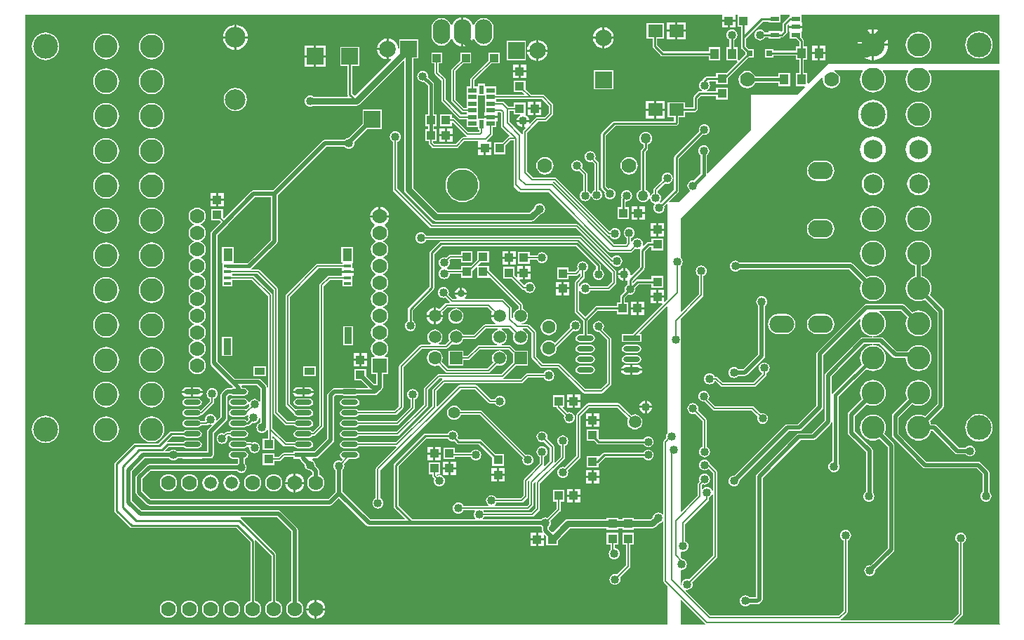
<source format=gbl>
%FSDAX24Y24*%
%MOIN*%
%SFA1B1*%

%IPPOS*%
%ADD10R,0.043300X0.043300*%
%ADD14R,0.080000X0.025600*%
%ADD15O,0.080000X0.025600*%
%ADD38R,0.027600X0.027600*%
%ADD39R,0.027600X0.027600*%
%ADD41R,0.043300X0.043300*%
%ADD44C,0.008000*%
%ADD45C,0.020000*%
%ADD46C,0.010000*%
%ADD47C,0.030000*%
%ADD48C,0.016000*%
%ADD50C,0.040000*%
%ADD52C,0.060000*%
%ADD53C,0.059100*%
%ADD54C,0.055100*%
%ADD55C,0.063000*%
%ADD56R,0.059100X0.059100*%
%ADD57C,0.070000*%
%ADD58C,0.078700*%
%ADD59R,0.078700X0.078700*%
%ADD60O,0.118100X0.082700*%
%ADD61O,0.082700X0.118100*%
%ADD62C,0.149600*%
%ADD63C,0.098400*%
%ADD64R,0.078700X0.078700*%
%ADD65R,0.070000X0.070000*%
%ADD66C,0.118100*%
%ADD67C,0.110200*%
%ADD68C,0.090600*%
%ADD69C,0.040000*%
%ADD70C,0.050000*%
%ADD71C,0.036000*%
%ADD72R,0.043300X0.023600*%
%ADD73R,0.070100X0.061000*%
%ADD74O,0.080000X0.024000*%
%ADD75R,0.080000X0.024000*%
%ADD76R,0.043300X0.023600*%
%ADD77R,0.023600X0.043300*%
%ADD78R,0.039400X0.039400*%
%ADD79R,0.043300X0.051200*%
%ADD80R,0.035400X0.017700*%
%ADD81R,0.047200X0.035400*%
%ADD82R,0.043300X0.059100*%
%ADD83R,0.035400X0.078700*%
%LNpcb1-1*%
%LPD*%
G36*
X045741Y027549D02*
Y027547D01*
Y026330*
X045525Y026114*
X043286*
X043274Y026143*
X043246Y026180*
X043268Y026225*
X045370*
X045409Y026233*
X045442Y026255*
X045600Y026412*
X045622Y026445*
X045630Y026484*
Y027505*
X045697Y027572*
X045741Y027549*
G37*
G36*
X054166Y026972D02*
Y024086D01*
X053026Y022946*
X052997Y022958*
X052929Y022967*
X052861Y022958*
X052798Y022932*
X052744Y022890*
X052702Y022836*
X052676Y022773*
X052667Y022705*
X052673Y022660*
X052657Y022653*
X052614Y022679*
Y023355*
X052652Y023388*
X052654Y023387*
X052721Y023396*
X052785Y023423*
X052839Y023464*
X052881Y023518*
X052907Y023582*
X052916Y023650*
X052907Y023717*
X052881Y023781*
X052839Y023835*
X052785Y023877*
X052721Y023903*
X052699Y023906*
X052614Y023991*
Y024238*
X052656Y024266*
X052664Y024262*
X052732Y024253*
X052800Y024262*
X052863Y024289*
X052918Y024330*
X052959Y024385*
X052986Y024448*
X052995Y024516*
X052986Y024584*
X052959Y024647*
X052918Y024701*
X052863Y024743*
X052834Y024755*
Y025576*
X053946Y026688*
X053968Y026721*
X053976Y026760*
Y026836*
X054005Y026848*
X054059Y026889*
X054101Y026944*
X054117Y026981*
X054166Y026972*
G37*
G36*
X067764Y020894D02*
X067770Y020861D01*
X067789Y020832*
X067791Y020831*
X067776Y020784*
X065627*
X065608Y020830*
X065993Y021215*
X066015Y021248*
X066023Y021287*
Y024670*
X066052Y024682*
X066107Y024724*
X066148Y024778*
X066175Y024842*
X066184Y024909*
X066175Y024977*
X066148Y025041*
X066107Y025095*
X066052Y025137*
X065989Y025163*
X065921Y025172*
X065853Y025163*
X065790Y025137*
X065736Y025095*
X065694Y025041*
X065668Y024977*
X065659Y024909*
X065668Y024842*
X065694Y024778*
X065736Y024724*
X065790Y024682*
X065819Y024670*
Y021330*
X065485Y020996*
X060238*
X060224Y021044*
X060245Y021058*
X060521Y021333*
X060543Y021366*
X060551Y021406*
Y024788*
X060580Y024800*
X060634Y024842*
X060676Y024896*
X060702Y024960*
X060711Y025028*
X060702Y025095*
X060676Y025159*
X060634Y025213*
X060580Y025255*
X060517Y025281*
X060449Y025290*
X060381Y025281*
X060318Y025255*
X060263Y025213*
X060222Y025159*
X060196Y025095*
X060187Y025028*
X060196Y024960*
X060222Y024896*
X060263Y024842*
X060318Y024800*
X060347Y024788*
Y021448*
X060131Y021232*
X054034*
X052863Y022403*
X052885Y022448*
X052929Y022442*
X052997Y022451*
X053060Y022478*
X053115Y022519*
X053156Y022574*
X053182Y022637*
X053191Y022705*
X053182Y022773*
X053170Y022802*
X054340Y023971*
X054362Y024004*
X054370Y024043*
Y028020*
X054362Y028059*
X054340Y028092*
X054012Y028419*
X054009Y028442*
X053983Y028505*
X053941Y028559*
X053887Y028601*
X053824Y028627*
X053756Y028636*
X053688Y028627*
X053625Y028601*
X053570Y028559*
X053529Y028505*
X053503Y028442*
X053494Y028374*
X053503Y028306*
X053529Y028243*
X053570Y028189*
X053625Y028147*
X053688Y028121*
X053756Y028112*
X053824Y028121*
X053887Y028147*
X053941Y028189*
X053954*
X054166Y027977*
Y027178*
X054117Y027168*
X054101Y027206*
X054059Y027260*
X054005Y027302*
X053942Y027328*
X053874Y027337*
X053806Y027328*
X053743Y027302*
X053689Y027260*
X053669Y027235*
X053622Y027251*
Y027426*
X053659Y027463*
X053688Y027451*
X053756Y027442*
X053824Y027451*
X053887Y027478*
X053941Y027519*
X053983Y027574*
X054009Y027637*
X054018Y027705*
X054009Y027773*
X053983Y027836*
X053941Y027890*
X053887Y027932*
X053824Y027958*
X053756Y027967*
X053688Y027958*
X053625Y027932*
X053570Y027890*
X053529Y027836*
X053503Y027773*
X053494Y027705*
X053503Y027637*
X053515Y027608*
X053448Y027541*
X053425Y027508*
X053418Y027469*
Y026920*
X052660Y026163*
X052614Y026182*
Y034210*
X052631Y034251*
X052640Y034319*
X052631Y034387*
X052614Y034428*
Y035316*
X053671Y036373*
X053693Y036406*
X053700Y036445*
Y037347*
X053730Y037359*
X053784Y037401*
X053826Y037455*
X053852Y037519*
X053861Y037587*
X053852Y037654*
X053826Y037718*
X053784Y037772*
X053730Y037814*
X053666Y037840*
X053598Y037849*
X053531Y037840*
X053467Y037814*
X053413Y037772*
X053371Y037718*
X053345Y037654*
X053336Y037587*
X053345Y037519*
X053371Y037455*
X053413Y037401*
X053467Y037359*
X053496Y037347*
Y036487*
X052660Y035651*
X052614Y035670*
Y037813*
X052642Y037834*
X052684Y037889*
X052710Y037952*
X052719Y038020*
X052710Y038088*
X052684Y038151*
X052642Y038205*
X052614Y038227*
Y040067*
X059332Y046785*
X059377Y046762*
X059366Y046681*
X059380Y046574*
X059421Y046474*
X059487Y046389*
X059573Y046323*
X059672Y046282*
X059780Y046268*
X059887Y046282*
X059986Y046323*
X060072Y046389*
X060138Y046474*
X060179Y046574*
X060193Y046681*
X060179Y046788*
X060138Y046888*
X060072Y046974*
X059986Y047039*
X059924Y047065*
X059934Y047114*
X061254*
X061276Y047069*
X061237Y047022*
X061181Y046916*
X061146Y046801*
X061134Y046681*
X061146Y046561*
X061181Y046446*
X061237Y046340*
X061314Y046247*
X061407Y046170*
X061513Y046114*
X061628Y046079*
X061748Y046067*
X061868Y046079*
X061983Y046114*
X062089Y046170*
X062182Y046247*
X062259Y046340*
X062315Y046446*
X062350Y046561*
X062362Y046681*
X062350Y046801*
X062315Y046916*
X062259Y047022*
X062220Y047069*
X062242Y047114*
X063420*
X063441Y047069*
X063403Y047022*
X063346Y046916*
X063311Y046801*
X063299Y046681*
X063311Y046561*
X063346Y046446*
X063403Y046340*
X063479Y046247*
X063572Y046170*
X063678Y046114*
X063794Y046079*
X063913Y046067*
X064033Y046079*
X064148Y046114*
X064255Y046170*
X064348Y046247*
X064424Y046340*
X064481Y046446*
X064516Y046561*
X064528Y046681*
X064516Y046801*
X064481Y046916*
X064424Y047022*
X064386Y047069*
X064407Y047114*
X067764*
Y020894*
G37*
G36*
X045447Y027606D02*
X045433Y027586D01*
X045426Y027547*
Y026526*
X045328Y026429*
X043814*
X043798Y026476*
X043823Y026496*
X043865Y026550*
X043877Y026579*
X045055*
X045094Y026587*
X045127Y026609*
X045324Y026806*
X045346Y026839*
X045354Y026878*
Y027584*
X045408Y027638*
X045447Y027606*
G37*
G36*
X053794Y020830D02*
X053775Y020784D01*
X052614*
Y021944*
X052660Y021963*
X053794Y020830*
G37*
G36*
X067764Y047429D02*
X059622D01*
X058685Y046492*
X058639Y046511*
Y046997*
X058474*
Y047625*
X058639*
Y048257*
X058474*
Y048530*
X058466Y048572*
X058442Y048609*
X058363Y048687*
Y048967*
X058403*
Y049135*
X057770*
Y048967*
X057810*
Y048627*
X058106*
X058250Y048483*
Y048257*
X058086*
Y048053*
X057025*
Y048139*
X056629*
Y047743*
X057025*
Y047829*
X058086*
Y047625*
X058250*
Y046997*
X058086*
Y046365*
X058493*
X058512Y046319*
X058402Y046209*
X058165Y045972*
X055961*
Y044280*
X055803Y044122*
X053905Y042224*
X053859Y042243*
Y043077*
X053902Y043110*
X053944Y043164*
X053970Y043227*
X053979Y043295*
X053970Y043363*
X053944Y043426*
X053902Y043481*
X053848Y043522*
X053784Y043549*
X053717Y043558*
X053649Y043549*
X053585Y043522*
X053531Y043481*
X053489Y043426*
X053463Y043363*
X053454Y043295*
X053463Y043227*
X053489Y043164*
X053531Y043110*
X053574Y043077*
Y042213*
X053258Y041897*
X053205Y041904*
X053137Y041895*
X053074Y041869*
X053019Y041827*
X052978Y041773*
X052951Y041710*
X052942Y041642*
X052951Y041574*
X052978Y041511*
X053019Y041456*
X053056Y041428*
X053059Y041378*
X052535Y040854*
X052090*
X052071Y040901*
X052497Y041326*
X052521Y041363*
X052529Y041406*
Y042934*
X053657Y044062*
X053676Y044054*
X053744Y044045*
X053812Y044054*
X053875Y044080*
X053930Y044122*
X053971Y044176*
X053997Y044239*
X054006Y044307*
X053997Y044375*
X053971Y044438*
X053930Y044493*
X053875Y044534*
X053812Y044560*
X053744Y044569*
X053676Y044560*
X053613Y044534*
X053559Y044493*
X053517Y044438*
X053491Y044375*
X053482Y044307*
X053491Y044239*
X053499Y044220*
X052338Y043060*
X052314Y043023*
X052305Y042980*
Y041452*
X051691Y040838*
X051642Y040848*
X051629Y040880*
X051660Y040920*
X051686Y040983*
X051695Y041051*
X051686Y041119*
X051660Y041182*
X051619Y041237*
X051564Y041278*
X051535Y041290*
Y041403*
X051887Y041755*
X051916Y041743*
X051984Y041734*
X052052Y041743*
X052115Y041769*
X052170Y041811*
X052211Y041865*
X052238Y041928*
X052246Y041996*
X052238Y042064*
X052211Y042127*
X052170Y042182*
X052115Y042223*
X052052Y042249*
X051984Y042258*
X051916Y042249*
X051853Y042223*
X051799Y042182*
X051757Y042127*
X051731Y042064*
X051722Y041996*
X051731Y041928*
X051743Y041899*
X051361Y041517*
X051339Y041484*
X051331Y041445*
Y041290*
X051302Y041278*
X051248Y041237*
X051206Y041182*
X051203Y041175*
X051154Y041182*
X051145Y041250*
X051113Y041326*
X051064Y041390*
X050999Y041440*
X050955Y041458*
Y043249*
X051040Y043334*
X051064Y043370*
X051073Y043413*
Y043597*
X051117Y043615*
X051182Y043665*
X051231Y043729*
X051263Y043805*
X051273Y043886*
X051263Y043967*
X051231Y044042*
X051182Y044107*
X051117Y044157*
X051042Y044188*
X050961Y044198*
X050880Y044188*
X050804Y044157*
X050740Y044107*
X050690Y044042*
X050659Y043967*
X050648Y043886*
X050659Y043805*
X050690Y043729*
X050740Y043665*
X050804Y043615*
X050848Y043597*
Y043460*
X050763Y043375*
X050739Y043338*
X050730Y043295*
Y041458*
X050686Y041440*
X050621Y041390*
X050572Y041326*
X050540Y041250*
X050530Y041169*
X050540Y041088*
X050572Y041013*
X050621Y040948*
X050686Y040899*
X050762Y040867*
X050843Y040857*
X050923Y040867*
X050999Y040899*
X051064Y040948*
X051113Y041013*
X051124Y041038*
X051173Y041032*
X051180Y040983*
X051206Y040920*
X051248Y040866*
X051302Y040824*
X051365Y040798*
X051375Y040797*
X051395Y040750*
X051363Y040710*
X051337Y040647*
X051328Y040579*
X051337Y040511*
X051363Y040448*
X051405Y040393*
X051459Y040352*
X051523Y040325*
X051591Y040317*
X051658Y040325*
X051722Y040352*
X051776Y040393*
X051818Y040448*
X051844Y040511*
X051853Y040579*
X051844Y040647*
X051836Y040666*
X051938Y040768*
X051984Y040749*
Y036235*
X051875Y036125*
X051828Y036144*
Y036316*
X051562*
Y036050*
X051734*
X051753Y036003*
X050335Y034586*
X049831*
Y034210*
X050751*
Y034586*
X050689*
X050670Y034632*
X051938Y035900*
X051984Y035881*
Y029883*
X051954Y029844*
X051928Y029780*
X051919Y029713*
X051928Y029645*
Y029643*
X051833Y029548*
X051811Y029515*
X051804Y029476*
Y026030*
X051756Y026014*
X051737Y026040*
X051682Y026081*
X051619Y026108*
X051551Y026117*
X051483Y026108*
X051420Y026081*
X051366Y026040*
X051324Y025985*
X051298Y025922*
X051295Y025901*
X051187Y025793*
X050410*
Y025855*
X049857*
Y025793*
X049662*
Y025855*
X049109*
Y025793*
X047260*
X047178Y025777*
X047108Y025730*
X046560Y025182*
X046510*
X046360Y025331*
Y025416*
X046382Y025433*
X046424Y025487*
X046450Y025550*
X046459Y025618*
X046450Y025686*
X046438Y025715*
X046899Y026176*
X046921Y026209*
X046929Y026248*
Y026641*
X047103*
Y027194*
X046550*
Y026641*
X046725*
Y026290*
X046294Y025859*
X046265Y025871*
X046197Y025880*
X046129Y025871*
X046066Y025845*
X046011Y025804*
X045994Y025781*
X043267*
X043233Y025826*
X043274Y025881*
X043286Y025910*
X045567*
X045606Y025918*
X045639Y025940*
X045915Y026215*
X045937Y026248*
X045944Y026287*
Y027505*
X047096Y028656*
X047118Y028689*
X047126Y028728*
Y029277*
X047155Y029289*
X047209Y029330*
X047251Y029385*
X047277Y029448*
X047286Y029516*
X047277Y029584*
X047251Y029647*
X047209Y029701*
X047155Y029743*
X047091Y029769*
X047024Y029778*
X046956Y029769*
X046892Y029743*
X046838Y029701*
X046797Y029647*
X046770Y029584*
X046761Y029516*
X046770Y029448*
X046797Y029385*
X046838Y029330*
X046892Y029289*
X046922Y029277*
Y028771*
X046658Y028507*
X046613Y028530*
X046614Y028531*
Y029240*
X046606Y029279*
X046584Y029312*
X046281Y029616*
X046293Y029645*
X046302Y029713*
X046293Y029780*
X046266Y029844*
X046225Y029898*
X046170Y029940*
X046107Y029966*
X046039Y029975*
X045971Y029966*
X045908Y029940*
X045854Y029898*
X045812Y029844*
X045786Y029780*
X045777Y029713*
X045786Y029645*
X045812Y029581*
X045854Y029527*
X045908Y029485*
X045971Y029459*
X046039Y029450*
X046107Y029459*
X046136Y029471*
X046410Y029198*
Y028574*
X046159Y028323*
X046120Y028355*
X046134Y028374*
X046141Y028413*
Y028765*
X046170Y028777*
X046225Y028819*
X046266Y028873*
X046293Y028936*
X046302Y029004*
X046293Y029072*
X046266Y029135*
X046225Y029189*
X046170Y029231*
X046107Y029257*
X046039Y029266*
X045971Y029257*
X045908Y029231*
X045854Y029189*
X045812Y029135*
X045786Y029072*
X045777Y029004*
X045786Y028936*
X045812Y028873*
X045854Y028819*
X045908Y028777*
X045937Y028765*
Y028456*
X045180Y027698*
X045158Y027665*
X045150Y027626*
Y026920*
X045013Y026783*
X043877*
X043865Y026812*
X043823Y026867*
X043769Y026908*
X043706Y026934*
X043638Y026943*
X043570Y026934*
X043507Y026908*
X043452Y026867*
X043411Y026812*
X043384Y026749*
X043376Y026681*
X043384Y026613*
X043411Y026550*
X043452Y026496*
X043478Y026476*
X043462Y026429*
X042302*
X042290Y026458*
X042248Y026512*
X042194Y026554*
X042131Y026580*
X042063Y026589*
X041995Y026580*
X041932Y026554*
X041878Y026512*
X041836Y026458*
X041810Y026395*
X041801Y026327*
X041810Y026259*
X041836Y026196*
X041878Y026141*
X041932Y026100*
X041995Y026073*
X042063Y026065*
X042131Y026073*
X042194Y026100*
X042248Y026141*
X042290Y026196*
X042302Y026225*
X042826*
X042849Y026180*
X042820Y026143*
X042794Y026080*
X042785Y026012*
X042794Y025944*
X042820Y025881*
X042862Y025826*
X042827Y025781*
X039893*
X039222Y026452*
Y028328*
X040535Y029640*
X041552*
X041560Y029621*
X041602Y029567*
X041656Y029525*
X041720Y029499*
X041787Y029490*
X041855Y029499*
X041874Y029507*
X041984Y029397*
X042020Y029373*
X042063Y029364*
X043040*
X043676Y028728*
Y028334*
X044229*
Y028887*
X043835*
X043166Y029556*
X043130Y029580*
X043087Y029589*
X042109*
X042033Y029665*
X042041Y029684*
X042050Y029752*
X042041Y029820*
X042015Y029883*
X041973Y029937*
X041919Y029979*
X041855Y030005*
X041787Y030014*
X041720Y030005*
X041656Y029979*
X041602Y029937*
X041560Y029883*
X041552Y029864*
X040488*
X040445Y029856*
X040409Y029831*
X039031Y028453*
X039007Y028417*
X038998Y028374*
Y026406*
X039007Y026363*
X039031Y026326*
X039530Y025827*
X039511Y025781*
X037879*
X036552Y027108*
Y028132*
X036574Y028149*
X036616Y028204*
X036642Y028267*
X036651Y028335*
X036642Y028403*
X036630Y028432*
X036861Y028663*
X037181*
X037251Y028677*
X037311Y028717*
X037350Y028776*
X037364Y028846*
X037350Y028917*
X037311Y028976*
X037251Y029016*
X037181Y029030*
X036621*
X036551Y029016*
X036491Y028976*
X036451Y028917*
X036437Y028846*
X036451Y028776*
X036491Y028717*
X036540Y028684*
X036545Y028634*
X036486Y028576*
X036457Y028588*
X036389Y028597*
X036321Y028588*
X036258Y028562*
X036204Y028520*
X036162Y028466*
X036136Y028403*
X036127Y028335*
X036136Y028267*
X036162Y028204*
X036204Y028149*
X036226Y028132*
Y027108*
X035884Y026765*
X027446*
X027069Y027142*
Y027716*
X027446Y028093*
X031545*
X031563Y028070*
X031617Y028029*
X031680Y028003*
X031748Y027994*
X031816Y028003*
X031879Y028029*
X031933Y028070*
X031975Y028125*
X032001Y028188*
X032010Y028256*
X032001Y028324*
X031975Y028387*
X031933Y028441*
X031911Y028458*
Y028664*
X031975Y028677*
X032035Y028717*
X032075Y028776*
X032089Y028846*
X032075Y028917*
X032035Y028976*
X031975Y029016*
X031905Y029030*
X031345*
X031275Y029016*
X031215Y028976*
X031176Y028917*
X031162Y028846*
X031176Y028776*
X031215Y028717*
X031275Y028677*
X031345Y028663*
X031578*
X031585Y028656*
Y028458*
X031563Y028441*
X031545Y028419*
X027378*
X027316Y028407*
X027263Y028371*
X026790Y027899*
X026755Y027846*
X026742Y027783*
Y027075*
X026755Y027012*
X026790Y026959*
X027263Y026487*
X027316Y026452*
X027378Y026439*
X035951*
X036014Y026452*
X036067Y026487*
X036389Y026809*
X037696Y025503*
X037749Y025467*
X037811Y025455*
X045994*
X046011Y025433*
X046034Y025416*
Y025264*
X046046Y025201*
X046053Y025191*
X046029Y025147*
X045853*
Y024881*
X046120*
Y025045*
X046166Y025064*
X046235Y024995*
Y024554*
X046788*
Y024804*
X047349Y025365*
X049109*
Y025302*
X049662*
Y025365*
X049857*
Y025302*
X050410*
Y025365*
X051276*
X051358Y025381*
X051427Y025427*
X051598Y025598*
X051619Y025601*
X051682Y025627*
X051737Y025669*
X051756Y025694*
X051804Y025678*
Y022862*
X051811Y022823*
X051833Y022790*
X051984Y022639*
Y020784*
X021468*
X021453Y020831*
X021455Y020832*
X021474Y020861*
X021480Y020894*
Y049744*
X054581*
Y049526*
X055214*
Y049744*
X055330*
Y049200*
X055494*
Y048689*
Y048217*
X055503Y048174*
X055527Y048137*
X055684Y047980*
Y047902*
X055378Y047596*
X055343Y047610*
X055332Y047615*
Y048217*
X055167*
Y048572*
X055186Y048580*
X055241Y048622*
X055282Y048676*
X055308Y048739*
X055317Y048807*
X055308Y048875*
X055282Y048938*
X055241Y048993*
X055186Y049034*
X055123Y049060*
X055055Y049069*
X054987Y049060*
X054924Y049034*
X054870Y048993*
X054828Y048938*
X054802Y048875*
X054793Y048807*
X054802Y048739*
X054828Y048676*
X054870Y048622*
X054924Y048580*
X054943Y048572*
Y048217*
X054779*
Y047586*
X055303*
X055307Y047575*
X055322Y047539*
X054779Y046997*
X054306*
Y046833*
X053874*
X053831Y046824*
X053795Y046800*
X053677Y046682*
X053652Y046645*
Y046644*
X053625Y046633*
X053570Y046591*
X053529Y046537*
X053503Y046473*
X053494Y046406*
X053503Y046338*
X053529Y046274*
X053570Y046220*
X053625Y046178*
X053638Y046173*
X053628Y046124*
X053520*
X053477Y046115*
X053440Y046091*
X053248Y045899*
X053224Y045863*
X053216Y045820*
Y045356*
X052828*
Y045609*
X052007*
Y044879*
X052305*
Y044707*
X049465*
X049422Y044698*
X049385Y044674*
X048873Y044162*
X048849Y044126*
X048841Y044083*
Y041563*
X048849Y041520*
X048873Y041484*
X049022Y041335*
X049014Y041316*
X049005Y041248*
X049014Y041180*
X049041Y041117*
X049082Y041063*
X049137Y041021*
X049200Y040995*
X049268Y040986*
X049336Y040995*
X049399Y041021*
X049453Y041063*
X049495Y041117*
X049521Y041180*
X049530Y041248*
X049521Y041316*
X049495Y041379*
X049453Y041433*
X049399Y041475*
X049336Y041501*
X049268Y041510*
X049200Y041501*
X049181Y041493*
X049065Y041609*
Y044036*
X049511Y044482*
X052378*
X052421Y044491*
X052457Y044515*
X052497Y044555*
X052521Y044591*
X052529Y044634*
Y044879*
X052828*
Y045132*
X053264*
X053307Y045140*
X053343Y045165*
X053407Y045229*
X053431Y045265*
X053440Y045308*
Y045773*
X053566Y045900*
X054306*
Y045735*
X054859*
Y046288*
X054306*
Y046124*
X053884*
X053874Y046173*
X053887Y046178*
X053941Y046220*
X053983Y046274*
X054009Y046338*
X054018Y046406*
X054009Y046473*
X053983Y046537*
X053962Y046563*
X053985Y046608*
X054306*
Y046444*
X054859*
Y046760*
X055843Y047743*
X056080*
Y048139*
X055843*
X055718Y048263*
Y048643*
X056519Y049443*
X056810*
Y049377*
X057363*
Y049733*
X057374Y049744*
X057810*
Y049733*
Y049667*
X057768Y049659*
X057732Y049634*
X057495Y049398*
X057471Y049362*
X057463Y049319*
Y049011*
X057409Y048958*
X057363Y048977*
Y048983*
X056810*
Y048917*
X056627*
X056619Y048936*
X056577Y048991*
X056523Y049032*
X056460Y049058*
X056392Y049067*
X056324Y049058*
X056261Y049032*
X056206Y048991*
X056165Y048936*
X056138Y048873*
X056129Y048805*
X056138Y048737*
X056165Y048674*
X056206Y048620*
X056261Y048578*
X056324Y048552*
X056392Y048543*
X056460Y048552*
X056523Y048578*
X056577Y048620*
X056619Y048674*
X056627Y048693*
X056810*
Y048627*
X057363*
Y048693*
X057415*
X057458Y048702*
X057495Y048726*
X057654Y048885*
X057678Y048922*
X057687Y048965*
Y049272*
X057724Y049309*
X057770Y049290*
Y049235*
X058403*
Y049403*
X058363*
Y049733*
X058374Y049744*
X067764*
Y047429*
G37*
%LNpcb1-2*%
%LPC*%
G36*
X029705Y032071D02*
X029475D01*
Y031896*
X029920*
X029912Y031932*
X029864Y032005*
X029791Y032054*
X029705Y032071*
G37*
G36*
X029375D02*
X029145D01*
X029059Y032054*
X028987Y032005*
X028938Y031932*
X028931Y031896*
X029375*
Y032071*
G37*
G36*
X029920Y031796D02*
X029475D01*
Y031622*
X029705*
X029791Y031639*
X029864Y031688*
X029912Y031761*
X029920Y031796*
G37*
G36*
X034651D02*
X034206D01*
X034214Y031761*
X034262Y031688*
X034335Y031639*
X034421Y031622*
X034651*
Y031796*
G37*
G36*
X035195D02*
X034751D01*
Y031622*
X034981*
X035067Y031639*
X035139Y031688*
X035188Y031761*
X035195Y031796*
G37*
G36*
X034651Y032071D02*
X034421D01*
X034335Y032054*
X034262Y032005*
X034214Y031932*
X034206Y031896*
X034651*
Y032071*
G37*
G36*
X029661Y040599D02*
X029554Y040584D01*
X029455Y040543*
X029369Y040477*
X029303Y040392*
X029262Y040292*
X029248Y040185*
X029262Y040078*
X029303Y039978*
X029369Y039893*
X029455Y039827*
X029480Y039816*
Y039766*
X029455Y039756*
X029369Y039690*
X029303Y039604*
X029262Y039505*
X029248Y039398*
X029262Y039291*
X029303Y039191*
X029369Y039105*
X029455Y039039*
X029480Y039029*
Y038979*
X029455Y038968*
X029369Y038903*
X029303Y038817*
X029262Y038717*
X029248Y038610*
X029262Y038503*
X029303Y038403*
X029369Y038318*
X029455Y038252*
X029480Y038242*
Y038192*
X029455Y038181*
X029369Y038115*
X029303Y038030*
X029262Y037930*
X029248Y037823*
X029262Y037716*
X029303Y037616*
X029369Y037530*
X029455Y037465*
X029480Y037454*
Y037404*
X029455Y037394*
X029369Y037328*
X029303Y037242*
X029262Y037142*
X029248Y037035*
X029262Y036928*
X029303Y036829*
X029369Y036743*
X029455Y036677*
X029480Y036667*
Y036617*
X029455Y036606*
X029369Y036540*
X029303Y036455*
X029262Y036355*
X029248Y036248*
X029262Y036141*
X029303Y036041*
X029369Y035956*
X029455Y035890*
X029480Y035879*
Y035829*
X029455Y035819*
X029369Y035753*
X029303Y035667*
X029262Y035568*
X029248Y035461*
X029262Y035354*
X029303Y035254*
X029369Y035168*
X029455Y035102*
X029480Y035092*
Y035042*
X029455Y035031*
X029369Y034966*
X029303Y034880*
X029262Y034780*
X029248Y034673*
X029262Y034566*
X029303Y034466*
X029369Y034381*
X029455Y034315*
X029480Y034305*
Y034255*
X029455Y034244*
X029369Y034178*
X029303Y034093*
X029262Y033993*
X029248Y033886*
X029262Y033779*
X029303Y033679*
X029369Y033593*
X029455Y033528*
X029480Y033517*
Y033467*
X029455Y033457*
X029369Y033391*
X029303Y033305*
X029262Y033205*
X029248Y033098*
X029262Y032991*
X029303Y032892*
X029369Y032806*
X029455Y032740*
X029554Y032699*
X029661Y032685*
X029768Y032699*
X029868Y032740*
X029954Y032806*
X030020Y032892*
X030061Y032991*
X030075Y033098*
X030061Y033205*
X030020Y033305*
X029954Y033391*
X029868Y033457*
X029843Y033467*
Y033517*
X029868Y033528*
X029954Y033593*
X030020Y033679*
X030061Y033779*
X030075Y033886*
X030061Y033993*
X030020Y034093*
X029954Y034178*
X029868Y034244*
X029843Y034255*
Y034305*
X029868Y034315*
X029954Y034381*
X030020Y034466*
X030061Y034566*
X030075Y034673*
X030061Y034780*
X030020Y034880*
X029954Y034966*
X029868Y035031*
X029843Y035042*
Y035092*
X029868Y035102*
X029954Y035168*
X030020Y035254*
X030061Y035354*
X030075Y035461*
X030061Y035568*
X030020Y035667*
X029954Y035753*
X029868Y035819*
X029843Y035829*
Y035879*
X029868Y035890*
X029954Y035956*
X030020Y036041*
X030061Y036141*
X030075Y036248*
X030061Y036355*
X030020Y036455*
X029954Y036540*
X029868Y036606*
X029843Y036617*
Y036667*
X029868Y036677*
X029954Y036743*
X030020Y036829*
X030061Y036928*
X030075Y037035*
X030061Y037142*
X030020Y037242*
X029954Y037328*
X029868Y037394*
X029843Y037404*
Y037454*
X029868Y037465*
X029954Y037530*
X030020Y037616*
X030061Y037716*
X030075Y037823*
X030061Y037930*
X030020Y038030*
X029954Y038115*
X029868Y038181*
X029843Y038192*
Y038242*
X029868Y038252*
X029954Y038318*
X030020Y038403*
X030061Y038503*
X030075Y038610*
X030061Y038717*
X030020Y038817*
X029954Y038903*
X029868Y038968*
X029843Y038979*
Y039029*
X029868Y039039*
X029954Y039105*
X030020Y039191*
X030061Y039291*
X030075Y039398*
X030061Y039505*
X030020Y039604*
X029954Y039690*
X029868Y039756*
X029843Y039766*
Y039816*
X029868Y039827*
X029954Y039893*
X030020Y039978*
X030061Y040078*
X030075Y040185*
X030061Y040292*
X030020Y040392*
X029954Y040477*
X029868Y040543*
X029768Y040584*
X029661Y040599*
G37*
G36*
X050786Y032848D02*
X050341D01*
Y032665*
X050563*
X050652Y032683*
X050728Y032733*
X050778Y032809*
X050786Y032848*
G37*
G36*
X025331Y033988D02*
X025211Y033976D01*
X025096Y033941*
X024990Y033885*
X024896Y033808*
X024820Y033715*
X024763Y033609*
X024728Y033494*
X024717Y033374*
X024728Y033254*
X024763Y033139*
X024820Y033033*
X024896Y032940*
X024990Y032863*
X025096Y032807*
X025211Y032772*
X025331Y032760*
X025451Y032772*
X025566Y032807*
X025672Y032863*
X025765Y032940*
X025841Y033033*
X025898Y033139*
X025933Y033254*
X025945Y033374*
X025933Y033494*
X025898Y033609*
X025841Y033715*
X025765Y033808*
X025672Y033885*
X025566Y033941*
X025451Y033976*
X025331Y033988*
G37*
G36*
X048363Y033089D02*
X047819D01*
X047746Y033075*
X047684Y033033*
X047642Y032971*
X047628Y032898*
X047642Y032824*
X047684Y032762*
X047746Y032721*
X047819Y032706*
X048363*
X048437Y032721*
X048499Y032762*
X048540Y032824*
X048555Y032898*
X048540Y032971*
X048499Y033033*
X048437Y033075*
X048363Y033089*
G37*
G36*
X050241Y032848D02*
X049797D01*
X049805Y032809*
X049855Y032733*
X049930Y032683*
X050019Y032665*
X050241*
Y032848*
G37*
G36*
X038770Y040135D02*
X037876D01*
X037884Y040068*
X037930Y039958*
X038002Y039864*
X038096Y039792*
X038065Y039716*
X038030Y039690*
X037965Y039604*
X037923Y039505*
X037909Y039398*
X037923Y039291*
X037965Y039191*
X038030Y039105*
X038116Y039039*
X038142Y039029*
Y038979*
X038116Y038968*
X038030Y038903*
X037965Y038817*
X037923Y038717*
X037909Y038610*
X037923Y038503*
X037965Y038403*
X038030Y038318*
X038116Y038252*
X038142Y038242*
Y038192*
X038116Y038181*
X038030Y038115*
X037965Y038030*
X037923Y037930*
X037909Y037823*
X037923Y037716*
X037965Y037616*
X038030Y037530*
X038116Y037465*
X038142Y037454*
Y037404*
X038116Y037394*
X038030Y037328*
X037965Y037242*
X037923Y037142*
X037909Y037035*
X037923Y036928*
X037965Y036829*
X038030Y036743*
X038116Y036677*
X038142Y036667*
Y036617*
X038116Y036606*
X038030Y036540*
X037965Y036455*
X037923Y036355*
X037909Y036248*
X037923Y036141*
X037965Y036041*
X038030Y035956*
X038116Y035890*
X038142Y035879*
Y035829*
X038116Y035819*
X038030Y035753*
X037965Y035667*
X037923Y035568*
X037909Y035461*
X037923Y035354*
X037965Y035254*
X038030Y035168*
X038116Y035102*
X038142Y035092*
Y035042*
X038116Y035031*
X038030Y034966*
X037965Y034880*
X037923Y034780*
X037909Y034673*
X037923Y034566*
X037965Y034466*
X038030Y034381*
X038116Y034315*
X038142Y034305*
Y034255*
X038116Y034244*
X038030Y034178*
X037965Y034093*
X037923Y033993*
X037909Y033886*
X037923Y033779*
X037965Y033679*
X038030Y033593*
X038079Y033556*
X038063Y033508*
X037913*
Y032688*
X038160*
Y032238*
X038048*
X037678Y032608*
Y032930*
X037125*
Y032377*
X037447*
X037769Y032056*
X037749Y032010*
X037261*
X037251Y032016*
X037181Y032030*
X036621*
X036551Y032016*
X036541Y032010*
X036165*
X036103Y031997*
X036050Y031962*
X035885Y031796*
X035849Y031744*
X035837Y031681*
Y029623*
X035224Y029010*
X035161*
Y029026*
X034241*
Y028948*
X033756*
X033717Y028941*
X033684Y028919*
X033517Y028752*
X033324*
Y028926*
X032771*
Y028373*
X033324*
Y028548*
X033559*
X033598Y028555*
X033631Y028578*
X033798Y028744*
X034241*
Y028666*
X034542*
X034550Y028627*
X034585Y028574*
X034757Y028402*
X034753Y028374*
X034762Y028306*
X034789Y028243*
X034830Y028189*
X034885Y028147*
X034948Y028121*
X035016Y028112*
X035044Y028115*
X035128Y028031*
Y027900*
X035085Y027882*
X034999Y027816*
X034933Y027730*
X034892Y027631*
X034878Y027524*
X034892Y027417*
X034933Y027317*
X034999Y027231*
X035085Y027165*
X035184Y027124*
X035291Y027110*
X035398Y027124*
X035498Y027165*
X035584Y027231*
X035649Y027317*
X035691Y027417*
X035705Y027524*
X035691Y027631*
X035649Y027730*
X035584Y027816*
X035498Y027882*
X035454Y027900*
Y028098*
X035442Y028161*
X035407Y028214*
X035274Y028346*
X035278Y028374*
X035269Y028442*
X035243Y028505*
X035201Y028559*
X035147Y028601*
X035108Y028617*
X035117Y028666*
X035161*
Y028683*
X035291*
X035354Y028696*
X035407Y028731*
X036115Y029440*
X036151Y029493*
X036163Y029555*
Y031614*
X036233Y031683*
X036541*
X036551Y031677*
X036621Y031663*
X037181*
X037251Y031677*
X037261Y031683*
X038094*
X038157Y031696*
X038210Y031731*
X038438Y031959*
X038474Y032012*
X038486Y032075*
Y032688*
X038733*
Y033508*
X038582*
X038566Y033556*
X038615Y033593*
X038681Y033679*
X038722Y033779*
X038736Y033886*
X038722Y033993*
X038681Y034093*
X038615Y034178*
X038530Y034244*
X038504Y034255*
Y034305*
X038530Y034315*
X038615Y034381*
X038681Y034466*
X038722Y034566*
X038736Y034673*
X038722Y034780*
X038681Y034880*
X038615Y034966*
X038530Y035031*
X038504Y035042*
Y035092*
X038530Y035102*
X038615Y035168*
X038681Y035254*
X038722Y035354*
X038736Y035461*
X038722Y035568*
X038681Y035667*
X038615Y035753*
X038530Y035819*
X038504Y035829*
Y035879*
X038530Y035890*
X038615Y035956*
X038681Y036041*
X038722Y036141*
X038736Y036248*
X038722Y036355*
X038681Y036455*
X038615Y036540*
X038530Y036606*
X038504Y036617*
Y036667*
X038530Y036677*
X038615Y036743*
X038681Y036829*
X038722Y036928*
X038736Y037035*
X038722Y037142*
X038681Y037242*
X038615Y037328*
X038530Y037394*
X038504Y037404*
Y037454*
X038530Y037465*
X038615Y037530*
X038681Y037616*
X038722Y037716*
X038736Y037823*
X038722Y037930*
X038681Y038030*
X038615Y038115*
X038530Y038181*
X038504Y038192*
Y038242*
X038530Y038252*
X038615Y038318*
X038681Y038403*
X038722Y038503*
X038736Y038610*
X038722Y038717*
X038681Y038817*
X038615Y038903*
X038530Y038968*
X038504Y038979*
Y039029*
X038530Y039039*
X038615Y039105*
X038681Y039191*
X038722Y039291*
X038736Y039398*
X038722Y039505*
X038681Y039604*
X038615Y039690*
X038581Y039716*
X038550Y039792*
X038644Y039864*
X038716Y039958*
X038761Y040068*
X038770Y040135*
G37*
G36*
X034981Y032071D02*
X034751D01*
Y031896*
X035195*
X035188Y031932*
X035139Y032005*
X035067Y032054*
X034981Y032071*
G37*
G36*
X035282Y033060D02*
X034690D01*
Y032586*
X035282*
Y033060*
G37*
G36*
X056591Y033243D02*
X056523Y033234D01*
X056459Y033207*
X056405Y033166*
X056363Y033111*
X056337Y033048*
X056328Y032980*
X056337Y032912*
X056363Y032849*
X056405Y032795*
X056459Y032753*
X056471Y032749*
X056480Y032699*
X056076Y032295*
X054625*
X054379Y032541*
X054346Y032563*
X054307Y032570*
X054231*
X054219Y032600*
X054178Y032654*
X054123Y032696*
X054060Y032722*
X053992Y032731*
X053924Y032722*
X053861Y032696*
X053807Y032654*
X053765Y032600*
X053739Y032536*
X053730Y032469*
X053739Y032401*
X053765Y032337*
X053807Y032283*
X053861Y032241*
X053924Y032215*
X053992Y032206*
X054060Y032215*
X054123Y032241*
X054178Y032283*
X054219Y032337*
X054224Y032349*
X054273Y032358*
X054511Y032121*
X054544Y032099*
X054583Y032091*
X056118*
X056157Y032099*
X056190Y032121*
X056663Y032593*
X056685Y032626*
X056693Y032665*
Y032741*
X056722Y032753*
X056776Y032795*
X056818Y032849*
X056844Y032912*
X056853Y032980*
X056844Y033048*
X056818Y033111*
X056776Y033166*
X056722Y033207*
X056658Y033234*
X056591Y033243*
G37*
G36*
X029375Y031796D02*
X028931D01*
X028938Y031761*
X028987Y031688*
X029059Y031639*
X029145Y031622*
X029375*
Y031796*
G37*
G36*
X025331Y032335D02*
X025211Y032323D01*
X025096Y032288*
X024990Y032231*
X024896Y032155*
X024820Y032062*
X024763Y031955*
X024728Y031840*
X024717Y031720*
X024728Y031601*
X024763Y031485*
X024820Y031379*
X024896Y031286*
X024990Y031210*
X025096Y031153*
X025211Y031118*
X025331Y031106*
X025451Y031118*
X025566Y031153*
X025672Y031210*
X025765Y031286*
X025841Y031379*
X025898Y031485*
X025933Y031601*
X025945Y031720*
X025933Y031840*
X025898Y031955*
X025841Y032062*
X025765Y032155*
X025672Y032231*
X025566Y032288*
X025451Y032323*
X025331Y032335*
G37*
G36*
X047852Y031356D02*
X047585D01*
Y031089*
X047852*
Y031356*
G37*
G36*
X029705Y031530D02*
X029145D01*
X029075Y031516*
X029015Y031476*
X028976Y031417*
X028962Y031346*
X028976Y031276*
X029015Y031217*
X029075Y031177*
X029145Y031163*
X029705*
X029775Y031177*
X029835Y031217*
X029875Y031276*
X029889Y031346*
X029875Y031417*
X029835Y031476*
X029775Y031516*
X029705Y031530*
G37*
G36*
X027496Y032335D02*
X027376Y032323D01*
X027261Y032288*
X027155Y032231*
X027062Y032155*
X026985Y032062*
X026929Y031955*
X026894Y031840*
X026882Y031720*
X026894Y031601*
X026929Y031485*
X026985Y031379*
X027062Y031286*
X027155Y031210*
X027261Y031153*
X027376Y031118*
X027496Y031106*
X027616Y031118*
X027731Y031153*
X027837Y031210*
X027930Y031286*
X028007Y031379*
X028063Y031485*
X028098Y031601*
X028110Y031720*
X028098Y031840*
X028063Y031955*
X028007Y032062*
X027930Y032155*
X027837Y032231*
X027731Y032288*
X027616Y032323*
X027496Y032335*
G37*
G36*
X051257Y031080D02*
X051011D01*
Y030834*
X051039Y030838*
X051112Y030868*
X051175Y030916*
X051223Y030979*
X051253Y031052*
X051257Y031080*
G37*
G36*
X050911D02*
X050665D01*
X050668Y031052*
X050699Y030979*
X050747Y030916*
X050809Y030868*
X050882Y030838*
X050911Y030834*
Y031080*
G37*
G36*
X047485Y031356D02*
X047219D01*
Y031089*
X047485*
Y031356*
G37*
G36*
X030370Y032022D02*
X030302Y032013D01*
X030239Y031987*
X030185Y031945*
X030143Y031891*
X030117Y031828*
X030108Y031760*
X030117Y031692*
X030143Y031629*
X030185Y031574*
X030239Y031533*
X030268Y031521*
Y031408*
X029836Y030976*
X029835*
X029775Y031016*
X029705Y031030*
X029145*
X029075Y031016*
X029015Y030976*
X028976Y030917*
X028962Y030846*
X028976Y030776*
X029015Y030717*
X029075Y030677*
X029145Y030663*
X029705*
X029775Y030677*
X029835Y030717*
X029854Y030745*
X029889Y030752*
X029922Y030774*
X030442Y031294*
X030464Y031327*
X030472Y031366*
Y031521*
X030501Y031533*
X030556Y031574*
X030597Y031629*
X030623Y031692*
X030632Y031760*
X030623Y031828*
X030597Y031891*
X030556Y031945*
X030501Y031987*
X030438Y032013*
X030370Y032022*
G37*
G36*
X063913Y032413D02*
X063794Y032402D01*
X063678Y032367*
X063572Y032310*
X063479Y032233*
X063403Y032140*
X063346Y032034*
X063311Y031919*
X063299Y031799*
X063311Y031679*
X063346Y031564*
X063381Y031498*
X062696Y030812*
X062660Y030759*
X062648Y030697*
Y029791*
X062660Y029729*
X062696Y029676*
X064113Y028259*
X064166Y028223*
X064228Y028211*
X066680*
X066954Y027937*
Y027095*
X066932Y027078*
X066890Y027024*
X066864Y026961*
X066855Y026893*
X066864Y026825*
X066890Y026762*
X066932Y026707*
X066986Y026666*
X067049Y026639*
X067117Y026630*
X067185Y026639*
X067248Y026666*
X067303Y026707*
X067344Y026762*
X067370Y026825*
X067379Y026893*
X067370Y026961*
X067344Y027024*
X067303Y027078*
X067280Y027095*
Y028005*
X067268Y028067*
X067232Y028120*
X066863Y028489*
X066810Y028525*
X066748Y028537*
X064296*
X062974Y029859*
Y030629*
X063612Y031267*
X063678Y031232*
X063794Y031197*
X063913Y031185*
X064033Y031197*
X064148Y031232*
X064255Y031289*
X064348Y031365*
X064424Y031458*
X064481Y031564*
X064516Y031679*
X064528Y031799*
X064516Y031919*
X064481Y032034*
X064424Y032140*
X064348Y032233*
X064255Y032310*
X064148Y032367*
X064033Y032402*
X063913Y032413*
G37*
G36*
X061748D02*
X061628Y032402D01*
X061513Y032367*
X061407Y032310*
X061314Y032233*
X061237Y032140*
X061181Y032034*
X061146Y031919*
X061134Y031799*
X061146Y031679*
X061181Y031564*
X061216Y031498*
X060609Y030891*
X060574Y030838*
X060561Y030776*
Y029909*
X060574Y029847*
X060609Y029794*
X061421Y028982*
Y027106*
X061420Y027105*
X061366Y027063*
X061324Y027009*
X061298Y026946*
X061289Y026878*
X061298Y026810*
X061324Y026747*
X061366Y026693*
X061420Y026651*
X061483Y026625*
X061551Y026616*
X061619Y026625*
X061682Y026651*
X061737Y026693*
X061778Y026747*
X061804Y026810*
X061813Y026878*
X061804Y026946*
X061778Y027009*
X061747Y027049*
Y029050*
X061735Y029112*
X061700Y029165*
X060888Y029977*
Y030708*
X061447Y031267*
X061513Y031232*
X061628Y031197*
X061748Y031185*
X061868Y031197*
X061983Y031232*
X062089Y031289*
X062182Y031365*
X062259Y031458*
X062315Y031564*
X062350Y031679*
X062362Y031799*
X062350Y031919*
X062315Y032034*
X062259Y032140*
X062182Y032233*
X062089Y032310*
X061983Y032367*
X061868Y032402*
X061748Y032413*
G37*
G36*
X047852Y031722D02*
X047585D01*
Y031456*
X047852*
Y031722*
G37*
G36*
X047485D02*
X047219D01*
Y031456*
X047485*
Y031722*
G37*
G36*
X037181Y031530D02*
X036621D01*
X036551Y031516*
X036491Y031476*
X036451Y031417*
X036437Y031346*
X036451Y031276*
X036491Y031217*
X036551Y031177*
X036621Y031163*
X037181*
X037251Y031177*
X037311Y031217*
X037350Y031276*
X037364Y031346*
X037350Y031417*
X037311Y031476*
X037251Y031516*
X037181Y031530*
G37*
G36*
X034981D02*
X034421D01*
X034351Y031516*
X034291Y031476*
X034251Y031417*
X034237Y031346*
X034251Y031276*
X034291Y031217*
X034351Y031177*
X034421Y031163*
X034981*
X035051Y031177*
X035111Y031217*
X035150Y031276*
X035164Y031346*
X035150Y031417*
X035111Y031476*
X035051Y031516*
X034981Y031530*
G37*
G36*
X051011Y031426D02*
Y031180D01*
X051257*
X051253Y031208*
X051223Y031281*
X051175Y031344*
X051112Y031392*
X051039Y031422*
X051011Y031426*
G37*
G36*
X050911D02*
X050882Y031422D01*
X050809Y031392*
X050747Y031344*
X050699Y031281*
X050668Y031208*
X050665Y031180*
X050911*
Y031426*
G37*
G36*
X041337Y035403D02*
X040995D01*
Y035061*
X041048Y035068*
X041144Y035107*
X041227Y035171*
X041290Y035253*
X041330Y035350*
X041337Y035403*
G37*
G36*
X040895D02*
X040553D01*
X040560Y035350*
X040600Y035253*
X040663Y035171*
X040746Y035107*
X040842Y035068*
X040895Y035061*
Y035403*
G37*
G36*
X050517Y035765D02*
X050250D01*
Y035498*
X050517*
Y035765*
G37*
G36*
X041945Y035811D02*
X041852Y035799D01*
X041766Y035763*
X041691Y035706*
X041635Y035632*
X041599Y035545*
X041587Y035453*
X041599Y035360*
X041635Y035274*
X041691Y035199*
X041766Y035142*
X041852Y035107*
X041945Y035094*
X042038Y035107*
X042124Y035142*
X042198Y035199*
X042255Y035274*
X042291Y035360*
X042303Y035453*
X042291Y035545*
X042255Y035632*
X042198Y035706*
X042124Y035763*
X042038Y035799*
X041945Y035811*
G37*
G36*
X057594Y035544D02*
X057240D01*
X057117Y035528*
X057001Y035480*
X056903Y035405*
X056827Y035306*
X056779Y035191*
X056763Y035067*
X056779Y034943*
X056827Y034828*
X056903Y034729*
X057001Y034653*
X057117Y034606*
X057240Y034589*
X057594*
X057718Y034606*
X057833Y034653*
X057932Y034729*
X058008Y034828*
X058056Y034943*
X058072Y035067*
X058056Y035191*
X058008Y035306*
X057932Y035405*
X057833Y035480*
X057718Y035528*
X057594Y035544*
G37*
G36*
X046354Y035298D02*
X046256Y035285D01*
X046165Y035248*
X046087Y035187*
X046027Y035109*
X045989Y035018*
X045976Y034920*
X045989Y034822*
X046027Y034731*
X046087Y034653*
X046165Y034592*
X046256Y034555*
X046354Y034542*
X046452Y034555*
X046543Y034592*
X046622Y034653*
X046682Y034731*
X046720Y034822*
X046733Y034920*
X046720Y035018*
X046682Y035109*
X046622Y035187*
X046543Y035248*
X046452Y035285*
X046354Y035298*
G37*
G36*
X047614Y035250D02*
X047546Y035241D01*
X047483Y035215*
X047429Y035174*
X047387Y035119*
X047361Y035056*
X047352Y034988*
X047361Y034920*
X047373Y034891*
X046666Y034185*
X046622Y034187*
X046543Y034248*
X046452Y034285*
X046354Y034298*
X046256Y034285*
X046165Y034248*
X046087Y034187*
X046027Y034109*
X045989Y034018*
X045976Y033920*
X045989Y033822*
X046027Y033731*
X046087Y033653*
X046165Y033592*
X046256Y033555*
X046354Y033542*
X046452Y033555*
X046543Y033592*
X046622Y033653*
X046682Y033731*
X046720Y033822*
X046733Y033920*
X046728Y033957*
X047517Y034747*
X047546Y034735*
X047614Y034726*
X047682Y034735*
X047745Y034761*
X047800Y034803*
X047841Y034857*
X047867Y034920*
X047876Y034988*
X047867Y035056*
X047841Y035119*
X047800Y035174*
X047745Y035215*
X047682Y035241*
X047614Y035250*
G37*
G36*
X059445Y035544D02*
X059091D01*
X058967Y035528*
X058852Y035480*
X058753Y035405*
X058677Y035306*
X058629Y035191*
X058613Y035067*
X058629Y034943*
X058677Y034828*
X058753Y034729*
X058852Y034653*
X058967Y034606*
X059091Y034589*
X059445*
X059568Y034606*
X059684Y034653*
X059783Y034729*
X059858Y034828*
X059906Y034943*
X059922Y035067*
X059906Y035191*
X059858Y035306*
X059783Y035405*
X059684Y035480*
X059568Y035528*
X059445Y035544*
G37*
G36*
X025331Y037295D02*
X025211Y037283D01*
X025096Y037248*
X024990Y037192*
X024896Y037115*
X024820Y037022*
X024763Y036916*
X024728Y036801*
X024717Y036681*
X024728Y036561*
X024763Y036446*
X024820Y036340*
X024896Y036247*
X024990Y036170*
X025096Y036114*
X025211Y036079*
X025331Y036067*
X025451Y036079*
X025566Y036114*
X025672Y036170*
X025765Y036247*
X025841Y036340*
X025898Y036446*
X025933Y036561*
X025945Y036681*
X025933Y036801*
X025898Y036916*
X025841Y037022*
X025765Y037115*
X025672Y037192*
X025566Y037248*
X025451Y037283*
X025331Y037295*
G37*
G36*
X051462Y036316D02*
X051195D01*
Y036050*
X051462*
Y036316*
G37*
G36*
X055213Y038085D02*
X055145Y038076D01*
X055081Y038050*
X055027Y038008*
X054985Y037954*
X054959Y037891*
X054950Y037823*
X054959Y037755*
X054985Y037692*
X055027Y037637*
X055081Y037596*
X055145Y037570*
X055213Y037561*
X055280Y037570*
X055344Y037596*
X055398Y037637*
X055415Y037660*
X060617*
X061216Y037061*
X061181Y036995*
X061146Y036880*
X061134Y036760*
X061146Y036640*
X061181Y036525*
X061237Y036419*
X061314Y036326*
X061407Y036249*
X061513Y036192*
X061628Y036158*
X061748Y036146*
X061868Y036158*
X061983Y036192*
X062089Y036249*
X062182Y036326*
X062259Y036419*
X062315Y036525*
X062350Y036640*
X062362Y036760*
X062350Y036880*
X062315Y036995*
X062259Y037101*
X062182Y037194*
X062089Y037270*
X061983Y037327*
X061868Y037362*
X061748Y037374*
X061628Y037362*
X061513Y037327*
X061447Y037292*
X060800Y037938*
X060747Y037974*
X060685Y037986*
X055415*
X055398Y038008*
X055344Y038050*
X055280Y038076*
X055213Y038085*
G37*
G36*
X027496Y037295D02*
X027376Y037283D01*
X027261Y037248*
X027155Y037192*
X027062Y037115*
X026985Y037022*
X026929Y036916*
X026894Y036801*
X026882Y036681*
X026894Y036561*
X026929Y036446*
X026985Y036340*
X027062Y036247*
X027155Y036170*
X027261Y036114*
X027376Y036079*
X027496Y036067*
X027616Y036079*
X027731Y036114*
X027837Y036170*
X027930Y036247*
X028007Y036340*
X028063Y036446*
X028098Y036561*
X028110Y036681*
X028098Y036801*
X028063Y036916*
X028007Y037022*
X027930Y037115*
X027837Y037192*
X027731Y037248*
X027616Y037283*
X027496Y037295*
G37*
G36*
X040895Y035845D02*
X040842Y035838D01*
X040746Y035798*
X040663Y035735*
X040600Y035652*
X040560Y035556*
X040553Y035503*
X040895*
Y035845*
G37*
G36*
X050883Y035765D02*
X050617D01*
Y035498*
X050883*
Y035765*
G37*
G36*
Y036131D02*
X050617D01*
Y035865*
X050883*
Y036131*
G37*
G36*
X050517D02*
X050250D01*
Y035865*
X050517*
Y036131*
G37*
G36*
X063162Y036021D02*
X061437D01*
X061374Y036008*
X061322Y035973*
X059113Y033764*
X059078Y033711*
X059065Y033649*
Y031189*
X058185Y030309*
X057683*
X057621Y030296*
X057568Y030261*
X055176Y027870*
X055149Y027873*
X055081Y027865*
X055017Y027838*
X054963Y027797*
X054922Y027742*
X054895Y027679*
X054886Y027611*
X054895Y027543*
X054922Y027480*
X054963Y027426*
X055017Y027384*
X055081Y027358*
X055149Y027349*
X055216Y027358*
X055280Y027384*
X055334Y027426*
X055376Y027480*
X055402Y027543*
X055411Y027611*
X055407Y027639*
X057751Y029983*
X058253*
X058315Y029995*
X058368Y030030*
X059344Y031006*
X059379Y031059*
X059391Y031121*
Y033581*
X061121Y035310*
X061164Y035285*
X061146Y035226*
X061134Y035106*
X061146Y034986*
X061181Y034871*
X061237Y034765*
X061314Y034672*
X061407Y034596*
X061513Y034539*
X061628Y034504*
X061744Y034493*
X061741Y034443*
X061276*
X061213Y034430*
X061160Y034395*
X059507Y032741*
X059471Y032688*
X059459Y032626*
Y031745*
X059454Y031723*
Y030484*
X058846Y029876*
X058244*
X058182Y029863*
X058129Y029828*
X056239Y027938*
X056204Y027885*
X056191Y027823*
Y022080*
X055888*
X055870Y022103*
X055816Y022144*
X055753Y022171*
X055685Y022180*
X055617Y022171*
X055554Y022144*
X055500Y022103*
X055458Y022048*
X055432Y021985*
X055423Y021917*
X055432Y021849*
X055458Y021786*
X055500Y021732*
X055554Y021690*
X055617Y021664*
X055685Y021655*
X055753Y021664*
X055816Y021690*
X055870Y021732*
X055888Y021754*
X056276*
X056338Y021767*
X056391Y021802*
X056470Y021881*
X056505Y021934*
X056517Y021996*
Y027755*
X058312Y029549*
X058913*
X058976Y029562*
X059029Y029597*
X059733Y030301*
X059768Y030354*
X059781Y030417*
Y031705*
X059785Y031727*
Y032558*
X061343Y034116*
X061741*
X061744Y034066*
X061628Y034055*
X061513Y034020*
X061407Y033963*
X061314Y033887*
X061237Y033794*
X061181Y033688*
X061146Y033573*
X061134Y033453*
X061146Y033333*
X061181Y033218*
X061226Y033133*
X059875Y031782*
X059844Y031736*
X059834Y031681*
Y028549*
X059830*
X059767Y028522*
X059712Y028481*
X059671Y028426*
X059644Y028363*
X059635Y028295*
X059644Y028227*
X059671Y028164*
X059712Y028110*
X059767Y028068*
X059830Y028042*
X059898Y028033*
X059966Y028042*
X060029Y028068*
X060083Y028110*
X060125Y028164*
X060151Y028227*
X060160Y028295*
X060151Y028363*
X060125Y028426*
X060119Y028434*
Y031622*
X061428Y032931*
X061513Y032885*
X061628Y032850*
X061748Y032839*
X061868Y032850*
X061983Y032885*
X062089Y032942*
X062182Y033018*
X062259Y033112*
X062315Y033218*
X062350Y033333*
X062362Y033453*
X062350Y033573*
X062315Y033688*
X062259Y033794*
X062182Y033887*
X062089Y033963*
X061983Y034020*
X061868Y034055*
X061753Y034066*
X061754Y034106*
X061755Y034116*
X062074*
X062696Y033495*
X062749Y033460*
X062811Y033447*
X063300*
X063311Y033333*
X063346Y033218*
X063403Y033112*
X063479Y033018*
X063572Y032942*
X063678Y032885*
X063794Y032850*
X063913Y032839*
X064033Y032850*
X064148Y032885*
X064255Y032942*
X064348Y033018*
X064424Y033112*
X064481Y033218*
X064516Y033333*
X064528Y033453*
X064516Y033573*
X064481Y033688*
X064424Y033794*
X064348Y033887*
X064255Y033963*
X064148Y034020*
X064033Y034055*
X063913Y034067*
X063794Y034055*
X063678Y034020*
X063572Y033963*
X063479Y033887*
X063403Y033794*
X063392Y033773*
X062879*
X062257Y034395*
X062204Y034430*
X062142Y034443*
X061755*
X061753Y034493*
X061868Y034504*
X061983Y034539*
X062089Y034596*
X062182Y034672*
X062259Y034765*
X062315Y034871*
X062350Y034986*
X062362Y035106*
X062350Y035226*
X062315Y035341*
X062259Y035447*
X062182Y035541*
X062089Y035617*
X062035Y035646*
X062047Y035694*
X063095*
X063381Y035408*
X063346Y035341*
X063311Y035226*
X063299Y035106*
X063311Y034986*
X063346Y034871*
X063403Y034765*
X063479Y034672*
X063572Y034596*
X063678Y034539*
X063794Y034504*
X063913Y034492*
X064033Y034504*
X064148Y034539*
X064255Y034596*
X064348Y034672*
X064424Y034765*
X064481Y034871*
X064516Y034986*
X064528Y035106*
X064516Y035226*
X064481Y035341*
X064424Y035447*
X064348Y035541*
X064255Y035617*
X064148Y035674*
X064033Y035709*
X063913Y035720*
X063794Y035709*
X063678Y035674*
X063612Y035638*
X063278Y035973*
X063225Y036008*
X063162Y036021*
G37*
G36*
X037718Y033312D02*
X037451D01*
Y033046*
X037718*
Y033312*
G37*
G36*
X037351D02*
X037085D01*
Y033046*
X037351*
Y033312*
G37*
G36*
X048363Y033589D02*
X047819D01*
X047746Y033575*
X047684Y033533*
X047642Y033471*
X047628Y033398*
X047642Y033324*
X047684Y033262*
X047746Y033221*
X047819Y033206*
X048363*
X048437Y033221*
X048499Y033262*
X048540Y033324*
X048555Y033398*
X048540Y033471*
X048499Y033533*
X048437Y033575*
X048363Y033589*
G37*
G36*
X040945Y033831D02*
X040847Y033818D01*
X040756Y033780*
X040677Y033720*
X040617Y033642*
X040580Y033551*
X040567Y033453*
X040580Y033355*
X040617Y033264*
X040677Y033185*
X040756Y033125*
X040847Y033087*
X040945Y033075*
X041043Y033087*
X041130Y033124*
X041463Y032790*
X041496Y032768*
X041535Y032760*
X043480*
X043519Y032768*
X043552Y032790*
X043885Y033122*
X043923Y033107*
X044016Y033094*
X044108Y033107*
X044195Y033142*
X044269Y033199*
X044326Y033274*
X044362Y033360*
X044374Y033453*
X044362Y033545*
X044326Y033632*
X044269Y033706*
X044195Y033763*
X044108Y033799*
X044016Y033811*
X043923Y033799*
X043837Y033763*
X043762Y033706*
X043705Y033632*
X043670Y033545*
X043657Y033453*
X043670Y033360*
X043705Y033274*
X043724Y033250*
X043438Y032964*
X041578*
X041274Y033268*
X041310Y033355*
X041323Y033453*
X041310Y033551*
X041272Y033642*
X041212Y033720*
X041134Y033780*
X041043Y033818*
X040945Y033831*
G37*
G36*
X056472Y036392D02*
X056405Y036383D01*
X056341Y036357*
X056287Y036315*
X056245Y036261*
X056219Y036198*
X056210Y036130*
X056219Y036062*
X056245Y035999*
X056287Y035944*
X056309Y035927*
Y033638*
X055603Y032932*
X055351*
X055334Y032954*
X055280Y032996*
X055216Y033022*
X055149Y033031*
X055081Y033022*
X055017Y032996*
X054963Y032954*
X054922Y032900*
X054895Y032837*
X054886Y032769*
X054895Y032701*
X054922Y032638*
X054963Y032583*
X055017Y032542*
X055081Y032515*
X055149Y032506*
X055216Y032515*
X055280Y032542*
X055334Y032583*
X055351Y032606*
X055670*
X055733Y032618*
X055786Y032653*
X056588Y033456*
X056623Y033508*
X056636Y033571*
Y035927*
X056658Y035944*
X056700Y035999*
X056726Y036062*
X056735Y036130*
X056726Y036198*
X056700Y036261*
X056658Y036315*
X056604Y036357*
X056540Y036383*
X056472Y036392*
G37*
G36*
X027496Y033988D02*
X027376Y033976D01*
X027261Y033941*
X027155Y033885*
X027062Y033808*
X026985Y033715*
X026929Y033609*
X026894Y033494*
X026882Y033374*
X026894Y033254*
X026929Y033139*
X026985Y033033*
X027062Y032940*
X027155Y032863*
X027261Y032807*
X027376Y032772*
X027496Y032760*
X027616Y032772*
X027731Y032807*
X027837Y032863*
X027930Y032940*
X028007Y033033*
X028063Y033139*
X028098Y033254*
X028110Y033374*
X028098Y033494*
X028063Y033609*
X028007Y033715*
X027930Y033808*
X027837Y033885*
X027731Y033941*
X027616Y033976*
X027496Y033988*
G37*
G36*
X050563Y033130D02*
X050341D01*
Y032948*
X050786*
X050778Y032987*
X050728Y033062*
X050652Y033112*
X050563Y033130*
G37*
G36*
X050241D02*
X050019D01*
X049930Y033112*
X049855Y033062*
X049805Y032987*
X049797Y032948*
X050241*
Y033130*
G37*
G36*
X037054Y034969D02*
X036580D01*
Y034062*
X037054*
Y034969*
G37*
G36*
X050563Y034089D02*
X050019D01*
X049946Y034075*
X049884Y034033*
X049842Y033971*
X049828Y033898*
X049842Y033824*
X049884Y033762*
X049946Y033721*
X050019Y033706*
X050563*
X050637Y033721*
X050699Y033762*
X050740Y033824*
X050755Y033898*
X050740Y033971*
X050699Y034033*
X050637Y034075*
X050563Y034089*
G37*
G36*
X027496Y035642D02*
X027376Y035630D01*
X027261Y035595*
X027155Y035538*
X027062Y035462*
X026985Y035369*
X026929Y035263*
X026894Y035147*
X026882Y035028*
X026894Y034908*
X026929Y034793*
X026985Y034686*
X027062Y034593*
X027155Y034517*
X027261Y034460*
X027376Y034425*
X027496Y034413*
X027616Y034425*
X027731Y034460*
X027837Y034517*
X027930Y034593*
X028007Y034686*
X028063Y034793*
X028098Y034908*
X028110Y035028*
X028098Y035147*
X028063Y035263*
X028007Y035369*
X027930Y035462*
X027837Y035538*
X027731Y035595*
X027616Y035630*
X027496Y035642*
G37*
G36*
X025331D02*
X025211Y035630D01*
X025096Y035595*
X024990Y035538*
X024896Y035462*
X024820Y035369*
X024763Y035263*
X024728Y035147*
X024717Y035028*
X024728Y034908*
X024763Y034793*
X024820Y034686*
X024896Y034593*
X024990Y034517*
X025096Y034460*
X025211Y034425*
X025331Y034413*
X025451Y034425*
X025566Y034460*
X025672Y034517*
X025765Y034593*
X025841Y034686*
X025898Y034793*
X025933Y034908*
X025945Y035028*
X025933Y035147*
X025898Y035263*
X025841Y035369*
X025765Y035462*
X025672Y035538*
X025566Y035595*
X025451Y035630*
X025331Y035642*
G37*
G36*
X037351Y033679D02*
X037085D01*
Y033412*
X037351*
Y033679*
G37*
G36*
X050563Y033589D02*
X050019D01*
X049946Y033575*
X049884Y033533*
X049842Y033471*
X049828Y033398*
X049842Y033324*
X049884Y033262*
X049946Y033221*
X050019Y033206*
X050563*
X050637Y033221*
X050699Y033262*
X050740Y033324*
X050755Y033398*
X050740Y033471*
X050699Y033533*
X050637Y033575*
X050563Y033589*
G37*
G36*
X048363Y034089D02*
X047819D01*
X047746Y034075*
X047684Y034033*
X047642Y033971*
X047628Y033898*
X047642Y033824*
X047684Y033762*
X047746Y033721*
X047819Y033706*
X048363*
X048437Y033721*
X048499Y033762*
X048540Y033824*
X048555Y033898*
X048540Y033971*
X048499Y034033*
X048437Y034075*
X048363Y034089*
G37*
G36*
X037718Y033679D02*
X037451D01*
Y033412*
X037718*
Y033679*
G37*
G36*
X029291Y027937D02*
X029184Y027923D01*
X029085Y027882*
X028999Y027816*
X028933Y027730*
X028892Y027631*
X028878Y027524*
X028892Y027417*
X028933Y027317*
X028999Y027231*
X029085Y027165*
X029184Y027124*
X029291Y027110*
X029398Y027124*
X029498Y027165*
X029584Y027231*
X029649Y027317*
X029691Y027417*
X029705Y027524*
X029691Y027631*
X029649Y027730*
X029584Y027816*
X029498Y027882*
X029398Y027923*
X029291Y027937*
G37*
G36*
X028291D02*
X028184Y027923D01*
X028085Y027882*
X027999Y027816*
X027933Y027730*
X027892Y027631*
X027878Y027524*
X027892Y027417*
X027933Y027317*
X027999Y027231*
X028085Y027165*
X028184Y027124*
X028291Y027110*
X028398Y027124*
X028498Y027165*
X028584Y027231*
X028649Y027317*
X028691Y027417*
X028705Y027524*
X028691Y027631*
X028649Y027730*
X028584Y027816*
X028498Y027882*
X028398Y027923*
X028291Y027937*
G37*
G36*
X033291D02*
X033184Y027923D01*
X033085Y027882*
X032999Y027816*
X032933Y027730*
X032892Y027631*
X032878Y027524*
X032892Y027417*
X032933Y027317*
X032999Y027231*
X033085Y027165*
X033184Y027124*
X033291Y027110*
X033398Y027124*
X033498Y027165*
X033584Y027231*
X033649Y027317*
X033691Y027417*
X033705Y027524*
X033691Y027631*
X033649Y027730*
X033584Y027816*
X033498Y027882*
X033398Y027923*
X033291Y027937*
G37*
G36*
X032291D02*
X032184Y027923D01*
X032085Y027882*
X031999Y027816*
X031933Y027730*
X031892Y027631*
X031878Y027524*
X031892Y027417*
X031933Y027317*
X031999Y027231*
X032085Y027165*
X032184Y027124*
X032291Y027110*
X032398Y027124*
X032498Y027165*
X032584Y027231*
X032649Y027317*
X032691Y027417*
X032705Y027524*
X032691Y027631*
X032649Y027730*
X032584Y027816*
X032498Y027882*
X032398Y027923*
X032291Y027937*
G37*
G36*
X047852Y027234D02*
X047585D01*
Y026967*
X047852*
Y027234*
G37*
G36*
X047485D02*
X047219D01*
Y026967*
X047485*
Y027234*
G37*
G36*
X034739Y027474D02*
X034341D01*
Y027076*
X034409Y027085*
X034518Y027131*
X034612Y027203*
X034684Y027297*
X034730Y027406*
X034739Y027474*
G37*
G36*
X034241D02*
X033844D01*
X033853Y027406*
X033898Y027297*
X033970Y027203*
X034064Y027131*
X034174Y027085*
X034241Y027076*
Y027474*
G37*
G36*
Y027971D02*
X034174Y027962D01*
X034064Y027917*
X033970Y027845*
X033898Y027751*
X033853Y027641*
X033844Y027574*
X034241*
Y027971*
G37*
G36*
X048757Y027773D02*
X048491D01*
Y027506*
X048757*
Y027773*
G37*
G36*
X043903Y027852D02*
X043636D01*
Y027585*
X043903*
Y027852*
G37*
G36*
X034341Y027971D02*
Y027574D01*
X034739*
X034730Y027641*
X034684Y027751*
X034612Y027845*
X034518Y027917*
X034409Y027962*
X034341Y027971*
G37*
G36*
X031291Y027912D02*
X031191Y027899D01*
X031097Y027860*
X031017Y027798*
X030955Y027718*
X030916Y027624*
X030903Y027524*
X030916Y027423*
X030955Y027329*
X031017Y027249*
X031097Y027187*
X031191Y027149*
X031291Y027135*
X031392Y027149*
X031486Y027187*
X031566Y027249*
X031628Y027329*
X031666Y027423*
X031680Y027524*
X031666Y027624*
X031628Y027718*
X031566Y027798*
X031486Y027860*
X031392Y027899*
X031291Y027912*
G37*
G36*
X030291D02*
X030191Y027899D01*
X030097Y027860*
X030017Y027798*
X029955Y027718*
X029916Y027624*
X029903Y027524*
X029916Y027423*
X029955Y027329*
X030017Y027249*
X030097Y027187*
X030191Y027149*
X030291Y027135*
X030392Y027149*
X030485Y027187*
X030566Y027249*
X030628Y027329*
X030666Y027423*
X030680Y027524*
X030666Y027624*
X030628Y027718*
X030566Y027798*
X030485Y027860*
X030392Y027899*
X030291Y027912*
G37*
G36*
X048391Y027773D02*
X048124D01*
Y027506*
X048391*
Y027773*
G37*
G36*
X041198Y028493D02*
X040645D01*
Y027940*
X040819*
Y027862*
X040827Y027823*
X040849Y027790*
X040916Y027723*
X040904Y027694*
X040895Y027626*
X040904Y027558*
X040930Y027495*
X040972Y027441*
X041026Y027399*
X041090Y027373*
X041157Y027364*
X041225Y027373*
X041289Y027399*
X041343Y027441*
X041385Y027495*
X041411Y027558*
X041420Y027626*
X041411Y027694*
X041385Y027757*
X041343Y027811*
X041289Y027853*
X041225Y027879*
X041157Y027888*
X041090Y027879*
X041075Y027873*
X041040Y027909*
X041053Y027940*
X041198*
Y028493*
G37*
G36*
X031291Y021937D02*
X031184Y021923D01*
X031085Y021882*
X030999Y021816*
X030933Y021730*
X030892Y021631*
X030878Y021524*
X030892Y021417*
X030933Y021317*
X030999Y021231*
X031085Y021165*
X031184Y021124*
X031291Y021110*
X031398Y021124*
X031498Y021165*
X031584Y021231*
X031649Y021317*
X031691Y021417*
X031705Y021524*
X031691Y021631*
X031649Y021730*
X031584Y021816*
X031498Y021882*
X031398Y021923*
X031291Y021937*
G37*
G36*
X030291D02*
X030184Y021923D01*
X030085Y021882*
X029999Y021816*
X029933Y021730*
X029892Y021631*
X029878Y021524*
X029892Y021417*
X029933Y021317*
X029999Y021231*
X030085Y021165*
X030184Y021124*
X030291Y021110*
X030398Y021124*
X030498Y021165*
X030584Y021231*
X030649Y021317*
X030691Y021417*
X030705Y021524*
X030691Y021631*
X030649Y021730*
X030584Y021816*
X030498Y021882*
X030398Y021923*
X030291Y021937*
G37*
G36*
X035341Y021971D02*
Y021574D01*
X035739*
X035730Y021641*
X035684Y021751*
X035612Y021845*
X035518Y021917*
X035409Y021962*
X035341Y021971*
G37*
G36*
X035241D02*
X035174Y021962D01*
X035064Y021917*
X034970Y021845*
X034898Y021751*
X034853Y021641*
X034844Y021574*
X035241*
Y021971*
G37*
G36*
X035739Y021474D02*
X035341D01*
Y021076*
X035409Y021085*
X035518Y021131*
X035612Y021203*
X035684Y021297*
X035730Y021406*
X035739Y021474*
G37*
G36*
X035241D02*
X034844D01*
X034853Y021406*
X034898Y021297*
X034970Y021203*
X035064Y021131*
X035174Y021085*
X035241Y021076*
Y021474*
G37*
G36*
X029291Y021937D02*
X029184Y021923D01*
X029085Y021882*
X028999Y021816*
X028933Y021730*
X028892Y021631*
X028878Y021524*
X028892Y021417*
X028933Y021317*
X028999Y021231*
X029085Y021165*
X029184Y021124*
X029291Y021110*
X029398Y021124*
X029498Y021165*
X029584Y021231*
X029649Y021317*
X029691Y021417*
X029705Y021524*
X029691Y021631*
X029649Y021730*
X029584Y021816*
X029498Y021882*
X029398Y021923*
X029291Y021937*
G37*
G36*
X028291D02*
X028184Y021923D01*
X028085Y021882*
X027999Y021816*
X027933Y021730*
X027892Y021631*
X027878Y021524*
X027892Y021417*
X027933Y021317*
X027999Y021231*
X028085Y021165*
X028184Y021124*
X028291Y021110*
X028398Y021124*
X028498Y021165*
X028584Y021231*
X028649Y021317*
X028691Y021417*
X028705Y021524*
X028691Y021631*
X028649Y021730*
X028584Y021816*
X028498Y021882*
X028398Y021923*
X028291Y021937*
G37*
G36*
X045753Y025147D02*
X045487D01*
Y024881*
X045753*
Y025147*
G37*
G36*
X046120Y024781D02*
X045853D01*
Y024514*
X046120*
Y024781*
G37*
G36*
X047852Y026867D02*
X047585D01*
Y026601*
X047852*
Y026867*
G37*
G36*
X047485D02*
X047219D01*
Y026601*
X047485*
Y026867*
G37*
G36*
X061748Y030760D02*
X061628Y030748D01*
X061513Y030713*
X061407Y030656*
X061314Y030580*
X061237Y030487*
X061181Y030381*
X061146Y030265*
X061134Y030146*
X061146Y030026*
X061181Y029911*
X061237Y029804*
X061314Y029711*
X061407Y029635*
X061513Y029578*
X061628Y029543*
X061748Y029532*
X061868Y029543*
X061983Y029578*
X062049Y029614*
X062451Y029212*
Y024426*
X061633Y023608*
X061605Y023612*
X061537Y023603*
X061474Y023577*
X061420Y023535*
X061378Y023481*
X061352Y023417*
X061343Y023349*
X061352Y023282*
X061378Y023218*
X061420Y023164*
X061474Y023122*
X061537Y023096*
X061605Y023087*
X061673Y023096*
X061736Y023122*
X061791Y023164*
X061832Y023218*
X061859Y023282*
X061868Y023349*
X061864Y023377*
X062730Y024243*
X062765Y024296*
X062777Y024358*
Y029280*
X062765Y029342*
X062730Y029395*
X062280Y029844*
X062315Y029911*
X062350Y030026*
X062362Y030146*
X062350Y030265*
X062315Y030381*
X062259Y030487*
X062182Y030580*
X062089Y030656*
X061983Y030713*
X061868Y030748*
X061748Y030760*
G37*
G36*
X050410Y025147D02*
X049857D01*
Y024594*
X050032*
Y023613*
X049601Y023182*
X049572Y023194*
X049504Y023203*
X049436Y023194*
X049373Y023168*
X049318Y023126*
X049277Y023072*
X049251Y023009*
X049242Y022941*
X049251Y022873*
X049277Y022810*
X049318Y022756*
X049373Y022714*
X049436Y022688*
X049504Y022679*
X049572Y022688*
X049635Y022714*
X049689Y022756*
X049731Y022810*
X049757Y022873*
X049766Y022941*
X049757Y023009*
X049745Y023038*
X050206Y023499*
X050228Y023532*
X050236Y023571*
Y024594*
X050410*
Y025147*
G37*
G36*
X045753Y024781D02*
X045487D01*
Y024514*
X045753*
Y024781*
G37*
G36*
X049662Y025147D02*
X049109D01*
Y024594*
X049284*
Y024350*
X049279Y024347*
X049237Y024293*
X049211Y024229*
X049202Y024161*
X049211Y024094*
X049237Y024030*
X049279Y023976*
X049333Y023934*
X049397Y023908*
X049465Y023899*
X049532Y023908*
X049596Y023934*
X049650Y023976*
X049692Y024030*
X049718Y024094*
X049727Y024161*
X049718Y024229*
X049692Y024293*
X049650Y024347*
X049596Y024389*
X049532Y024415*
X049488Y024421*
Y024594*
X049662*
Y025147*
G37*
G36*
X044269Y027852D02*
X044003D01*
Y027585*
X044269*
Y027852*
G37*
G36*
X066787Y030799D02*
X066660Y030787D01*
X066537Y030750*
X066424Y030689*
X066325Y030608*
X066244Y030509*
X066183Y030396*
X066146Y030273*
X066134Y030146*
X066146Y030018*
X066183Y029896*
X066244Y029782*
X066325Y029683*
X066424Y029602*
X066537Y029542*
X066660Y029505*
X066787Y029492*
X066915Y029505*
X067038Y029542*
X067151Y029602*
X067250Y029683*
X067331Y029782*
X067391Y029896*
X067429Y030018*
X067441Y030146*
X067429Y030273*
X067391Y030396*
X067331Y030509*
X067250Y030608*
X067151Y030689*
X067038Y030750*
X066915Y030787*
X066787Y030799*
G37*
G36*
X027496Y030681D02*
X027376Y030669D01*
X027261Y030634*
X027155Y030578*
X027062Y030501*
X026985Y030408*
X026929Y030302*
X026894Y030187*
X026882Y030067*
X026894Y029947*
X026929Y029832*
X026985Y029726*
X027062Y029633*
X027155Y029556*
X027261Y029500*
X027376Y029465*
X027496Y029453*
X027616Y029465*
X027731Y029500*
X027837Y029556*
X027930Y029633*
X028007Y029726*
X028063Y029832*
X028098Y029947*
X028110Y030067*
X028098Y030187*
X028063Y030302*
X028007Y030408*
X027930Y030501*
X027837Y030578*
X027731Y030634*
X027616Y030669*
X027496Y030681*
G37*
G36*
X049661Y031311D02*
X048244D01*
X048205Y031303*
X048172Y031281*
X047700Y030808*
X047677Y030775*
X047670Y030736*
Y028810*
X047121Y028261*
X047091Y028273*
X047024Y028282*
X046956Y028273*
X046892Y028247*
X046838Y028205*
X046797Y028151*
X046770Y028088*
X046761Y028020*
X046770Y027952*
X046797Y027889*
X046838Y027834*
X046892Y027793*
X046956Y027766*
X047024Y027757*
X047091Y027766*
X047155Y027793*
X047209Y027834*
X047251Y027889*
X047277Y027952*
X047286Y028020*
X047277Y028088*
X047265Y028117*
X047844Y028696*
X047866Y028729*
X047874Y028768*
Y030694*
X048286Y031107*
X049619*
X050135Y030591*
X050103Y030514*
X050090Y030421*
X050103Y030329*
X050138Y030242*
X050195Y030168*
X050270Y030111*
X050356Y030075*
X050449Y030063*
X050542Y030075*
X050628Y030111*
X050702Y030168*
X050759Y030242*
X050795Y030329*
X050807Y030421*
X050795Y030514*
X050759Y030600*
X050702Y030675*
X050628Y030732*
X050542Y030767*
X050449Y030780*
X050356Y030767*
X050279Y030735*
X049734Y031281*
X049700Y031303*
X049661Y031311*
G37*
G36*
X031905Y030030D02*
X031345D01*
X031275Y030016*
X031215Y029976*
X031197Y029948*
X031055*
X031016Y029941*
X030983Y029919*
X030940Y029875*
X030910Y029887*
X030843Y029896*
X030775Y029887*
X030711Y029861*
X030657Y029819*
X030615Y029765*
X030589Y029702*
X030580Y029634*
X030589Y029566*
X030615Y029503*
X030657Y029448*
X030711Y029407*
X030775Y029381*
X030843Y029372*
X030910Y029381*
X030974Y029407*
X031028Y029448*
X031070Y029503*
X031096Y029566*
X031105Y029634*
X031096Y029702*
X031095Y029703*
X031123Y029745*
X031197*
X031215Y029717*
X031275Y029677*
X031345Y029663*
X031905*
X031975Y029677*
X032035Y029717*
X032075Y029776*
X032089Y029846*
X032075Y029917*
X032035Y029976*
X031975Y030016*
X031905Y030030*
G37*
G36*
X048717Y030068D02*
X048164D01*
Y029515*
X048520*
X048637Y029397*
X048674Y029373*
X048717Y029364*
X050844*
X050852Y029345*
X050893Y029291*
X050948Y029249*
X051011Y029223*
X051079Y029214*
X051147Y029223*
X051210Y029249*
X051264Y029291*
X051306Y029345*
X051332Y029409*
X051341Y029476*
X051332Y029544*
X051306Y029608*
X051264Y029662*
X051210Y029703*
X051147Y029730*
X051079Y029739*
X051011Y029730*
X050948Y029703*
X050893Y029662*
X050852Y029608*
X050844Y029589*
X048763*
X048717Y029634*
Y030068*
G37*
G36*
X041238Y029242D02*
X040971D01*
Y028975*
X041238*
Y029242*
G37*
G36*
X025331Y030681D02*
X025211Y030669D01*
X025096Y030634*
X024990Y030578*
X024896Y030501*
X024820Y030408*
X024763Y030302*
X024728Y030187*
X024717Y030067*
X024728Y029947*
X024763Y029832*
X024820Y029726*
X024896Y029633*
X024990Y029556*
X025096Y029500*
X025211Y029465*
X025331Y029453*
X025451Y029465*
X025566Y029500*
X025672Y029556*
X025765Y029633*
X025841Y029726*
X025898Y029832*
X025933Y029947*
X025945Y030067*
X025933Y030187*
X025898Y030302*
X025841Y030408*
X025765Y030501*
X025672Y030578*
X025566Y030634*
X025451Y030669*
X025331Y030681*
G37*
G36*
X022457Y030721D02*
X022329Y030708D01*
X022207Y030671*
X022094Y030610*
X021994Y030529*
X021913Y030430*
X021853Y030317*
X021816Y030194*
X021803Y030067*
X021816Y029939*
X021853Y029817*
X021913Y029704*
X021994Y029605*
X022094Y029523*
X022207Y029463*
X022329Y029426*
X022457Y029413*
X022584Y029426*
X022707Y029463*
X022820Y029523*
X022919Y029605*
X023000Y029704*
X023061Y029817*
X023098Y029939*
X023110Y030067*
X023098Y030194*
X023061Y030317*
X023000Y030430*
X022919Y030529*
X022820Y030610*
X022707Y030671*
X022584Y030708*
X022457Y030721*
G37*
G36*
X048391Y030817D02*
X048124D01*
Y030550*
X048391*
Y030817*
G37*
G36*
X039898Y031983D02*
X039830Y031974D01*
X039767Y031948*
X039712Y031906*
X039671Y031852*
X039644Y031788*
X039635Y031720*
X039644Y031653*
X039671Y031589*
X039712Y031535*
X039767Y031493*
X039796Y031481*
Y031133*
X039111Y030448*
X037329*
X037311Y030476*
X037251Y030516*
X037181Y030530*
X036621*
X036551Y030516*
X036491Y030476*
X036451Y030417*
X036437Y030346*
X036451Y030276*
X036491Y030217*
X036551Y030177*
X036621Y030163*
X037181*
X037251Y030177*
X037311Y030217*
X037329Y030245*
X039154*
X039193Y030252*
X039226Y030274*
X039970Y031018*
X039992Y031052*
X040000Y031091*
Y031481*
X040029Y031493*
X040083Y031535*
X040125Y031589*
X040151Y031653*
X040160Y031720*
X040151Y031788*
X040125Y031852*
X040083Y031906*
X040029Y031948*
X039966Y031974*
X039898Y031983*
G37*
G36*
X063913Y039028D02*
X063794Y039016D01*
X063678Y038981*
X063572Y038924*
X063479Y038848*
X063403Y038755*
X063346Y038648*
X063311Y038533*
X063299Y038413*
X063311Y038294*
X063346Y038178*
X063403Y038072*
X063479Y037979*
X063572Y037903*
X063678Y037846*
X063750Y037824*
Y037349*
X063678Y037327*
X063572Y037270*
X063479Y037194*
X063403Y037101*
X063346Y036995*
X063311Y036880*
X063299Y036760*
X063311Y036640*
X063346Y036525*
X063403Y036419*
X063479Y036326*
X063572Y036249*
X063678Y036192*
X063794Y036158*
X063913Y036146*
X064033Y036158*
X064148Y036192*
X064215Y036228*
X064813Y035629*
Y031276*
X064215Y030678*
X064148Y030713*
X064033Y030748*
X063913Y030760*
X063794Y030748*
X063678Y030713*
X063572Y030656*
X063479Y030580*
X063403Y030487*
X063346Y030381*
X063311Y030265*
X063299Y030146*
X063311Y030026*
X063346Y029911*
X063403Y029804*
X063479Y029711*
X063572Y029635*
X063678Y029578*
X063794Y029543*
X063913Y029532*
X064033Y029543*
X064148Y029578*
X064255Y029635*
X064348Y029711*
X064424Y029804*
X064481Y029911*
X064503Y029983*
X064597*
X065652Y028928*
X065704Y028893*
X065767Y028880*
X066152*
X066169Y028858*
X066223Y028816*
X066286Y028790*
X066354Y028781*
X066422Y028790*
X066485Y028816*
X066540Y028858*
X066581Y028912*
X066608Y028975*
X066617Y029043*
X066608Y029111*
X066581Y029174*
X066540Y029229*
X066485Y029270*
X066422Y029297*
X066354Y029306*
X066286Y029297*
X066223Y029270*
X066169Y029229*
X066152Y029206*
X065834*
X064780Y030261*
X064727Y030296*
X064665Y030309*
X064503*
X064481Y030381*
X064445Y030447*
X065092Y031093*
X065127Y031146*
X065140Y031209*
Y035697*
X065127Y035759*
X065092Y035812*
X064445Y036459*
X064481Y036525*
X064516Y036640*
X064528Y036760*
X064516Y036880*
X064481Y036995*
X064424Y037101*
X064348Y037194*
X064255Y037270*
X064148Y037327*
X064077Y037349*
Y037824*
X064148Y037846*
X064255Y037903*
X064348Y037979*
X064424Y038072*
X064481Y038178*
X064516Y038294*
X064528Y038413*
X064516Y038533*
X064481Y038648*
X064424Y038755*
X064348Y038848*
X064255Y038924*
X064148Y038981*
X064033Y039016*
X063913Y039028*
G37*
G36*
X048757Y030817D02*
X048491D01*
Y030550*
X048757*
Y030817*
G37*
G36*
Y030450D02*
X048491D01*
Y030183*
X048757*
Y030450*
G37*
G36*
X048391D02*
X048124D01*
Y030183*
X048391*
Y030450*
G37*
G36*
X047103Y031682D02*
X046550D01*
Y031129*
X046725*
X046732Y031094*
X046733Y031091*
X046755Y031058*
X047097Y030715*
X047085Y030686*
X047076Y030618*
X047085Y030550*
X047111Y030487*
X047153Y030433*
X047207Y030391*
X047271Y030365*
X047339Y030356*
X047406Y030365*
X047470Y030391*
X047524Y030433*
X047566Y030487*
X047592Y030550*
X047601Y030618*
X047592Y030686*
X047566Y030749*
X047524Y030804*
X047470Y030845*
X047406Y030871*
X047339Y030880*
X047271Y030871*
X047242Y030859*
X047018Y031083*
X047037Y031129*
X047103*
Y031682*
G37*
G36*
X053717Y031904D02*
X053649Y031895D01*
X053585Y031869*
X053531Y031827*
X053489Y031773*
X053463Y031710*
X053454Y031642*
X053463Y031574*
X053489Y031511*
X053531Y031456*
X053585Y031415*
X053649Y031388*
X053717Y031379*
X053751Y031384*
X054156Y030979*
X054189Y030957*
X054228Y030949*
X055997*
X056271Y030676*
X056259Y030647*
X056250Y030579*
X056259Y030511*
X056285Y030448*
X056326Y030393*
X056381Y030352*
X056444Y030325*
X056512Y030317*
X056580Y030325*
X056643Y030352*
X056697Y030393*
X056739Y030448*
X056765Y030511*
X056774Y030579*
X056765Y030647*
X056739Y030710*
X056697Y030764*
X056643Y030806*
X056580Y030832*
X056512Y030841*
X056444Y030832*
X056415Y030820*
X056111Y031123*
X056078Y031145*
X056039Y031153*
X054271*
X053930Y031493*
X053944Y031511*
X053970Y031574*
X053979Y031642*
X053970Y031710*
X053944Y031773*
X053902Y031827*
X053848Y031869*
X053784Y031895*
X053717Y031904*
G37*
G36*
X044269Y028218D02*
X044003D01*
Y027952*
X044269*
Y028218*
G37*
G36*
X043903D02*
X043636D01*
Y027952*
X043903*
Y028218*
G37*
G36*
X041946Y028533D02*
X041680D01*
Y028267*
X041946*
Y028533*
G37*
G36*
X041580D02*
X041313D01*
Y028267*
X041580*
Y028533*
G37*
G36*
X048757Y028139D02*
X048491D01*
Y027873*
X048757*
Y028139*
G37*
G36*
X048391D02*
X048124D01*
Y027873*
X048391*
Y028139*
G37*
G36*
X041946Y028167D02*
X041680D01*
Y027900*
X041946*
Y028167*
G37*
G36*
X041580D02*
X041313D01*
Y027900*
X041580*
Y028167*
G37*
G36*
X031905Y029530D02*
X031345D01*
X031275Y029516*
X031215Y029476*
X031176Y029417*
X031162Y029346*
X031176Y029276*
X031215Y029217*
X031275Y029177*
X031345Y029163*
X031905*
X031975Y029177*
X032035Y029217*
X032044Y029230*
X032094Y029233*
X032117Y029207*
X032116Y029201*
X032125Y029133*
X032151Y029070*
X032193Y029015*
X032247Y028974*
X032310Y028947*
X032378Y028939*
X032446Y028947*
X032509Y028974*
X032563Y029015*
X032605Y029070*
X032631Y029133*
X032640Y029201*
X032631Y029269*
X032605Y029332*
X032563Y029386*
X032509Y029428*
X032446Y029454*
X032378Y029463*
X032310Y029454*
X032274Y029439*
X032271Y029441*
X032232Y029448*
X032054*
X032035Y029476*
X031975Y029516*
X031905Y029530*
G37*
G36*
X053205Y031313D02*
X053137Y031304D01*
X053074Y031278*
X053019Y031237*
X052978Y031182*
X052951Y031119*
X052942Y031051*
X052951Y030983*
X052978Y030920*
X053019Y030866*
X053074Y030824*
X053137Y030798*
X053205Y030789*
X053273Y030798*
X053302Y030810*
X053654Y030458*
Y029243*
X053625Y029231*
X053570Y029189*
X053529Y029135*
X053503Y029072*
X053494Y029004*
X053503Y028936*
X053529Y028873*
X053570Y028819*
X053625Y028777*
X053688Y028751*
X053756Y028742*
X053824Y028751*
X053887Y028777*
X053941Y028819*
X053983Y028873*
X054009Y028936*
X054018Y029004*
X054009Y029072*
X053983Y029135*
X053941Y029189*
X053887Y029231*
X053858Y029243*
Y030500*
X053850Y030539*
X053828Y030572*
X053446Y030954*
X053458Y030983*
X053467Y031051*
X053458Y031119*
X053432Y031182*
X053390Y031237*
X053336Y031278*
X053273Y031304*
X053205Y031313*
G37*
G36*
X040871Y029242D02*
X040605D01*
Y028975*
X040871*
Y029242*
G37*
G36*
X051079Y029109D02*
X051011Y029100D01*
X050948Y029074*
X050893Y029032*
X050852Y028978*
X050844Y028959*
X048992*
X048949Y028950*
X048913Y028926*
X048764Y028777*
X048717Y028796*
Y028808*
X048164*
Y028255*
X048717*
Y028427*
X048720Y028428*
X048756Y028452*
X049039Y028734*
X050844*
X050852Y028715*
X050893Y028661*
X050948Y028619*
X051011Y028593*
X051079Y028584*
X051147Y028593*
X051210Y028619*
X051264Y028661*
X051306Y028715*
X051332Y028779*
X051341Y028846*
X051332Y028914*
X051306Y028978*
X051264Y029032*
X051210Y029074*
X051147Y029100*
X051079Y029109*
G37*
G36*
X041906Y029202D02*
X041353D01*
Y028649*
X041906*
Y028744*
X042651*
X042663Y028715*
X042704Y028661*
X042759Y028619*
X042822Y028593*
X042890Y028584*
X042958Y028593*
X043021Y028619*
X043075Y028661*
X043117Y028715*
X043143Y028779*
X043152Y028846*
X043143Y028914*
X043117Y028978*
X043075Y029032*
X043021Y029074*
X042958Y029100*
X042890Y029109*
X042822Y029100*
X042759Y029074*
X042704Y029032*
X042663Y028978*
X042651Y028948*
X041906*
Y029202*
G37*
G36*
X041866Y031193D02*
X041779Y031181D01*
X041697Y031147*
X041627Y031094*
X041573Y031024*
X041539Y030942*
X041528Y030854*
X041539Y030767*
X041573Y030685*
X041627Y030615*
X041697Y030561*
X041779Y030527*
X041866Y030516*
X041954Y030527*
X042035Y030561*
X042105Y030615*
X042159Y030685*
X042187Y030752*
X043084*
X045129Y028707*
X045117Y028678*
X045108Y028610*
X045117Y028542*
X045143Y028479*
X045185Y028425*
X045239Y028383*
X045302Y028357*
X045370Y028348*
X045438Y028357*
X045501Y028383*
X045556Y028425*
X045597Y028479*
X045623Y028542*
X045632Y028610*
X045623Y028678*
X045597Y028741*
X045556Y028796*
X045501Y028837*
X045438Y028864*
X045370Y028872*
X045302Y028864*
X045273Y028851*
X043198Y030926*
X043165Y030949*
X043126Y030956*
X042187*
X042159Y031024*
X042105Y031094*
X042035Y031147*
X041954Y031181*
X041866Y031193*
G37*
G36*
X041238Y028875D02*
X040971D01*
Y028609*
X041238*
Y028875*
G37*
G36*
X040871D02*
X040605D01*
Y028609*
X040871*
Y028875*
G37*
G36*
X045293Y047025D02*
X045026D01*
Y046758*
X045293*
Y047025*
G37*
G36*
X044926D02*
X044660D01*
Y046758*
X044926*
Y047025*
G37*
G36*
X045293Y047391D02*
X045026D01*
Y047125*
X045293*
Y047391*
G37*
G36*
X044926D02*
X044660D01*
Y047125*
X044926*
Y047391*
G37*
G36*
X027496Y047217D02*
X027376Y047205D01*
X027261Y047170*
X027155Y047113*
X027062Y047037*
X026985Y046944*
X026929Y046837*
X026894Y046722*
X026882Y046602*
X026894Y046483*
X026929Y046367*
X026985Y046261*
X027062Y046168*
X027155Y046092*
X027261Y046035*
X027376Y046000*
X027496Y045988*
X027616Y046000*
X027731Y046035*
X027837Y046092*
X027930Y046168*
X028007Y046261*
X028063Y046367*
X028098Y046483*
X028110Y046602*
X028098Y046722*
X028063Y046837*
X028007Y046944*
X027930Y047037*
X027837Y047113*
X027731Y047170*
X027616Y047205*
X027496Y047217*
G37*
G36*
X025331D02*
X025211Y047205D01*
X025096Y047170*
X024990Y047113*
X024896Y047037*
X024820Y046944*
X024763Y046837*
X024728Y046722*
X024717Y046602*
X024728Y046483*
X024763Y046367*
X024820Y046261*
X024896Y046168*
X024990Y046092*
X025096Y046035*
X025211Y046000*
X025331Y045988*
X025451Y046000*
X025566Y046035*
X025672Y046092*
X025765Y046168*
X025841Y046261*
X025898Y046367*
X025933Y046483*
X025945Y046602*
X025933Y046722*
X025898Y046837*
X025841Y046944*
X025765Y047037*
X025672Y047113*
X025566Y047170*
X025451Y047205*
X025331Y047217*
G37*
G36*
X055780Y047095D02*
X055672Y047081D01*
X055573Y047039*
X055487Y046974*
X055421Y046888*
X055380Y046788*
X055366Y046681*
X055380Y046574*
X055421Y046474*
X055487Y046389*
X055573Y046323*
X055672Y046282*
X055780Y046268*
X055887Y046282*
X055986Y046323*
X056072Y046389*
X056138Y046474*
X056164Y046538*
X057259*
Y046365*
X057812*
Y046997*
X057259*
Y046824*
X056164*
X056138Y046888*
X056072Y046974*
X055986Y047039*
X055887Y047081*
X055780Y047095*
G37*
G36*
X049416Y047129D02*
X048509D01*
Y046222*
X049416*
Y047129*
G37*
G36*
X059506Y047891D02*
X059239D01*
Y047585*
X059506*
Y047891*
G37*
G36*
X059139D02*
X058872D01*
Y047585*
X059139*
Y047891*
G37*
G36*
X022457Y048910D02*
X022329Y048897D01*
X022207Y048860*
X022094Y048799*
X021994Y048718*
X021913Y048619*
X021853Y048506*
X021816Y048383*
X021803Y048256*
X021816Y048128*
X021853Y048006*
X021913Y047893*
X021994Y047794*
X022094Y047712*
X022207Y047652*
X022329Y047615*
X022457Y047602*
X022584Y047615*
X022707Y047652*
X022820Y047712*
X022919Y047794*
X023000Y047893*
X023061Y048006*
X023098Y048128*
X023110Y048256*
X023098Y048383*
X023061Y048506*
X023000Y048619*
X022919Y048718*
X022820Y048799*
X022707Y048860*
X022584Y048897*
X022457Y048910*
G37*
G36*
X051828Y049369D02*
X051007D01*
Y048639*
X051282*
Y048256*
X051290Y048213*
X051314Y048177*
X051669Y047822*
X051705Y047798*
X051748Y047789*
X053952*
Y047586*
X054505*
Y048218*
X053952*
Y048014*
X051794*
X051506Y048302*
Y048639*
X051828*
Y049369*
G37*
G36*
X035746Y047733D02*
X035302D01*
Y047290*
X035746*
Y047733*
G37*
G36*
X035202D02*
X034758D01*
Y047290*
X035202*
Y047733*
G37*
G36*
X046310Y048009D02*
X045869D01*
Y047568*
X045948Y047578*
X046068Y047628*
X046171Y047707*
X046250Y047810*
X046300Y047930*
X046310Y048009*
G37*
G36*
X045769D02*
X045328D01*
X045338Y047930*
X045388Y047810*
X045467Y047707*
X045570Y047628*
X045690Y047578*
X045769Y047568*
Y048009*
G37*
G36*
X061748Y045721D02*
X061613Y045707D01*
X061483Y045668*
X061363Y045604*
X061258Y045518*
X061172Y045413*
X061108Y045293*
X061068Y045163*
X061055Y045028*
X061068Y044892*
X061108Y044762*
X061172Y044642*
X061258Y044537*
X061363Y044451*
X061483Y044387*
X061613Y044348*
X061748Y044334*
X061883Y044348*
X062013Y044387*
X062133Y044451*
X062238Y044537*
X062324Y044642*
X062389Y044762*
X062428Y044892*
X062441Y045028*
X062428Y045163*
X062389Y045293*
X062324Y045413*
X062238Y045518*
X062133Y045604*
X062013Y045668*
X061883Y045707*
X061748Y045721*
G37*
G36*
X041789Y044360D02*
X041522D01*
Y044093*
X041789*
Y044360*
G37*
G36*
X027496Y045563D02*
X027376Y045551D01*
X027261Y045516*
X027155Y045459*
X027062Y045383*
X026985Y045290*
X026929Y045184*
X026894Y045069*
X026882Y044949*
X026894Y044829*
X026929Y044714*
X026985Y044608*
X027062Y044515*
X027155Y044438*
X027261Y044381*
X027376Y044346*
X027496Y044335*
X027616Y044346*
X027731Y044381*
X027837Y044438*
X027930Y044515*
X028007Y044608*
X028063Y044714*
X028098Y044829*
X028110Y044949*
X028098Y045069*
X028063Y045184*
X028007Y045290*
X027930Y045383*
X027837Y045459*
X027731Y045516*
X027616Y045551*
X027496Y045563*
G37*
G36*
X025331D02*
X025211Y045551D01*
X025096Y045516*
X024990Y045459*
X024896Y045383*
X024820Y045290*
X024763Y045184*
X024728Y045069*
X024717Y044949*
X024728Y044829*
X024763Y044714*
X024820Y044608*
X024896Y044515*
X024990Y044438*
X025096Y044381*
X025211Y044346*
X025331Y044335*
X025451Y044346*
X025566Y044381*
X025672Y044438*
X025765Y044515*
X025841Y044608*
X025898Y044714*
X025933Y044829*
X025945Y044949*
X025933Y045069*
X025898Y045184*
X025841Y045290*
X025765Y045383*
X025672Y045459*
X025566Y045516*
X025451Y045551*
X025331Y045563*
G37*
G36*
X041422Y043993D02*
X041156D01*
Y043727*
X041422*
Y043993*
G37*
G36*
X038422Y045245D02*
X037515D01*
Y044568*
X036857Y043911*
X036798Y043903*
X036735Y043877*
X036681Y043835*
X036664Y043813*
X035724*
X035662Y043800*
X035609Y043765*
X033255Y041411*
X032339*
X032276Y041399*
X032223Y041363*
X030937Y040077*
X030883Y040131*
Y040540*
X030330*
Y039987*
X030739*
X030793Y039933*
X030333Y039474*
X030298Y039421*
X030286Y039358*
Y033217*
X030298Y033154*
X030333Y033101*
X031239Y032196*
X031357Y032077*
X031343Y032030*
X031275Y032016*
X031265Y032010*
X031087*
X031024Y031997*
X030971Y031962*
X030814Y031804*
X030778Y031751*
X030766Y031689*
Y030654*
X030594Y030482*
X030549Y030504*
X030554Y030539*
X030545Y030607*
X030518Y030670*
X030477Y030725*
X030422Y030766*
X030359Y030793*
X030291Y030802*
X030223Y030793*
X030160Y030766*
X030106Y030725*
X030064Y030670*
X030038Y030607*
X030029Y030539*
X030036Y030486*
X030003Y030448*
X029854*
X029835Y030476*
X029775Y030516*
X029705Y030530*
X029145*
X029075Y030516*
X029015Y030476*
X028976Y030417*
X028962Y030346*
X028976Y030276*
X029015Y030217*
X029075Y030177*
X029145Y030163*
X029705*
X029775Y030177*
X029835Y030217*
X029854Y030245*
X030098*
X030137Y030252*
X030171Y030274*
X030194Y030298*
X030223Y030286*
X030291Y030277*
X030327Y030282*
X030349Y030237*
X030176Y030064*
X030141Y030011*
X030128Y029949*
Y029010*
X029885*
Y029026*
X028965*
Y029010*
X028722*
X028705Y029032*
X028651Y029074*
X028588Y029100*
X028520Y029109*
X028452Y029100*
X028389Y029074*
X028334Y029032*
X028317Y029010*
X028159*
X028140Y029056*
X028318Y029234*
X029004*
X029015Y029217*
X029075Y029177*
X029145Y029163*
X029705*
X029775Y029177*
X029835Y029217*
X029875Y029276*
X029889Y029346*
X029875Y029417*
X029835Y029476*
X029775Y029516*
X029705Y029530*
X029145*
X029075Y029516*
X029015Y029476*
X029004Y029459*
X028272*
X028252Y029455*
X028228Y029499*
X028464Y029734*
X029004*
X029015Y029717*
X029075Y029677*
X029145Y029663*
X029705*
X029775Y029677*
X029835Y029717*
X029875Y029776*
X029889Y029846*
X029875Y029917*
X029835Y029976*
X029775Y030016*
X029705Y030030*
X029145*
X029075Y030016*
X029015Y029976*
X029004Y029959*
X028417*
X028374Y029950*
X028338Y029926*
X027804Y029392*
X026709*
X026666Y029383*
X026629Y029359*
X025763Y028493*
X025739Y028456*
X025730Y028413*
Y026209*
X025739Y026166*
X025763Y026129*
X026472Y025421*
X026508Y025396*
X026551Y025388*
X031505*
X032179Y024713*
Y021921*
X032085Y021882*
X031999Y021816*
X031933Y021730*
X031892Y021631*
X031878Y021524*
X031892Y021417*
X031933Y021317*
X031999Y021231*
X032085Y021165*
X032184Y021124*
X032291Y021110*
X032398Y021124*
X032498Y021165*
X032584Y021231*
X032649Y021317*
X032691Y021417*
X032705Y021524*
X032691Y021631*
X032649Y021730*
X032584Y021816*
X032498Y021882*
X032403Y021921*
Y024760*
X032400Y024780*
X032444Y024803*
X033179Y024068*
Y021921*
X033085Y021882*
X032999Y021816*
X032933Y021730*
X032892Y021631*
X032878Y021524*
X032892Y021417*
X032933Y021317*
X032999Y021231*
X033085Y021165*
X033184Y021124*
X033291Y021110*
X033398Y021124*
X033498Y021165*
X033584Y021231*
X033649Y021317*
X033691Y021417*
X033705Y021524*
X033691Y021631*
X033649Y021730*
X033584Y021816*
X033498Y021882*
X033403Y021921*
Y024114*
X033395Y024157*
X033371Y024193*
X031749Y025816*
X031712Y025840*
X031722Y025888*
X033452*
X034128Y025212*
Y021900*
X034085Y021882*
X033999Y021816*
X033933Y021730*
X033892Y021631*
X033878Y021524*
X033892Y021417*
X033933Y021317*
X033999Y021231*
X034085Y021165*
X034184Y021124*
X034291Y021110*
X034398Y021124*
X034498Y021165*
X034584Y021231*
X034649Y021317*
X034691Y021417*
X034705Y021524*
X034691Y021631*
X034649Y021730*
X034584Y021816*
X034498Y021882*
X034454Y021900*
Y025280*
X034442Y025342*
X034407Y025395*
X033635Y026167*
X033582Y026202*
X033520Y026214*
X027012*
X026557Y026670*
Y028070*
X027170Y028683*
X028317*
X028334Y028661*
X028389Y028619*
X028452Y028593*
X028520Y028584*
X028588Y028593*
X028651Y028619*
X028705Y028661*
X028722Y028683*
X028965*
Y028666*
X029885*
Y028683*
X030291*
X030354Y028696*
X030407Y028731*
X030442Y028784*
X030454Y028846*
Y029881*
X031044Y030471*
X031080Y030524*
X031092Y030587*
Y031621*
X031154Y031683*
X031265*
X031275Y031677*
X031345Y031663*
X031905*
X031975Y031677*
X032035Y031717*
X032075Y031776*
X032089Y031846*
X032075Y031917*
X032035Y031976*
X031975Y032016*
X031905Y032030*
X031788*
Y032040*
X031776Y032103*
X031775Y032104*
X031799Y032148*
X032507*
X032648Y032007*
Y031401*
X032601Y031385*
X032563Y031433*
X032509Y031475*
X032446Y031501*
X032378Y031510*
X032310Y031501*
X032247Y031475*
X032193Y031433*
X032151Y031379*
X032137Y031347*
X032088Y031352*
X032075Y031417*
X032035Y031476*
X031975Y031516*
X031905Y031530*
X031345*
X031275Y031516*
X031215Y031476*
X031176Y031417*
X031162Y031346*
X031176Y031276*
X031215Y031217*
X031275Y031177*
X031345Y031163*
X031905*
X031975Y031177*
X032035Y031217*
X032069Y031268*
X032116Y031250*
Y031248*
X032125Y031180*
X032137Y031151*
X031991Y031005*
X031975Y031016*
X031905Y031030*
X031345*
X031275Y031016*
X031215Y030976*
X031176Y030917*
X031162Y030846*
X031176Y030776*
X031215Y030717*
X031275Y030677*
X031345Y030663*
X031905*
X031975Y030677*
X032035Y030717*
X032059Y030753*
X032060Y030752*
X032103Y030729*
X032085Y030686*
X032076Y030618*
X032085Y030550*
X032093Y030531*
X032038Y030476*
X032035*
X031975Y030516*
X031905Y030530*
X031345*
X031275Y030516*
X031215Y030476*
X031176Y030417*
X031162Y030346*
X031176Y030276*
X031215Y030217*
X031275Y030177*
X031345Y030163*
X031905*
X031975Y030177*
X032035Y030217*
X032047Y030234*
X032067*
X032110Y030243*
X032146Y030267*
X032252Y030373*
X032271Y030365*
X032339Y030356*
X032406Y030365*
X032470Y030391*
X032524Y030433*
X032566Y030487*
X032592Y030550*
X032598Y030597*
X032648Y030593*
Y030392*
X032601Y030373*
X032547Y030331*
X032505Y030277*
X032479Y030214*
X032470Y030146*
X032479Y030078*
X032505Y030015*
X032547Y029960*
X032601Y029919*
X032664Y029892*
X032732Y029883*
X032800Y029892*
X032863Y029919*
X032918Y029960*
X032959Y030015*
X032975Y030052*
X033024Y030042*
Y029635*
X032771*
Y029082*
X033324*
Y029635*
X033228*
Y029755*
X033274Y029775*
X033774Y029274*
X033807Y029252*
X033846Y029244*
X034272*
X034291Y029217*
X034351Y029177*
X034421Y029163*
X034981*
X035051Y029177*
X035111Y029217*
X035150Y029276*
X035164Y029346*
X035150Y029417*
X035111Y029476*
X035051Y029516*
X034981Y029530*
X034421*
X034351Y029516*
X034291Y029476*
X034272Y029448*
X033889*
X033228Y030109*
Y036445*
X033220Y036484*
X033198Y036517*
X032371Y037344*
X032338Y037366*
X032299Y037374*
X031331*
Y037399*
Y037445*
X032533*
X033300Y036678*
Y030854*
X033307Y030815*
X033329Y030782*
X033837Y030274*
X033870Y030252*
X033909Y030245*
X034272*
X034291Y030217*
X034351Y030177*
X034421Y030163*
X034981*
X035051Y030177*
X035111Y030217*
X035150Y030276*
X035164Y030346*
X035150Y030417*
X035111Y030476*
X035051Y030516*
X034981Y030530*
X034421*
X034351Y030516*
X034291Y030476*
X034272Y030448*
X033952*
X033504Y030897*
Y036720*
X033496Y036759*
X033474Y036793*
X032647Y037619*
X032614Y037641*
X032575Y037649*
X032256*
X032241Y037697*
X032257Y037707*
X033438Y038889*
X033474Y038942*
X033486Y039004*
Y041180*
X035792Y043486*
X036664*
X036681Y043464*
X036735Y043422*
X036798Y043396*
X036866Y043387*
X036934Y043396*
X036997Y043422*
X037052Y043464*
X037093Y043518*
X037119Y043582*
X037128Y043650*
X037120Y043712*
X037746Y044338*
X038422*
Y045245*
G37*
G36*
X041422Y044360D02*
X041156D01*
Y044093*
X041422*
Y044360*
G37*
G36*
X041789Y043993D02*
X041522D01*
Y043727*
X041789*
Y043993*
G37*
G36*
X051868Y045649D02*
X051467D01*
Y045294*
X051868*
Y045649*
G37*
G36*
X051367D02*
X050967D01*
Y045294*
X051367*
Y045649*
G37*
G36*
X038751Y048629D02*
Y048138D01*
Y047646*
X038830Y047657*
X038860Y047670*
X038888Y047628*
X037173Y045913*
X037123*
X037018Y046019*
Y047330*
X037359*
Y048237*
X036452*
Y047330*
X036793*
Y045972*
X036802Y045930*
X036811Y045916*
X036788Y045872*
X035164*
X035147Y045885*
X035084Y045911*
X035016Y045920*
X034948Y045911*
X034885Y045885*
X034830Y045843*
X034789Y045789*
X034762Y045725*
X034753Y045657*
X034762Y045590*
X034789Y045526*
X034830Y045472*
X034885Y045430*
X034948Y045404*
X035016Y045395*
X035084Y045404*
X035147Y045430*
X035164Y045443*
X037220*
X037302Y045460*
X037372Y045506*
X039440Y047575*
X039487Y047556*
Y041445*
X039503Y041363*
X039549Y041293*
X040849Y039994*
X040918Y039948*
X041000Y039932*
X045528*
X045609Y039948*
X045679Y039994*
X045968Y040283*
X045989Y040286*
X046052Y040312*
X046107Y040354*
X046148Y040408*
X046175Y040472*
X046184Y040539*
X046175Y040607*
X046148Y040670*
X046107Y040725*
X046052Y040766*
X045989Y040793*
X045921Y040802*
X045853Y040793*
X045790Y040766*
X045736Y040725*
X045694Y040670*
X045668Y040607*
X045665Y040586*
X045439Y040360*
X041089*
X039915Y041534*
Y047684*
X040154*
Y048591*
X039247*
Y048159*
X039240Y048152*
X039221Y048151*
X039197Y048150*
X039182Y048267*
X039132Y048387*
X039053Y048490*
X038950Y048569*
X038830Y048619*
X038751Y048629*
G37*
G36*
X044013Y047962D02*
X043499D01*
Y047592*
X042660Y046753*
X042638Y046720*
X042630Y046681*
Y046347*
X042456*
Y045991*
Y045676*
Y045361*
Y045326*
X042341*
X041929Y045739*
Y047072*
X042305Y047448*
X042674*
Y047962*
X042160*
Y047592*
X041755Y047186*
X041733Y047153*
X041725Y047114*
Y045697*
X041733Y045658*
X041755Y045625*
X042227Y045152*
X042260Y045130*
X042299Y045122*
X042456*
Y045046*
Y045011*
X042184*
X041456Y045739*
Y046681*
X041449Y046720*
X041426Y046753*
X041141Y047038*
Y047448*
X041296*
Y047962*
X040783*
Y047448*
X040937*
Y046996*
X040945Y046957*
X040967Y046924*
X041252Y046639*
Y045697*
X041260Y045658*
X041282Y045625*
X042070Y044837*
X042103Y044815*
X042142Y044807*
X042456*
Y044731*
Y044416*
X042987*
Y044279*
X043063*
Y044204*
X043044Y044185*
X042538*
X041899Y044824*
X041866Y044846*
X041827Y044854*
X041749*
Y045029*
X041196*
Y044475*
X041749*
Y044620*
X041795Y044639*
X042424Y044011*
X042445Y043996*
X042431Y043948*
X042299*
X042260Y043941*
X042227Y043919*
X041942Y043633*
X040924*
X040866Y043692*
Y043767*
X041040*
Y044320*
X040907*
Y044475*
X041040*
Y045029*
X040907*
Y046445*
X040896Y046500*
X040883Y046518*
X040865Y046546*
X040625Y046785*
X040632Y046839*
X040623Y046906*
X040597Y046970*
X040556Y047024*
X040501Y047066*
X040438Y047092*
X040370Y047101*
X040302Y047092*
X040239Y047066*
X040185Y047024*
X040143Y046970*
X040117Y046906*
X040108Y046839*
X040117Y046771*
X040143Y046707*
X040185Y046653*
X040239Y046611*
X040302Y046585*
X040370Y046576*
X040423Y046583*
X040621Y046386*
Y045029*
X040487*
Y044475*
X040621*
Y044320*
X040487*
Y043767*
X040662*
Y043650*
X040670Y043611*
X040692Y043578*
X040810Y043459*
X040843Y043437*
X040882Y043430*
X041984*
X042023Y043437*
X042056Y043459*
X042341Y043745*
X043006*
Y043730*
Y043709*
Y043463*
X043639*
Y043730*
X043464*
X043441Y043765*
X043436Y043776*
X043671Y044011*
X043693Y044044*
X043700Y044083*
Y044416*
X043875*
Y044691*
X043915*
Y044859*
X043282*
Y044832*
X043009*
Y045046*
Y045361*
Y045676*
Y045932*
X043322*
Y045676*
Y045361*
Y045128*
X043282*
Y044959*
X043915*
Y045122*
X044068*
X044087Y045103*
Y044476*
X044095Y044437*
X044117Y044404*
X044491Y044030*
X044476Y043982*
X044465Y043980*
X044432Y043958*
X044164Y043690*
X043755*
Y043137*
X044308*
Y043546*
X044546Y043784*
X044678*
Y041681*
X044685Y041642*
X044707Y041609*
X044944Y041373*
X044977Y041351*
X045016Y041343*
X046351*
X049196Y038499*
X049229Y038477*
X049268Y038469*
X050252*
X050291Y038477*
X050324Y038499*
X050470Y038645*
X050499Y038633*
X050567Y038624*
X050635Y038633*
X050657Y038642*
X050681Y038626*
X050699Y038611*
X050691Y038571*
Y037791*
X050281Y037381*
X050236Y037403*
X050240Y037429*
X050229Y037507*
X050199Y037580*
X050151Y037643*
X050088Y037691*
X050015Y037721*
X049987Y037725*
Y037429*
Y037133*
X050015Y037137*
X050059Y037155*
X050100Y037127*
Y036955*
X050081Y036948*
X050027Y036906*
X049985Y036852*
X049959Y036788*
X049950Y036720*
X049959Y036653*
X049967Y036634*
X049779Y036445*
X049755Y036409*
X049746Y036366*
Y036091*
X049582*
Y035927*
X048638*
X048595Y035919*
X048558Y035894*
X048084Y035420*
X047795Y035709*
Y036657*
X047844Y036666*
X047860Y036629*
X047901Y036574*
X047955Y036533*
X048019Y036507*
X048087Y036498*
X048154Y036507*
X048218Y036533*
X048272Y036574*
X048314Y036629*
X048326Y036658*
X049189*
X049228Y036666*
X049261Y036688*
X049537Y036963*
X049559Y036996*
X049567Y037035*
Y037547*
X049559Y037586*
X049537Y037619*
X047922Y039234*
X047889Y039256*
X047850Y039263*
X040531*
X040518Y039293*
X040477Y039347*
X040422Y039389*
X040359Y039415*
X040291Y039424*
X040223Y039415*
X040160Y039389*
X040106Y039347*
X040064Y039293*
X040038Y039229*
X040029Y039161*
X040038Y039094*
X040064Y039030*
X040106Y038976*
X040160Y038934*
X040223Y038908*
X040291Y038899*
X040359Y038908*
X040422Y038934*
X040477Y038976*
X040518Y039030*
X040531Y039059*
X047808*
X049363Y037505*
Y037078*
X049147Y036862*
X048326*
X048314Y036891*
X048272Y036945*
X048218Y036987*
X048154Y037013*
X048087Y037022*
X048019Y037013*
X047955Y036987*
X047901Y036945*
X047860Y036891*
X047844Y036853*
X047795Y036863*
Y036993*
X048041Y037239*
X048063Y037272*
X048070Y037311*
Y037544*
X048100Y037556*
X048154Y037598*
X048196Y037652*
X048222Y037716*
X048231Y037783*
X048222Y037851*
X048196Y037915*
X048154Y037969*
X048100Y038011*
X048036Y038037*
X047969Y038046*
X047901Y038037*
X047837Y038011*
X047783Y037969*
X047741Y037915*
X047715Y037851*
X047706Y037783*
X047715Y037716*
X047727Y037686*
X047611Y037570*
X047300*
Y037745*
X046747*
Y037192*
X047300*
Y037367*
X047654*
X047693Y037374*
X047726Y037396*
X047820Y037491*
X047867Y037472*
Y037353*
X047621Y037108*
X047599Y037074*
X047591Y037035*
Y035667*
X047599Y035628*
X047621Y035595*
X047979Y035236*
Y034589*
X047819*
X047746Y034575*
X047684Y034533*
X047642Y034471*
X047628Y034398*
X047642Y034324*
X047684Y034262*
X047746Y034221*
X047819Y034206*
X048363*
X048437Y034221*
X048499Y034262*
X048540Y034324*
X048555Y034398*
X048540Y034471*
X048499Y034533*
X048437Y034575*
X048363Y034589*
X048203*
Y035222*
X048684Y035703*
X049582*
Y035538*
X050135*
Y036091*
X049970*
Y036320*
X050126Y036475*
X050145Y036467*
X050213Y036458*
X050280Y036467*
X050344Y036493*
X050398Y036535*
X050440Y036589*
X050466Y036653*
X050475Y036720*
X050466Y036788*
X050458Y036807*
X050613Y036963*
X051235*
Y036798*
X051788*
Y037351*
X051235*
Y037187*
X050567*
X050524Y037178*
X050488Y037154*
X050371Y037037*
X050325Y037057*
Y037107*
X050882Y037665*
X050907Y037701*
X050915Y037744*
Y038524*
X051125Y038734*
X051235*
Y038570*
X051788*
Y039123*
X051235*
Y038959*
X051079*
X051036Y038950*
X050999Y038926*
X050860Y038787*
X050819Y038814*
X050820Y038818*
X050829Y038886*
X050820Y038954*
X050794Y039017*
X050752Y039071*
X050698Y039113*
X050635Y039139*
X050567Y039148*
X050499Y039139*
X050436Y039113*
X050381Y039071*
X050340Y039017*
X050324Y038979*
X050275Y038989*
Y039158*
X050304Y039171*
X050359Y039212*
X050400Y039267*
X050427Y039330*
X050435Y039398*
X050427Y039466*
X050400Y039529*
X050359Y039583*
X050304Y039625*
X050241Y039651*
X050173Y039660*
X050105Y039651*
X050042Y039625*
X049988Y039583*
X049946Y039529*
X049920Y039466*
X049911Y039398*
X049920Y039330*
X049946Y039267*
X049988Y039212*
X050042Y039171*
X050071Y039158*
Y038928*
X050013Y038870*
X049467*
X046584Y041753*
X046562Y041768*
X046577Y041815*
X046627*
X049156Y039286*
X049189Y039264*
X049228Y039256*
X049265*
X049277Y039227*
X049318Y039173*
X049373Y039131*
X049436Y039105*
X049504Y039096*
X049572Y039105*
X049635Y039131*
X049689Y039173*
X049731Y039227*
X049757Y039290*
X049766Y039358*
X049757Y039426*
X049731Y039489*
X049689Y039544*
X049635Y039585*
X049572Y039612*
X049504Y039621*
X049436Y039612*
X049373Y039585*
X049318Y039544*
X049285Y039499*
X049235Y039496*
X046741Y041989*
X046708Y042012*
X046669Y042019*
X045609*
X045315Y042314*
Y044159*
X045845Y044689*
X046197*
X046236Y044697*
X046269Y044719*
X046545Y044995*
X046567Y045028*
X046574Y045067*
Y045461*
X046567Y045500*
X046545Y045533*
X046151Y045926*
X046118Y045949*
X046079Y045956*
X045530*
X045253Y046234*
Y046643*
X044700*
Y046090*
X045109*
X045196Y046002*
X045177Y045956*
X043875*
Y045991*
Y046347*
X043343*
Y046485*
X042987*
Y046347*
X042834*
Y046639*
X043643Y047448*
X044013*
Y047962*
G37*
G36*
X051367Y045194D02*
X050967D01*
Y044839*
X051367*
Y045194*
G37*
G36*
X063913Y045642D02*
X063794Y045630D01*
X063678Y045595*
X063572Y045538*
X063479Y045462*
X063403Y045369*
X063346Y045263*
X063311Y045147*
X063299Y045028*
X063311Y044908*
X063346Y044793*
X063403Y044686*
X063479Y044593*
X063572Y044517*
X063678Y044460*
X063794Y044425*
X063913Y044413*
X064033Y044425*
X064148Y044460*
X064255Y044517*
X064348Y044593*
X064424Y044686*
X064481Y044793*
X064516Y044908*
X064528Y045028*
X064516Y045147*
X064481Y045263*
X064424Y045369*
X064348Y045462*
X064255Y045538*
X064148Y045595*
X064033Y045630*
X063913Y045642*
G37*
G36*
X031472Y046293D02*
X031328Y046274D01*
X031194Y046219*
X031079Y046130*
X030990Y046015*
X030935Y045880*
X030916Y045736*
X030935Y045592*
X030990Y045458*
X031079Y045342*
X031194Y045254*
X031328Y045198*
X031472Y045179*
X031617Y045198*
X031751Y045254*
X031866Y045342*
X031955Y045458*
X032010Y045592*
X032029Y045736*
X032010Y045880*
X031955Y046015*
X031866Y046130*
X031751Y046219*
X031617Y046274*
X031472Y046293*
G37*
G36*
X051868Y045194D02*
X051467D01*
Y044839*
X051868*
Y045194*
G37*
G36*
X045273Y048513D02*
X044365D01*
Y047605*
X045273*
Y048044*
X045277*
Y048074*
X045273*
Y048513*
G37*
G36*
X052367Y048954D02*
X051967D01*
Y048599*
X052367*
Y048954*
G37*
G36*
X061798Y049063D02*
Y048385D01*
X062477*
X062467Y048478*
X062426Y048615*
X062358Y048742*
X062267Y048853*
X062156Y048944*
X062029Y049012*
X061891Y049054*
X061798Y049063*
G37*
G36*
X048903Y049157D02*
X048824Y049146D01*
X048704Y049097*
X048601Y049017*
X048522Y048914*
X048472Y048794*
X048461Y048715*
X048903*
Y049157*
G37*
G36*
X052868Y048954D02*
X052467D01*
Y048599*
X052868*
Y048954*
G37*
G36*
X038651Y048629D02*
X038572Y048619D01*
X038452Y048569*
X038349Y048490*
X038270Y048387*
X038220Y048267*
X038209Y048188*
X038651*
Y048629*
G37*
G36*
X049444Y048615D02*
X049003D01*
Y048174*
X049082Y048184*
X049202Y048234*
X049305Y048313*
X049384Y048416*
X049434Y048536*
X049444Y048615*
G37*
G36*
X061698Y049063D02*
X061605Y049054D01*
X061467Y049012*
X061341Y048944*
X061229Y048853*
X061138Y048742*
X061070Y048615*
X061029Y048478*
X061020Y048385*
X061698*
Y049063*
G37*
G36*
X042310Y049633D02*
Y048945D01*
Y048256*
X042394Y048268*
X042519Y048319*
X042626Y048402*
X042708Y048509*
X042756Y048625*
X042806*
X042846Y048529*
X042922Y048430*
X043021Y048354*
X043136Y048307*
X043260Y048290*
X043383Y048307*
X043499Y048354*
X043597Y048430*
X043673Y048529*
X043721Y048644*
X043737Y048768*
Y049122*
X043721Y049246*
X043673Y049361*
X043597Y049460*
X043499Y049536*
X043383Y049583*
X043260Y049600*
X043136Y049583*
X043021Y049536*
X042922Y049460*
X042846Y049361*
X042806Y049265*
X042756*
X042708Y049381*
X042626Y049488*
X042519Y049570*
X042394Y049622*
X042310Y049633*
G37*
G36*
X054848Y049426D02*
X054581D01*
Y049160*
X054848*
Y049426*
G37*
G36*
X052868Y049409D02*
X052467D01*
Y049054*
X052868*
Y049409*
G37*
G36*
X042210Y049633D02*
X042126Y049622D01*
X042001Y049570*
X041894Y049488*
X041811Y049381*
X041763Y049265*
X041713*
X041673Y049361*
X041597Y049460*
X041499Y049536*
X041383Y049583*
X041260Y049600*
X041136Y049583*
X041021Y049536*
X040922Y049460*
X040846Y049361*
X040799Y049246*
X040782Y049122*
Y048768*
X040799Y048644*
X040846Y048529*
X040922Y048430*
X041021Y048354*
X041136Y048307*
X041260Y048290*
X041383Y048307*
X041499Y048354*
X041597Y048430*
X041673Y048529*
X041713Y048625*
X041763*
X041811Y048509*
X041894Y048402*
X042001Y048319*
X042126Y048268*
X042210Y048256*
Y048945*
Y049633*
G37*
G36*
X055214Y049426D02*
X054948D01*
Y049160*
X055214*
Y049426*
G37*
G36*
X031422Y049279D02*
X031356Y049273D01*
X031245Y049239*
X031142Y049184*
X031052Y049110*
X030978Y049020*
X030923Y048917*
X030889Y048805*
X030882Y048739*
X031422*
Y049279*
G37*
G36*
X049003Y049157D02*
Y048715D01*
X049444*
X049434Y048794*
X049384Y048914*
X049305Y049017*
X049202Y049097*
X049082Y049146*
X049003Y049157*
G37*
G36*
X052367Y049409D02*
X051967D01*
Y049054*
X052367*
Y049409*
G37*
G36*
X031522Y049279D02*
Y048739D01*
X032063*
X032056Y048805*
X032022Y048917*
X031967Y049020*
X031893Y049110*
X031803Y049184*
X031700Y049239*
X031589Y049273*
X031522Y049279*
G37*
G36*
X066787Y048988D02*
X066660Y048976D01*
X066537Y048939*
X066424Y048878*
X066325Y048797*
X066244Y048698*
X066183Y048585*
X066146Y048462*
X066134Y048335*
X066146Y048207*
X066183Y048084*
X066244Y047971*
X066325Y047872*
X066424Y047791*
X066537Y047731*
X066660Y047694*
X066787Y047681*
X066915Y047694*
X067038Y047731*
X067151Y047791*
X067250Y047872*
X067331Y047971*
X067391Y048084*
X067429Y048207*
X067441Y048335*
X067429Y048462*
X067391Y048585*
X067331Y048698*
X067250Y048797*
X067151Y048878*
X067038Y048939*
X066915Y048976*
X066787Y048988*
G37*
G36*
X038651Y048088D02*
X038209D01*
X038220Y048009*
X038270Y047889*
X038349Y047786*
X038452Y047707*
X038572Y047657*
X038651Y047646*
Y048088*
G37*
G36*
X035202Y048277D02*
X034758D01*
Y047833*
X035202*
Y048277*
G37*
G36*
X063913Y048949D02*
X063794Y048937D01*
X063678Y048902*
X063572Y048845*
X063479Y048769*
X063403Y048676*
X063346Y048570*
X063311Y048454*
X063299Y048335*
X063311Y048215*
X063346Y048100*
X063403Y047993*
X063479Y047900*
X063572Y047824*
X063678Y047767*
X063794Y047732*
X063913Y047720*
X064033Y047732*
X064148Y047767*
X064255Y047824*
X064348Y047900*
X064424Y047993*
X064481Y048100*
X064516Y048215*
X064528Y048335*
X064516Y048454*
X064481Y048570*
X064424Y048676*
X064348Y048769*
X064255Y048845*
X064148Y048902*
X064033Y048937*
X063913Y048949*
G37*
G36*
X062477Y048285D02*
X061798D01*
Y047606*
X061891Y047615*
X062029Y047657*
X062156Y047725*
X062267Y047816*
X062358Y047927*
X062426Y048054*
X062467Y048192*
X062477Y048285*
G37*
G36*
X061698D02*
X061020D01*
X061029Y048192*
X061070Y048054*
X061138Y047927*
X061229Y047816*
X061341Y047725*
X061467Y047657*
X061605Y047615*
X061698Y047606*
Y048285*
G37*
G36*
X027496Y048870D02*
X027376Y048858D01*
X027261Y048823*
X027155Y048767*
X027062Y048690*
X026985Y048597*
X026929Y048491*
X026894Y048376*
X026882Y048256*
X026894Y048136*
X026929Y048021*
X026985Y047915*
X027062Y047822*
X027155Y047745*
X027261Y047689*
X027376Y047654*
X027496Y047642*
X027616Y047654*
X027731Y047689*
X027837Y047745*
X027930Y047822*
X028007Y047915*
X028063Y048021*
X028098Y048136*
X028110Y048256*
X028098Y048376*
X028063Y048491*
X028007Y048597*
X027930Y048690*
X027837Y048767*
X027731Y048823*
X027616Y048858*
X027496Y048870*
G37*
G36*
X025331D02*
X025211Y048858D01*
X025096Y048823*
X024990Y048767*
X024896Y048690*
X024820Y048597*
X024763Y048491*
X024728Y048376*
X024717Y048256*
X024728Y048136*
X024763Y048021*
X024820Y047915*
X024896Y047822*
X024990Y047745*
X025096Y047689*
X025211Y047654*
X025331Y047642*
X025451Y047654*
X025566Y047689*
X025672Y047745*
X025765Y047822*
X025841Y047915*
X025898Y048021*
X025933Y048136*
X025945Y048256*
X025933Y048376*
X025898Y048491*
X025841Y048597*
X025765Y048690*
X025672Y048767*
X025566Y048823*
X025451Y048858*
X025331Y048870*
G37*
G36*
X045769Y048550D02*
X045690Y048540D01*
X045570Y048490*
X045467Y048411*
X045388Y048308*
X045338Y048188*
X045328Y048109*
X045769*
Y048550*
G37*
G36*
X032063Y048639D02*
X031522D01*
Y048099*
X031589Y048105*
X031700Y048139*
X031803Y048194*
X031893Y048268*
X031967Y048358*
X032022Y048461*
X032056Y048573*
X032063Y048639*
G37*
G36*
X048903Y048615D02*
X048461D01*
X048472Y048536*
X048522Y048416*
X048601Y048313*
X048704Y048234*
X048824Y048184*
X048903Y048174*
Y048615*
G37*
G36*
X045869Y048550D02*
Y048109D01*
X046310*
X046300Y048188*
X046250Y048308*
X046171Y048411*
X046068Y048490*
X045948Y048540*
X045869Y048550*
G37*
G36*
X059139Y048297D02*
X058872D01*
Y047991*
X059139*
Y048297*
G37*
G36*
X035746Y048277D02*
X035302D01*
Y047833*
X035746*
Y048277*
G37*
G36*
X031422Y048639D02*
X030882D01*
X030889Y048573*
X030923Y048461*
X030978Y048358*
X031052Y048268*
X031142Y048194*
X031245Y048139*
X031356Y048105*
X031422Y048099*
Y048639*
G37*
G36*
X059506Y048297D02*
X059239D01*
Y047991*
X059506*
Y048297*
G37*
G36*
X037054Y038710D02*
X036501D01*
Y037999*
X036565*
Y037971*
Y037964*
Y037925*
X035370*
X035331Y037917*
X035298Y037895*
X033881Y036478*
X033859Y036445*
X033851Y036406*
Y031248*
X033859Y031209*
X033881Y031176*
X034244Y030813*
X034251Y030776*
X034291Y030717*
X034351Y030677*
X034421Y030663*
X034981*
X035051Y030677*
X035111Y030717*
X035150Y030776*
X035164Y030846*
X035150Y030917*
X035111Y030976*
X035051Y031016*
X034981Y031030*
X034421*
X034351Y031016*
X034338Y031007*
X034055Y031290*
Y036363*
X035412Y037721*
X036525*
Y037597*
X037079*
Y037736*
X037039*
Y037964*
X037054Y037999*
Y038007*
Y038710*
G37*
G36*
X045450Y038493D02*
X044897D01*
Y037940*
X045450*
Y038115*
X045800*
X045812Y038085*
X045854Y038031*
X045908Y037989*
X045971Y037963*
X046039Y037954*
X046107Y037963*
X046170Y037989*
X046225Y038031*
X046266Y038085*
X046293Y038149*
X046302Y038217*
X046293Y038284*
X046266Y038348*
X046225Y038402*
X046170Y038444*
X046107Y038470*
X046039Y038479*
X045971Y038470*
X045908Y038444*
X045854Y038402*
X045812Y038348*
X045800Y038318*
X045450*
Y038493*
G37*
G36*
X044415Y038533D02*
X044148D01*
Y038267*
X044415*
Y038533*
G37*
G36*
X043521Y038532D02*
X042968D01*
Y038124*
X042668Y037824*
X042180*
Y037649*
X041583*
X041579Y037654*
X041525Y037696*
X041516Y037699*
Y037749*
X041525Y037753*
X041579Y037795*
X041621Y037849*
X041647Y037912*
X041656Y037980*
X041647Y038048*
X041635Y038077*
X041712Y038154*
X042180*
Y037979*
X042733*
Y038532*
X042180*
Y038358*
X041669*
X041630Y038350*
X041597Y038328*
X041491Y038222*
X041462Y038234*
X041394Y038243*
X041326Y038234*
X041263Y038207*
X041208Y038166*
X041167Y038111*
X041140Y038048*
X041131Y037980*
X041140Y037912*
X041167Y037849*
X041208Y037795*
X041263Y037753*
X041272Y037749*
Y037699*
X041263Y037696*
X041208Y037654*
X041167Y037600*
X041140Y037536*
X041131Y037469*
X041140Y037401*
X041167Y037337*
X041208Y037283*
X041263Y037241*
X041326Y037215*
X041394Y037206*
X041462Y037215*
X041525Y037241*
X041579Y037283*
X041621Y037337*
X041647Y037401*
X041653Y037445*
X042180*
Y037271*
X042733*
Y037601*
X042921Y037789*
X042968Y037770*
Y037271*
X043521*
X043558Y037286*
X044914Y035930*
Y035795*
X044837Y035763*
X044762Y035706*
X044705Y035632*
X044670Y035545*
X044657Y035453*
X044670Y035360*
X044676Y035345*
X044650Y035327*
X044606Y035351*
Y035815*
X044598Y035854*
X044576Y035887*
X044222Y036241*
X044189Y036263*
X044150Y036271*
X042390*
X042374Y036319*
X042381Y036324*
X042426Y036382*
X042454Y036451*
X042457Y036474*
X041905*
X041908Y036451*
X041937Y036382*
X041981Y036324*
X041988Y036319*
X041972Y036271*
X041790*
X041596Y036466*
X041608Y036495*
X041617Y036563*
X041608Y036631*
X041581Y036694*
X041540Y036748*
X041485Y036790*
X041422Y036816*
X041354Y036825*
X041286Y036816*
X041223Y036790*
X041169Y036748*
X041127Y036694*
X041101Y036631*
X041092Y036563*
X041101Y036495*
X041127Y036432*
X041169Y036378*
X041223Y036336*
X041286Y036310*
X041354Y036301*
X041422Y036310*
X041451Y036322*
X041653Y036121*
X041633Y036074*
X041512*
X041473Y036067*
X041440Y036045*
X041172Y035777*
X041144Y035798*
X041048Y035838*
X040995Y035845*
Y035503*
X041337*
X041330Y035556*
X041303Y035620*
X041554Y035870*
X043454*
X043671Y035653*
X043670Y035652*
X043631Y035556*
X043624Y035503*
X044016*
Y035403*
X043624*
X043631Y035350*
X043670Y035253*
X043734Y035171*
X043816Y035107*
X043835Y035100*
X043825Y035051*
X043323*
X043284Y035043*
X043251Y035021*
X042785Y034555*
X042287*
X042255Y034632*
X042198Y034706*
X042124Y034763*
X042038Y034799*
X041945Y034811*
X041852Y034799*
X041766Y034763*
X041691Y034706*
X041635Y034632*
X041599Y034546*
X041587Y034453*
X041599Y034360*
X041631Y034283*
X041454Y034106*
X041154*
X041138Y034153*
X041198Y034199*
X041255Y034274*
X041291Y034360*
X041303Y034453*
X041291Y034546*
X041255Y034632*
X041198Y034706*
X041124Y034763*
X041038Y034799*
X040945Y034811*
X040852Y034799*
X040766Y034763*
X040691Y034706*
X040635Y034632*
X040599Y034546*
X040587Y034453*
X040599Y034360*
X040635Y034274*
X040691Y034199*
X040752Y034153*
X040736Y034106*
X040291*
X040252Y034098*
X040219Y034076*
X039274Y033131*
X039252Y033098*
X039244Y033059*
Y031172*
X039021Y030948*
X037329*
X037311Y030976*
X037251Y031016*
X037181Y031030*
X036621*
X036551Y031016*
X036491Y030976*
X036451Y030917*
X036437Y030846*
X036451Y030776*
X036491Y030717*
X036551Y030677*
X036621Y030663*
X037181*
X037251Y030677*
X037311Y030717*
X037329Y030745*
X039063*
X039102Y030752*
X039135Y030774*
X039419Y031058*
X039441Y031091*
X039448Y031130*
Y033017*
X040334Y033902*
X041496*
X041535Y033910*
X041568Y033932*
X041775Y034139*
X041852Y034107*
X041945Y034094*
X042038Y034107*
X042124Y034142*
X042198Y034199*
X042255Y034274*
X042287Y034351*
X042827*
X042866Y034359*
X042899Y034381*
X043365Y034847*
X043911*
X043920Y034798*
X043837Y034763*
X043762Y034706*
X043705Y034632*
X043670Y034546*
X043657Y034453*
X043670Y034360*
X043705Y034274*
X043762Y034199*
X043837Y034142*
X043901Y034116*
X043892Y034067*
X043047*
X043008Y034059*
X042975Y034037*
X042493Y033555*
X042300*
Y033808*
X041590*
Y033097*
X042300*
Y033351*
X042535*
X042574Y033359*
X042608Y033381*
X043089Y033863*
X044462*
X044660Y033664*
Y033242*
X044107Y032689*
X041118*
X041079Y032681*
X041046Y032659*
X040455Y032068*
X040433Y032035*
X040426Y031996*
Y031251*
X039123Y029948*
X037329*
X037311Y029976*
X037251Y030016*
X037181Y030030*
X036621*
X036551Y030016*
X036491Y029976*
X036451Y029917*
X036437Y029846*
X036451Y029776*
X036491Y029717*
X036551Y029677*
X036621Y029663*
X037181*
X037251Y029677*
X037311Y029717*
X037329Y029745*
X039165*
X039204Y029752*
X039237Y029774*
X040600Y031137*
X040622Y031170*
X040630Y031209*
Y031954*
X041160Y032485*
X041289*
X041304Y032437*
X041282Y032422*
X040849Y031989*
X040827Y031956*
X040819Y031917*
Y031172*
X039096Y029448*
X037329*
X037311Y029476*
X037251Y029516*
X037181Y029530*
X036621*
X036551Y029516*
X036491Y029476*
X036451Y029417*
X036437Y029346*
X036451Y029276*
X036491Y029217*
X036551Y029177*
X036621Y029163*
X037181*
X037251Y029177*
X037311Y029217*
X037329Y029244*
X039102*
X039121Y029198*
X038172Y028249*
X038150Y028216*
X038142Y028177*
Y026802*
X038113Y026790*
X038059Y026748*
X038017Y026694*
X037991Y026631*
X037982Y026563*
X037991Y026495*
X038017Y026432*
X038059Y026378*
X038113Y026336*
X038176Y026310*
X038244Y026301*
X038312Y026310*
X038375Y026336*
X038430Y026378*
X038471Y026432*
X038497Y026495*
X038506Y026563*
X038497Y026631*
X038471Y026694*
X038430Y026748*
X038375Y026790*
X038346Y026802*
Y028135*
X042184Y031973*
X042848*
X043487Y031333*
X043520Y031311*
X043559Y031304*
X043792*
X043804Y031274*
X043846Y031220*
X043900Y031178*
X043964Y031152*
X044032Y031143*
X044099Y031152*
X044163Y031178*
X044217Y031220*
X044259Y031274*
X044285Y031338*
X044294Y031406*
X044285Y031473*
X044259Y031537*
X044217Y031591*
X044163Y031633*
X044099Y031659*
X044032Y031668*
X043964Y031659*
X043900Y031633*
X043846Y031591*
X043804Y031537*
X043792Y031507*
X043601*
X042962Y032147*
X042929Y032169*
X042890Y032177*
X042142*
X042103Y032169*
X042070Y032147*
X041069Y031147*
X041023Y031166*
Y031875*
X041397Y032248*
X045055*
X045094Y032256*
X045127Y032278*
X045373Y032524*
X046115*
X046127Y032495*
X046169Y032441*
X046223Y032399*
X046286Y032373*
X046354Y032364*
X046422Y032373*
X046485Y032399*
X046540Y032441*
X046581Y032495*
X046608Y032558*
X046617Y032626*
X046608Y032694*
X046581Y032757*
X046540Y032811*
X046485Y032853*
X046422Y032879*
X046354Y032888*
X046286Y032879*
X046223Y032853*
X046169Y032811*
X046127Y032757*
X046115Y032728*
X045331*
X045292Y032720*
X045259Y032698*
X045013Y032452*
X044215*
X044200Y032500*
X044222Y032515*
X044805Y033097*
X045371*
Y033808*
X044805*
X044576Y034037*
X044543Y034059*
X044504Y034067*
X044140*
X044130Y034116*
X044195Y034142*
X044269Y034199*
X044326Y034274*
X044362Y034360*
X044374Y034453*
X044362Y034546*
X044326Y034632*
X044269Y034706*
X044195Y034763*
X044111Y034798*
X044121Y034847*
X044477*
X044702Y034623*
X044670Y034546*
X044657Y034453*
X044670Y034360*
X044705Y034274*
X044762Y034199*
X044837Y034142*
X044923Y034107*
X045016Y034094*
X045108Y034107*
X045195Y034142*
X045269Y034199*
X045326Y034274*
X045362Y034360*
X045374Y034453*
X045362Y034546*
X045326Y034632*
X045269Y034706*
X045195Y034763*
X045111Y034798*
X045121Y034847*
X045328*
X045544Y034631*
Y033492*
X045551Y033453*
X045574Y033420*
X045967Y033026*
X046000Y033004*
X046039Y032996*
X046785*
X047975Y031806*
X048008Y031784*
X048047Y031776*
X048874*
X048913Y031784*
X048946Y031806*
X049300Y032160*
X049323Y032193*
X049330Y032232*
Y034358*
X049323Y034397*
X049300Y034430*
X048930Y034800*
X048944Y034818*
X048970Y034881*
X048979Y034949*
X048970Y035017*
X048944Y035080*
X048902Y035134*
X048848Y035176*
X048784Y035202*
X048717Y035211*
X048649Y035202*
X048585Y035176*
X048531Y035134*
X048489Y035080*
X048463Y035017*
X048454Y034949*
X048463Y034881*
X048489Y034818*
X048531Y034763*
X048585Y034722*
X048649Y034696*
X048717Y034687*
X048751Y034691*
X049126Y034316*
Y032275*
X048832Y031980*
X048089*
X046899Y033171*
X046866Y033193*
X046827Y033200*
X046082*
X045748Y033534*
Y034673*
X045740Y034712*
X045718Y034745*
X045442Y035021*
X045409Y035043*
X045370Y035051*
X045067*
X045063Y035101*
X045108Y035107*
X045195Y035142*
X045269Y035199*
X045326Y035274*
X045362Y035360*
X045374Y035453*
X045362Y035545*
X045326Y035632*
X045269Y035706*
X045195Y035763*
X045118Y035795*
Y035972*
X045110Y036011*
X045088Y036045*
X043521Y037612*
Y037824*
X043021*
X043002Y037870*
X043112Y037979*
X043521*
Y038532*
G37*
G36*
X061748Y039028D02*
X061628Y039016D01*
X061513Y038981*
X061407Y038924*
X061314Y038848*
X061237Y038755*
X061181Y038648*
X061146Y038533*
X061134Y038413*
X061146Y038294*
X061181Y038178*
X061237Y038072*
X061314Y037979*
X061407Y037903*
X061513Y037846*
X061628Y037811*
X061748Y037799*
X061868Y037811*
X061983Y037846*
X062089Y037903*
X062182Y037979*
X062259Y038072*
X062315Y038178*
X062350Y038294*
X062362Y038413*
X062350Y038533*
X062315Y038648*
X062259Y038755*
X062182Y038848*
X062089Y038924*
X061983Y038981*
X061868Y039016*
X061748Y039028*
G37*
G36*
X039071Y044227D02*
X039003Y044218D01*
X038940Y044192*
X038885Y044150*
X038844Y044096*
X038818Y044032*
X038809Y043965*
X038818Y043897*
X038844Y043833*
X038885Y043779*
X038940Y043737*
X038969Y043725*
Y041445*
X038977Y041406*
X038999Y041373*
X040731Y039641*
X040764Y039618*
X040803Y039611*
X047651*
X049274Y037987*
X049307Y037965*
X049343Y037958*
X049356Y037928*
X049397Y037874*
X049452Y037832*
X049515Y037806*
X049583Y037797*
X049651Y037806*
X049714Y037832*
X049768Y037874*
X049810Y037928*
X049836Y037991*
X049845Y038059*
X049836Y038127*
X049810Y038190*
X049768Y038244*
X049714Y038286*
X049651Y038312*
X049583Y038321*
X049515Y038312*
X049452Y038286*
X049397Y038244*
X049380Y038222*
X049330Y038219*
X047765Y039785*
X047732Y039807*
X047693Y039815*
X040845*
X039173Y041487*
Y043725*
X039202Y043737*
X039256Y043779*
X039298Y043833*
X039324Y043897*
X039333Y043965*
X039324Y044032*
X039298Y044096*
X039256Y044150*
X039202Y044192*
X039139Y044218*
X039071Y044227*
G37*
G36*
X044781Y038167D02*
X044515D01*
Y037900*
X044781*
Y038167*
G37*
G36*
X044415D02*
X044148D01*
Y037900*
X044415*
Y038167*
G37*
G36*
X044781Y038533D02*
X044515D01*
Y038267*
X044781*
Y038533*
G37*
G36*
X061748Y040681D02*
X061628Y040669D01*
X061513Y040634*
X061407Y040578*
X061314Y040501*
X061237Y040408*
X061181Y040302*
X061146Y040187*
X061134Y040067*
X061146Y039947*
X061181Y039832*
X061237Y039726*
X061314Y039633*
X061407Y039556*
X061513Y039500*
X061628Y039465*
X061748Y039453*
X061868Y039465*
X061983Y039500*
X062089Y039556*
X062182Y039633*
X062259Y039726*
X062315Y039832*
X062350Y039947*
X062362Y040067*
X062350Y040187*
X062315Y040302*
X062259Y040408*
X062182Y040501*
X062089Y040578*
X061983Y040634*
X061868Y040669*
X061748Y040681*
G37*
G36*
X027496Y040602D02*
X027376Y040591D01*
X027261Y040556*
X027155Y040499*
X027062Y040422*
X026985Y040329*
X026929Y040223*
X026894Y040108*
X026882Y039988*
X026894Y039868*
X026929Y039753*
X026985Y039647*
X027062Y039554*
X027155Y039478*
X027261Y039421*
X027376Y039386*
X027496Y039374*
X027616Y039386*
X027731Y039421*
X027837Y039478*
X027930Y039554*
X028007Y039647*
X028063Y039753*
X028098Y039868*
X028110Y039988*
X028098Y040108*
X028063Y040223*
X028007Y040329*
X027930Y040422*
X027837Y040499*
X027731Y040556*
X027616Y040591*
X027496Y040602*
G37*
G36*
X051462Y039872D02*
X051195D01*
Y039605*
X051462*
Y039872*
G37*
G36*
X063913Y040681D02*
X063794Y040669D01*
X063678Y040634*
X063572Y040578*
X063479Y040501*
X063403Y040408*
X063346Y040302*
X063311Y040187*
X063299Y040067*
X063311Y039947*
X063346Y039832*
X063403Y039726*
X063479Y039633*
X063572Y039556*
X063678Y039500*
X063794Y039465*
X063913Y039453*
X064033Y039465*
X064148Y039500*
X064255Y039556*
X064348Y039633*
X064424Y039726*
X064481Y039832*
X064516Y039947*
X064528Y040067*
X064516Y040187*
X064481Y040302*
X064424Y040408*
X064348Y040501*
X064255Y040578*
X064148Y040634*
X064033Y040669*
X063913Y040681*
G37*
G36*
X051462Y039505D02*
X051195D01*
Y039239*
X051462*
Y039505*
G37*
G36*
X059445Y040072D02*
X059091D01*
X058967Y040056*
X058852Y040008*
X058753Y039932*
X058677Y039833*
X058629Y039718*
X058613Y039594*
X058629Y039471*
X058677Y039356*
X058753Y039257*
X058852Y039181*
X058967Y039133*
X059091Y039117*
X059445*
X059568Y039133*
X059684Y039181*
X059783Y039257*
X059858Y039356*
X059906Y039471*
X059922Y039594*
X059906Y039718*
X059858Y039833*
X059783Y039932*
X059684Y040008*
X059568Y040056*
X059445Y040072*
G37*
G36*
X025331Y040602D02*
X025211Y040591D01*
X025096Y040556*
X024990Y040499*
X024896Y040422*
X024820Y040329*
X024763Y040223*
X024728Y040108*
X024717Y039988*
X024728Y039868*
X024763Y039753*
X024820Y039647*
X024896Y039554*
X024990Y039478*
X025096Y039421*
X025211Y039386*
X025331Y039374*
X025451Y039386*
X025566Y039421*
X025672Y039478*
X025765Y039554*
X025841Y039647*
X025898Y039753*
X025933Y039868*
X025945Y039988*
X025933Y040108*
X025898Y040223*
X025841Y040329*
X025765Y040422*
X025672Y040499*
X025566Y040556*
X025451Y040591*
X025331Y040602*
G37*
G36*
X051828Y039505D02*
X051562D01*
Y039239*
X051828*
Y039505*
G37*
G36*
X027496Y038949D02*
X027376Y038937D01*
X027261Y038902*
X027155Y038845*
X027062Y038769*
X026985Y038676*
X026929Y038570*
X026894Y038454*
X026882Y038335*
X026894Y038215*
X026929Y038100*
X026985Y037993*
X027062Y037900*
X027155Y037824*
X027261Y037767*
X027376Y037732*
X027496Y037721*
X027616Y037732*
X027731Y037767*
X027837Y037824*
X027930Y037900*
X028007Y037993*
X028063Y038100*
X028098Y038215*
X028110Y038335*
X028098Y038454*
X028063Y038570*
X028007Y038676*
X027930Y038769*
X027837Y038845*
X027731Y038902*
X027616Y038937*
X027496Y038949*
G37*
G36*
X042131Y036799D02*
X042108Y036796D01*
X042040Y036768*
X041981Y036723*
X041937Y036665*
X041908Y036597*
X041905Y036574*
X042131*
Y036799*
G37*
G36*
X044741Y037784D02*
X044188D01*
Y037231*
X044597*
X045101Y036727*
X045134Y036705*
X045173Y036697*
X045210*
X045222Y036668*
X045263Y036614*
X045318Y036572*
X045381Y036546*
X045449Y036537*
X045517Y036546*
X045580Y036572*
X045634Y036614*
X045676Y036668*
X045702Y036731*
X045711Y036799*
X045702Y036867*
X045676Y036930*
X045634Y036985*
X045580Y037026*
X045517Y037053*
X045449Y037061*
X045381Y037053*
X045318Y037026*
X045263Y036985*
X045229Y036940*
X045180Y036937*
X044971Y037145*
X044991Y037191*
X045123*
Y037458*
X044857*
Y037325*
X044811Y037306*
X044741Y037376*
Y037784*
G37*
G36*
X046974Y037076D02*
X046707D01*
Y036810*
X046974*
Y037076*
G37*
G36*
X042231Y036799D02*
Y036574D01*
X042457*
X042454Y036597*
X042426Y036665*
X042381Y036723*
X042322Y036768*
X042254Y036796*
X042231Y036799*
G37*
G36*
X051828Y036683D02*
X051562D01*
Y036416*
X051828*
Y036683*
G37*
G36*
X051462D02*
X051195D01*
Y036416*
X051462*
Y036683*
G37*
G36*
X047340Y036710D02*
X047074D01*
Y036443*
X047340*
Y036710*
G37*
G36*
X046974D02*
X046707D01*
Y036443*
X046974*
Y036710*
G37*
G36*
X047340Y037076D02*
X047074D01*
Y036810*
X047340*
Y037076*
G37*
G36*
X045123Y037824D02*
X044857D01*
Y037558*
X045123*
Y037824*
G37*
G36*
X049887Y037725D02*
X049859Y037721D01*
X049786Y037691*
X049723Y037643*
X049675Y037580*
X049645Y037507*
X049641Y037479*
X049887*
Y037725*
G37*
G36*
X025331Y038949D02*
X025211Y038937D01*
X025096Y038902*
X024990Y038845*
X024896Y038769*
X024820Y038676*
X024763Y038570*
X024728Y038454*
X024717Y038335*
X024728Y038215*
X024763Y038100*
X024820Y037993*
X024896Y037900*
X024990Y037824*
X025096Y037767*
X025211Y037732*
X025331Y037721*
X025451Y037732*
X025566Y037767*
X025672Y037824*
X025765Y037900*
X025841Y037993*
X025898Y038100*
X025933Y038215*
X025945Y038335*
X025933Y038454*
X025898Y038570*
X025841Y038676*
X025765Y038769*
X025672Y038845*
X025566Y038902*
X025451Y038937*
X025331Y038949*
G37*
G36*
X045490Y037824D02*
X045223D01*
Y037558*
X045490*
Y037824*
G37*
G36*
X049887Y037379D02*
X049641D01*
X049645Y037351*
X049675Y037278*
X049723Y037215*
X049786Y037167*
X049859Y037137*
X049887Y037133*
Y037379*
G37*
G36*
X037079Y037497D02*
X036525D01*
Y037374*
X035921*
X035882Y037366*
X035849Y037344*
X035495Y036989*
X035473Y036956*
X035465Y036917*
Y030267*
X035164Y029966*
X035114Y029971*
X035111Y029976*
X035051Y030016*
X034981Y030030*
X034421*
X034351Y030016*
X034291Y029976*
X034251Y029917*
X034237Y029846*
X034251Y029776*
X034291Y029717*
X034351Y029677*
X034421Y029663*
X034981*
X035051Y029677*
X035111Y029717*
X035129Y029745*
X035189*
X035228Y029752*
X035261Y029774*
X035639Y030152*
X035661Y030185*
X035669Y030224*
Y036875*
X035963Y037170*
X036565*
Y037123*
Y036847*
X037039*
Y037123*
Y037359*
X037079*
Y037497*
G37*
G36*
X045490Y037458D02*
X045223D01*
Y037191*
X045490*
Y037458*
G37*
G36*
X047693Y038998D02*
D01*
X041236*
X041193Y038989*
X041157Y038965*
X040724Y038532*
X040700Y038496*
X040691Y038453*
Y036846*
X039700Y035855*
X039676Y035819*
X039667Y035776*
Y035223*
X039648Y035215*
X039594Y035174*
X039552Y035119*
X039526Y035056*
X039517Y034988*
X039526Y034920*
X039552Y034857*
X039594Y034803*
X039648Y034761*
X039712Y034735*
X039780Y034726*
X039847Y034735*
X039911Y034761*
X039965Y034803*
X040007Y034857*
X040033Y034920*
X040042Y034988*
X040033Y035056*
X040007Y035119*
X039965Y035174*
X039911Y035215*
X039892Y035223*
Y035729*
X040882Y036720*
X040907Y036756*
X040915Y036799*
Y038406*
X041283Y038774*
X047646*
X048604Y037816*
Y037664*
X048585Y037656*
X048531Y037615*
X048489Y037560*
X048463Y037497*
X048454Y037429*
X048463Y037361*
X048489Y037298*
X048531Y037244*
X048585Y037202*
X048649Y037176*
X048717Y037167*
X048784Y037176*
X048848Y037202*
X048902Y037244*
X048944Y037298*
X048970Y037361*
X048979Y037429*
X048970Y037497*
X048944Y037560*
X048902Y037615*
X048848Y037656*
X048829Y037664*
Y037862*
X048820Y037905*
X048796Y037942*
X047772Y038965*
X047736Y038989*
X047693Y038998*
G37*
G36*
X063913Y042258D02*
X063774Y042239D01*
X063645Y042186*
X063534Y042100*
X063448Y041989*
X063395Y041859*
X063376Y041720*
X063395Y041581*
X063448Y041452*
X063534Y041341*
X063645Y041255*
X063774Y041202*
X063913Y041183*
X064052Y041202*
X064182Y041255*
X064293Y041341*
X064378Y041452*
X064432Y041581*
X064450Y041720*
X064432Y041859*
X064378Y041989*
X064293Y042100*
X064182Y042186*
X064052Y042239*
X063913Y042258*
G37*
G36*
X048323Y043282D02*
X048255Y043273D01*
X048192Y043247*
X048137Y043205*
X048096Y043151*
X048070Y043088*
X048061Y043020*
X048070Y042952*
X048096Y042889*
X048137Y042834*
X048192Y042793*
X048255Y042766*
X048323Y042757*
X048391Y042766*
X048420Y042778*
X048536Y042662*
Y041448*
X048507Y041436*
X048452Y041394*
X048411Y041340*
X048384Y041277*
X048382Y041261*
X048333Y041254*
X048314Y041300*
X048272Y041355*
X048218Y041396*
X048189Y041408*
Y042193*
X048181Y042232*
X048159Y042265*
X047934Y042490*
X047946Y042519*
X047955Y042587*
X047946Y042654*
X047920Y042718*
X047878Y042772*
X047824Y042814*
X047761Y042840*
X047693Y042849*
X047625Y042840*
X047562Y042814*
X047507Y042772*
X047466Y042718*
X047440Y042654*
X047431Y042587*
X047440Y042519*
X047466Y042455*
X047507Y042401*
X047562Y042359*
X047625Y042333*
X047693Y042324*
X047761Y042333*
X047790Y042345*
X047985Y042151*
Y041408*
X047955Y041396*
X047901Y041355*
X047860Y041300*
X047833Y041237*
X047824Y041169*
X047833Y041101*
X047860Y041038*
X047901Y040984*
X047955Y040942*
X048019Y040916*
X048087Y040907*
X048154Y040916*
X048218Y040942*
X048272Y040984*
X048314Y041038*
X048340Y041101*
X048342Y041117*
X048392Y041124*
X048411Y041078*
X048452Y041023*
X048507Y040982*
X048570Y040955*
X048638Y040946*
X048706Y040955*
X048769Y040982*
X048823Y041023*
X048865Y041078*
X048891Y041141*
X048900Y041209*
X048891Y041277*
X048865Y041340*
X048823Y041394*
X048769Y041436*
X048740Y041448*
Y042705*
X048732Y042744*
X048710Y042777*
X048564Y042923*
X048576Y042952*
X048585Y043020*
X048576Y043088*
X048550Y043151*
X048508Y043205*
X048454Y043247*
X048391Y043273*
X048323Y043282*
G37*
G36*
X059445Y042828D02*
X059091D01*
X058967Y042812*
X058852Y042764*
X058753Y042688*
X058677Y042589*
X058629Y042474*
X058613Y042350*
X058629Y042227*
X058677Y042112*
X058753Y042013*
X058852Y041937*
X058967Y041889*
X059091Y041873*
X059445*
X059568Y041889*
X059684Y041937*
X059783Y042013*
X059858Y042112*
X059906Y042227*
X059922Y042350*
X059906Y042474*
X059858Y042589*
X059783Y042688*
X059684Y042764*
X059568Y042812*
X059445Y042828*
G37*
G36*
X061748Y042258D02*
X061609Y042239D01*
X061480Y042186*
X061368Y042100*
X061283Y041989*
X061229Y041859*
X061211Y041720*
X061229Y041581*
X061283Y041452*
X061368Y041341*
X061480Y041255*
X061609Y041202*
X061748Y041183*
X061887Y041202*
X062017Y041255*
X062128Y041341*
X062213Y041452*
X062267Y041581*
X062285Y041720*
X062267Y041859*
X062213Y041989*
X062128Y042100*
X062017Y042186*
X061887Y042239*
X061748Y042258*
G37*
G36*
X030923Y041289D02*
X030656D01*
Y041022*
X030923*
Y041289*
G37*
G36*
X025331Y042256D02*
X025211Y042244D01*
X025096Y042209*
X024990Y042152*
X024896Y042076*
X024820Y041983*
X024763Y041877*
X024728Y041762*
X024717Y041642*
X024728Y041522*
X024763Y041407*
X024820Y041301*
X024896Y041207*
X024990Y041131*
X025096Y041074*
X025211Y041039*
X025331Y041028*
X025451Y041039*
X025566Y041074*
X025672Y041131*
X025765Y041207*
X025841Y041301*
X025898Y041407*
X025933Y041522*
X025945Y041642*
X025933Y041762*
X025898Y041877*
X025841Y041983*
X025765Y042076*
X025672Y042152*
X025566Y042209*
X025451Y042244*
X025331Y042256*
G37*
G36*
X027496D02*
X027376Y042244D01*
X027261Y042209*
X027155Y042152*
X027062Y042076*
X026985Y041983*
X026929Y041877*
X026894Y041762*
X026882Y041642*
X026894Y041522*
X026929Y041407*
X026985Y041301*
X027062Y041207*
X027155Y041131*
X027261Y041074*
X027376Y041039*
X027496Y041028*
X027616Y041039*
X027731Y041074*
X027837Y041131*
X027930Y041207*
X028007Y041301*
X028063Y041407*
X028098Y041522*
X028110Y041642*
X028098Y041762*
X028063Y041877*
X028007Y041983*
X027930Y042076*
X027837Y042152*
X027731Y042209*
X027616Y042244*
X027496Y042256*
G37*
G36*
X046173Y043000D02*
X046066Y042986D01*
X045966Y042945*
X045881Y042879*
X045815Y042793*
X045774Y042694*
X045760Y042587*
X045774Y042480*
X045815Y042380*
X045881Y042294*
X045966Y042228*
X046066Y042187*
X046173Y042173*
X046280Y042187*
X046380Y042228*
X046466Y042294*
X046531Y042380*
X046573Y042480*
X046587Y042587*
X046573Y042694*
X046531Y042793*
X046466Y042879*
X046380Y042945*
X046280Y042986*
X046173Y043000*
G37*
G36*
X063913Y043988D02*
X063794Y043976D01*
X063678Y043941*
X063572Y043885*
X063479Y043808*
X063403Y043715*
X063346Y043609*
X063311Y043494*
X063299Y043374*
X063311Y043254*
X063346Y043139*
X063403Y043033*
X063479Y042940*
X063572Y042863*
X063678Y042807*
X063794Y042772*
X063913Y042760*
X064033Y042772*
X064148Y042807*
X064255Y042863*
X064348Y042940*
X064424Y043033*
X064481Y043139*
X064516Y043254*
X064528Y043374*
X064516Y043494*
X064481Y043609*
X064424Y043715*
X064348Y043808*
X064255Y043885*
X064148Y043941*
X064033Y043976*
X063913Y043988*
G37*
G36*
X043273Y043363D02*
X043006D01*
Y043097*
X043273*
Y043363*
G37*
G36*
X043639D02*
X043373D01*
Y043097*
X043639*
Y043363*
G37*
G36*
X061748Y043988D02*
X061628Y043976D01*
X061513Y043941*
X061407Y043885*
X061314Y043808*
X061237Y043715*
X061181Y043609*
X061146Y043494*
X061134Y043374*
X061146Y043254*
X061181Y043139*
X061237Y043033*
X061314Y042940*
X061407Y042863*
X061513Y042807*
X061628Y042772*
X061748Y042760*
X061868Y042772*
X061983Y042807*
X062089Y042863*
X062182Y042940*
X062259Y043033*
X062315Y043139*
X062350Y043254*
X062362Y043374*
X062350Y043494*
X062315Y043609*
X062259Y043715*
X062182Y043808*
X062089Y043885*
X061983Y043941*
X061868Y043976*
X061748Y043988*
G37*
G36*
X050173Y043000D02*
X050066Y042986D01*
X049966Y042945*
X049881Y042879*
X049815Y042793*
X049774Y042694*
X049760Y042587*
X049774Y042480*
X049815Y042380*
X049881Y042294*
X049966Y042228*
X050066Y042187*
X050173Y042173*
X050280Y042187*
X050380Y042228*
X050466Y042294*
X050531Y042380*
X050573Y042480*
X050587Y042587*
X050573Y042694*
X050531Y042793*
X050466Y042879*
X050380Y042945*
X050280Y042986*
X050173Y043000*
G37*
G36*
X025331Y043909D02*
X025211Y043898D01*
X025096Y043863*
X024990Y043806*
X024896Y043730*
X024820Y043636*
X024763Y043530*
X024728Y043415*
X024717Y043295*
X024728Y043175*
X024763Y043060*
X024820Y042954*
X024896Y042861*
X024990Y042785*
X025096Y042728*
X025211Y042693*
X025331Y042681*
X025451Y042693*
X025566Y042728*
X025672Y042785*
X025765Y042861*
X025841Y042954*
X025898Y043060*
X025933Y043175*
X025945Y043295*
X025933Y043415*
X025898Y043530*
X025841Y043636*
X025765Y043730*
X025672Y043806*
X025566Y043863*
X025451Y043898*
X025331Y043909*
G37*
G36*
X027496D02*
X027376Y043898D01*
X027261Y043863*
X027155Y043806*
X027062Y043730*
X026985Y043636*
X026929Y043530*
X026894Y043415*
X026882Y043295*
X026894Y043175*
X026929Y043060*
X026985Y042954*
X027062Y042861*
X027155Y042785*
X027261Y042728*
X027376Y042693*
X027496Y042681*
X027616Y042693*
X027731Y042728*
X027837Y042785*
X027930Y042861*
X028007Y042954*
X028063Y043060*
X028098Y043175*
X028110Y043295*
X028098Y043415*
X028063Y043530*
X028007Y043636*
X027930Y043730*
X027837Y043806*
X027731Y043863*
X027616Y043898*
X027496Y043909*
G37*
G36*
X030556Y040922D02*
X030290D01*
Y040656*
X030556*
Y040922*
G37*
G36*
X030923D02*
X030656D01*
Y040656*
X030923*
Y040922*
G37*
G36*
X038273Y040632D02*
X038205Y040623D01*
X038096Y040578*
X038002Y040506*
X037930Y040412*
X037884Y040303*
X037876Y040235*
X038273*
Y040632*
G37*
G36*
X050923Y040659D02*
X050656D01*
Y040393*
X050923*
Y040659*
G37*
G36*
X050556D02*
X050290D01*
Y040393*
X050556*
Y040659*
G37*
G36*
X038373Y040632D02*
Y040235D01*
X038770*
X038761Y040303*
X038716Y040412*
X038644Y040506*
X038550Y040578*
X038440Y040623*
X038373Y040632*
G37*
G36*
X050923Y040293D02*
X050656D01*
Y040026*
X050923*
Y040293*
G37*
G36*
X030556Y041289D02*
X030290D01*
Y041022*
X030556*
Y041289*
G37*
G36*
X051828Y039872D02*
X051562D01*
Y039605*
X051828*
Y039872*
G37*
G36*
X050556Y040293D02*
X050290D01*
Y040026*
X050556*
Y040293*
G37*
G36*
X042260Y042473D02*
X042101Y042458D01*
X041949Y042412*
X041809Y042337*
X041686Y042236*
X041585Y042113*
X041510Y041972*
X041463Y041820*
X041448Y041661*
X041463Y041503*
X041510Y041351*
X041585Y041210*
X041686Y041087*
X041809Y040986*
X041949Y040911*
X042101Y040865*
X042260Y040849*
X042418Y040865*
X042571Y040911*
X042711Y040986*
X042834Y041087*
X042935Y041210*
X043010Y041351*
X043056Y041503*
X043072Y041661*
X043056Y041820*
X043010Y041972*
X042935Y042113*
X042834Y042236*
X042711Y042337*
X042571Y042412*
X042418Y042458*
X042260Y042473*
G37*
G36*
X050055Y041432D02*
X049987Y041423D01*
X049924Y041396*
X049870Y041355*
X049828Y041300*
X049802Y041237*
X049793Y041169*
X049802Y041101*
X049811Y041080*
X049794Y041055*
X049785Y041012*
Y040619*
X049621*
Y040066*
X050174*
Y040619*
X050010*
Y040875*
X050047Y040908*
X050055Y040907*
X050123Y040916*
X050186Y040942*
X050241Y040984*
X050282Y041038*
X050308Y041101*
X050317Y041169*
X050308Y041237*
X050282Y041300*
X050241Y041355*
X050186Y041396*
X050123Y041423*
X050055Y041432*
G37*
%LNpcb1-3*%
%LPD*%
G36*
X033160Y039072D02*
X032054Y037966D01*
X031395*
Y037999*
Y038001*
Y038710*
X030842*
Y038007*
Y037999*
X030856Y037971*
Y037964*
Y037674*
Y037399*
Y037123*
Y036847*
X031331*
Y037123*
Y037170*
X032257*
X033024Y036403*
Y032075*
X032974*
X032962Y032137*
X032926Y032190*
X032690Y032426*
X032637Y032462*
X032575Y032474*
X031422*
X030612Y033284*
Y039291*
X031115Y039794*
X032406Y041085*
X033160*
Y039072*
G37*
G36*
X046370Y045418D02*
Y045109D01*
X046155Y044893*
X045803*
X045764Y044886*
X045731Y044863*
X045463Y044596*
X045422Y044623*
X045426Y044634*
X045430Y044663*
X045184*
Y044417*
X045212Y044420*
X045223Y044425*
X045251Y044383*
X045141Y044273*
X045118Y044240*
X045111Y044201*
Y044108*
X045063Y044094*
X045048Y044115*
X044488Y044676*
Y045201*
X044700*
Y045027*
X044980*
X044990Y044978*
X044983Y044975*
X044920Y044927*
X044872Y044864*
X044842Y044791*
X044838Y044763*
X045430*
X045426Y044791*
X045396Y044864*
X045348Y044927*
X045285Y044975*
X045253Y044988*
Y045027*
Y045103*
Y045580*
X044700*
Y045405*
X044428*
X044222Y045611*
X044189Y045634*
X044150Y045641*
X043875*
Y045676*
Y045752*
X046037*
X046370Y045418*
G37*
%LNpcb1-4*%
%LPC*%
G36*
X031316Y034458D02*
X030842D01*
Y033550*
X031316*
Y034458*
G37*
G36*
X045635Y045620D02*
X045368D01*
Y045353*
X045635*
Y045620*
G37*
G36*
X046002D02*
X045735D01*
Y045353*
X046002*
Y045620*
G37*
G36*
Y045253D02*
X045735D01*
Y044987*
X046002*
Y045253*
G37*
G36*
X045084Y044663D02*
X044838D01*
X044842Y044634*
X044872Y044561*
X044920Y044499*
X044983Y044451*
X045056Y044420*
X045084Y044417*
Y044663*
G37*
G36*
X045635Y045253D02*
X045368D01*
Y044987*
X045635*
Y045253*
G37*
G36*
X032920Y033060D02*
X032328D01*
Y032586*
X032920*
Y033060*
G37*
%LNpcb1-5*%
%LPD*%
G54D10*
X049386Y025579D03*
Y024870D03*
X050134Y025579D03*
Y024870D03*
X044976Y047075D03*
Y046366D03*
X043953Y027902D03*
Y028610D03*
X048441Y027823D03*
Y028531D03*
Y030500D03*
Y029791D03*
X051512Y036366D03*
Y037075D03*
Y039555D03*
Y038846D03*
X047024Y036760D03*
Y037469D03*
X054583Y046720D03*
Y046012D03*
X042457Y037547D03*
Y038256D03*
X043244D03*
Y037547D03*
X030606Y040972D03*
Y040264D03*
X033047Y028650D03*
Y029358D03*
X037401Y033362D03*
Y032654D03*
G54D14*
X050291Y034398D03*
G54D15*
X048091Y034398D03*
X050291Y033898D03*
Y033398D03*
X048091D03*
Y033898D03*
X050291Y032898D03*
X048091D03*
G54D38*
X055882Y047941D03*
G54D39*
X056827Y047941D03*
G54D41*
X045803Y024831D03*
X046512D03*
X040764Y044752D03*
X041472D03*
Y044043D03*
X040764D03*
X045685Y045303D03*
X044976D03*
X043323Y043413D03*
X044032D03*
X047535Y026917D03*
X046827D03*
X047535Y031406D03*
X046827D03*
X050567Y035815D03*
X049858D03*
X050606Y040343D03*
X049898D03*
X055606Y049476D03*
X054898D03*
X045173Y038217D03*
X044465D03*
Y037508D03*
X045173D03*
X041630Y028925D03*
X040921D03*
Y028217D03*
X041630D03*
G54D44*
X046827Y031130D02*
Y031406D01*
Y031130D02*
X047339Y030618D01*
X047772Y030736D02*
X048244Y031209D01*
X047772Y028768D02*
Y030736D01*
X047024Y028020D02*
X047772Y028768D01*
X049386Y024240D02*
X049465Y024161D01*
X049386Y024240D02*
Y024870D01*
X041394Y037469D02*
X041472Y037547D01*
X042457*
X041394Y037980D02*
X041669Y038256D01*
X042457*
X041276Y037469D02*
X041394D01*
X047693Y035667D02*
X048091Y035269D01*
X047693Y035667D02*
Y037035D01*
X047969Y037311*
Y037783*
X047024Y037469D02*
X047654D01*
X047969Y037783*
X046827Y026248D02*
Y026917D01*
X046197Y025618D02*
X046827Y026248D01*
X042142Y032075D02*
X042890D01*
X043559Y031406*
X044032*
X046827Y033098D02*
X048047Y031878D01*
X048874*
X049228Y032232*
Y034358*
X048717Y034870D02*
X049228Y034358D01*
X048717Y034870D02*
Y034949D01*
X046039Y033098D02*
X046827D01*
X045646Y033492D02*
X046039Y033098D01*
X045646Y033492D02*
Y034673D01*
X045370Y034949D02*
X045646Y034673D01*
X044858Y034949D02*
X045370D01*
X044504Y035303D02*
X044858Y034949D01*
X044504Y035303D02*
Y035815D01*
X045016Y035453D02*
Y035972D01*
X043441Y037547D02*
X045016Y035972D01*
X043244Y037547D02*
X043441D01*
X047693Y042587D02*
X048087Y042193D01*
Y041169D02*
Y042193D01*
X051433Y041445D02*
X051984Y041996D01*
X051433Y041051D02*
Y041445D01*
X048323Y043020D02*
X048638Y042705D01*
Y041209D02*
Y042705D01*
X039071Y041445D02*
Y043965D01*
Y041445D02*
X040803Y039713D01*
X047693*
X049346Y038059*
X049583*
X050134Y023571D02*
Y024870D01*
X049504Y022941D02*
X050134Y023571D01*
X041472Y044752D02*
X041827D01*
X043087Y044083D02*
X043165Y044161D01*
Y044555*
X041827Y044752D02*
X042496Y044083D01*
X043087*
X042732Y046681D02*
X043756Y047705D01*
X042732Y046169D02*
Y046681D01*
X041827Y047114D02*
X042417Y047705D01*
X041827Y045697D02*
Y047114D01*
Y045697D02*
X042299Y045224D01*
X042732*
X041039Y046996D02*
Y047705D01*
Y046996D02*
X041354Y046681D01*
Y045697D02*
Y046681D01*
Y045697D02*
X042142Y044909D01*
X042732*
X040945Y035453D02*
X040992D01*
X041512Y035972*
X043496*
X044016Y035453*
X040945Y033453D02*
X041535Y032862D01*
X043480*
X044016Y033398*
Y033453*
X036389Y028335D02*
X036901Y028846D01*
X045528Y038217D02*
X046039D01*
X045173D02*
X045528D01*
X041630Y028925D02*
X041709Y028846D01*
X042890*
X044465Y037508D02*
X045173Y036799D01*
X045449*
X040921Y027862D02*
Y028217D01*
Y027862D02*
X041157Y027626D01*
X042457Y037547D02*
X042535D01*
X043244Y038256*
X042063Y026327D02*
X045370D01*
X045528Y026484*
Y027547D02*
X046512Y028531D01*
X045528Y026484D02*
Y027547D01*
X046512Y028531D02*
Y029240D01*
X046039Y029713D02*
X046512Y029240D01*
X043638Y026681D02*
X045055D01*
X045252Y026878*
Y027626*
X046039Y028413*
Y029004*
X043047Y026012D02*
X045567D01*
X045843Y026287*
Y027547D02*
X047024Y028728D01*
X045843Y026287D02*
Y027547D01*
X047024Y028728D02*
Y029516D01*
X052378Y034319D02*
Y035224D01*
X053598Y036445*
Y037587*
X053992Y032469D02*
X054307D01*
X054583Y032193*
X056118*
X056591Y032665*
Y032980*
X053717Y031563D02*
Y031642D01*
Y031563D02*
X054228Y031051D01*
X056039*
X056512Y030579*
X053205Y031051D02*
X053756Y030500D01*
Y029004D02*
Y030500D01*
X060449Y021406D02*
Y025028D01*
X060173Y021130D02*
X060449Y021406D01*
X053992Y021130D02*
X060173D01*
X052181Y022941D02*
X053992Y021130D01*
X052181Y022941D02*
Y028965D01*
X052299Y029083*
X065921Y021287D02*
Y024909D01*
X065528Y020894D02*
X065921Y021287D01*
X053874Y020894D02*
X065528D01*
X051906Y022862D02*
X053874Y020894D01*
X051906Y022862D02*
Y029476D01*
X052142Y029713*
X052181*
X052929Y022705D02*
X054268Y024043D01*
Y028020*
X053913Y028374D02*
X054268Y028020D01*
X053756Y028374D02*
X053913D01*
X052654Y023650D02*
Y023807D01*
X052378Y024083D02*
X052654Y023807D01*
X052378Y024083D02*
Y025736D01*
X053520Y026878*
Y027469*
X053756Y027705*
X052732Y024516D02*
Y025618D01*
X053874Y026760*
Y027075*
X049228Y039358D02*
X049504D01*
X046669Y041917D02*
X049228Y039358D01*
X045567Y041917D02*
X046669D01*
X045213Y042272D02*
X045567Y041917D01*
X045213Y042272D02*
Y044201D01*
X045803Y044791*
X046197*
X046472Y045067*
Y045461*
X046079Y045854D02*
X046472Y045461D01*
X043598Y045854D02*
X046079D01*
X045035Y046307D02*
Y046425D01*
Y046307D02*
X045488Y045854D01*
X050173Y039319D02*
X050252Y039398D01*
X050173Y038886D02*
Y039319D01*
X050055Y038768D02*
X050173Y038886D01*
X049425Y038768D02*
X050055D01*
X046512Y041681D02*
X049425Y038768D01*
X050252Y039319D02*
Y039398D01*
X045252Y041681D02*
X046512D01*
X044976Y041957D02*
X045252Y041681D01*
X044976Y041957D02*
Y044043D01*
X044386Y044634D02*
X044976Y044043D01*
X044386Y044634D02*
Y045303D01*
X044150Y045539D02*
X044386Y045303D01*
X043598Y045539D02*
X044150D01*
X044386Y045303D02*
X044976D01*
X050252Y038571D02*
X050567Y038886D01*
X049268Y038571D02*
X050252D01*
X046394Y041445D02*
X049268Y038571D01*
X044780Y041681D02*
X045016Y041445D01*
X044780Y041681D02*
Y043886D01*
X044189Y044476D02*
X044780Y043886D01*
X044189Y044476D02*
Y045146D01*
X044110Y045224D02*
X044189Y045146D01*
X043598Y045224D02*
X044110D01*
X045016Y041445D02*
X046394D01*
X044032Y043413D02*
X044504Y043886D01*
X044780*
X052457Y036563D02*
Y038020D01*
X050291Y034398D02*
X052457Y036563D01*
X033047Y028650D02*
X033559D01*
X033756Y028846*
X034701*
X030606Y040264D02*
X030961Y039909D01*
X031000*
X040764Y043650D02*
X040882Y043531D01*
X040764Y043650D02*
Y044043D01*
X040882Y043531D02*
X041984D01*
X042299Y043846*
X043362*
X043598Y044083*
Y044594*
X044504Y033965D02*
X045016Y033453D01*
X043047Y033965D02*
X044504D01*
X042535Y033453D02*
X043047Y033965D01*
X041945Y033453D02*
X042535D01*
X036901Y029846D02*
X039165D01*
X040528Y031209*
Y031996*
X041118Y032587*
X044150*
X045016Y033453*
X036901Y030346D02*
X039154D01*
X039898Y031091*
Y031720*
X044520Y034949D02*
X045016Y034453D01*
X043323Y034949D02*
X044520D01*
X042827Y034453D02*
X043323Y034949D01*
X041945Y034453D02*
X042827D01*
X041496Y034004D02*
X041945Y034453D01*
X040291Y034004D02*
X041496D01*
X039346Y033059D02*
X040291Y034004D01*
X036901Y030846D02*
X039063D01*
X039346Y031130*
Y033059*
X033846Y029346D02*
X034701D01*
X033126Y030067D02*
X033846Y029346D01*
X033126Y030067D02*
Y036445D01*
X032299Y037272D02*
X033126Y036445D01*
X031093Y037272D02*
X032299D01*
X033126Y029437D02*
Y030067D01*
X033047Y029358D02*
X033126Y029437D01*
X034701Y029846D02*
X035189D01*
X035567Y030224*
Y036917*
X035921Y037272*
X036802*
X033909Y030346D02*
X034701D01*
X033402Y030854D02*
X033909Y030346D01*
X033402Y030854D02*
Y036720D01*
X032575Y037547D02*
X033402Y036720D01*
X031094Y037547D02*
X032575D01*
X031093D02*
X031094D01*
X034354Y030846D02*
X034701D01*
X033953Y031248D02*
X034354Y030846D01*
X033953Y031248D02*
Y036406D01*
X035370Y037823*
X036802*
X036901Y029346D02*
X039138D01*
X040921Y031130*
Y031917*
X041354Y032350*
X045055*
X045331Y032626*
X046354*
X031625Y029346D02*
X032232D01*
X032378Y029201*
X030843Y029634D02*
X031055Y029846D01*
X031625*
X030843Y029634D02*
Y029791D01*
X048087Y036760D02*
X049189D01*
X049465Y037035*
Y037547*
X047850Y039161D02*
X049465Y037547D01*
X040291Y039161D02*
X047850D01*
X031976Y030846D02*
X032378Y031248D01*
X031625Y030846D02*
X031976D01*
X030370Y031366D02*
Y031760D01*
X029850Y030846D02*
X030370Y031366D01*
X029425Y030846D02*
X029850D01*
X030098Y030346D02*
X030291Y030539D01*
X029425Y030346D02*
X030098D01*
X041866Y030854D02*
X043126D01*
X045370Y028610*
X038244Y028177D02*
X042142Y032075D01*
X038244Y026563D02*
Y028177D01*
X048244Y031209D02*
X049661D01*
X050449Y030421*
X046354Y033920D02*
X046546D01*
X047614Y034988*
X041354Y036563D02*
X041748Y036169D01*
X044150*
X044504Y035815*
G54D45*
X039898Y025618D02*
X046197D01*
X037811D02*
X039898D01*
X036866Y043689D02*
X037968Y044791D01*
X036866Y043650D02*
Y043689D01*
X055149Y032769D02*
X055670D01*
X056472Y033571*
Y036130*
X031625Y028846D02*
X031748Y028724D01*
Y028256D02*
Y028724D01*
X027378Y028256D02*
X031748D01*
X026906Y027783D02*
X027378Y028256D01*
X026906Y027075D02*
Y027783D01*
Y027075D02*
X027378Y026602D01*
X035951*
X036389Y027040*
X046197Y025264D02*
Y025618D01*
Y025264D02*
X046591Y024870D01*
X036389Y027040D02*
X037811Y025618D01*
X036389Y027040D02*
Y028335D01*
X061605Y023349D02*
X062614Y024358D01*
Y029280*
X061748Y030146D02*
X062614Y029280D01*
X061551Y026878D02*
X061584D01*
X060724Y029909D02*
X061584Y029050D01*
X060724Y029909D02*
Y030776D01*
X061748Y031799*
X061584Y026878D02*
Y029050D01*
X055213Y037823D02*
X060685D01*
X061748Y036760*
X067117Y026893D02*
Y028005D01*
X066748Y028374D02*
X067117Y028005D01*
X064228Y028374D02*
X066748D01*
X062811Y029791D02*
X064228Y028374D01*
X062811Y029791D02*
Y030697D01*
X063913Y031799*
X055685Y021917D02*
X056276D01*
X063913Y033335D02*
Y033453D01*
X058244Y029713D02*
X058913D01*
X059618Y030417*
Y031723*
X059622Y031727*
Y032626*
X061276Y034280*
X062142*
X062811Y033610*
X063756*
X063913Y033453*
X056276Y021917D02*
X056354Y021996D01*
Y027823*
X058244Y029713*
X065767Y029043D02*
X066354D01*
X064665Y030146D02*
X065767Y029043D01*
X063913Y030146D02*
X064665D01*
X063913D02*
X064976Y031209D01*
Y035697*
X063913Y036760D02*
X064976Y035697D01*
X063913Y036760D02*
Y038413D01*
X061437Y035857D02*
X063162D01*
X063913Y035106*
X059228Y031121D02*
Y033649D01*
X061437Y035857*
X058253Y030146D02*
X059228Y031121D01*
X057683Y030146D02*
X058253D01*
X055149Y027611D02*
X057683Y030146D01*
X026394Y026602D02*
X026945Y026051D01*
X026394Y026602D02*
Y028138D01*
X027102Y028846D02*
X028520D01*
X026394Y028138D02*
X027102Y028846D01*
X028520D02*
X029425D01*
X030291*
Y029949*
X026945Y026051D02*
X033520D01*
X034291Y025280*
X030291Y029949D02*
X030929Y030587D01*
Y031689*
X031087Y031846*
X031625*
X031354Y032311D02*
X031625Y032040D01*
Y031846D02*
Y032040D01*
X030449Y033217D02*
X031354Y032311D01*
X030449Y033217D02*
Y039358D01*
X031000Y039909*
X032575Y032311D02*
X032811Y032075D01*
Y030146D02*
Y032075D01*
X031354Y032311D02*
X032575D01*
X031000Y039909D02*
X032339Y041248D01*
X033323Y039004D02*
Y041248D01*
X032142Y037823D02*
X033323Y039004D01*
X032339Y041248D02*
X033323D01*
X033343Y041268D02*
X035724Y043650D01*
X034291Y021524D02*
Y025280D01*
X035016Y028374D02*
X035291Y028098D01*
Y027524D02*
Y028098D01*
X034701Y028689D02*
Y028846D01*
Y028689D02*
X035016Y028374D01*
X034701Y028846D02*
X035291D01*
X036000Y029555*
Y031681*
X036165Y031846*
X036901*
X038094*
X037401Y032654D02*
X037980Y032075D01*
X038323*
X038094Y031846D02*
X038323Y032075D01*
Y033098*
X035724Y043650D02*
X036866D01*
G54D46*
X048717Y037429D02*
Y037862D01*
X047693Y038886D02*
X048717Y037862D01*
X048638Y035815D02*
X049858D01*
X048091Y035269D02*
X048638Y035815D01*
X048091Y034398D02*
Y035269D01*
X051079Y038846D02*
X051512D01*
X050213Y036720D02*
X050567Y037075D01*
X051512*
X049858Y036366D02*
X050213Y036720D01*
X049858Y035815D02*
Y036366D01*
X049898Y041012D02*
X050055Y041169D01*
X049898Y040343D02*
Y041012D01*
X048717Y029476D02*
X051079D01*
X048441Y029752D02*
X048717Y029476D01*
X048441Y029752D02*
Y029791D01*
X048992Y028846D02*
X051079D01*
X048677Y028531D02*
X048992Y028846D01*
X048441Y028531D02*
X048677D01*
X041787Y029752D02*
X042063Y029476D01*
X043087*
X043953Y028610*
X040488Y029752D02*
X041787D01*
X039110Y028374D02*
X040488Y029752D01*
X039110Y026406D02*
Y028374D01*
Y026406D02*
X039898Y025618D01*
X036906Y045972D02*
X037220Y045657D01*
X036906Y045972D02*
Y047783D01*
X048953Y041563D02*
X049268Y041248D01*
X050961Y043413D02*
Y043886D01*
X050843Y043295D02*
X050961Y043413D01*
X050843Y041169D02*
Y043295D01*
X053756Y046406D02*
Y046602D01*
X053874Y046720D02*
X054583D01*
X053756Y046602D02*
X053874Y046720D01*
X055606Y048217D02*
X055882Y047941D01*
X055606Y048217D02*
Y048689D01*
X056472Y049555*
X057087*
X055606Y048689D02*
Y049476D01*
X054661Y046720D02*
X055882Y047941D01*
X054583Y046720D02*
X054661D01*
X058362Y047941D02*
Y048530D01*
X058087Y048805D02*
X058362Y048530D01*
X056827Y047941D02*
X058362D01*
Y046681D02*
Y047941D01*
X057811Y049555D02*
X058087D01*
X057575Y049319D02*
X057811Y049555D01*
X057575Y048965D02*
Y049319D01*
X057415Y048805D02*
X057575Y048965D01*
X057087Y048805D02*
X057415D01*
X056392D02*
X057087D01*
X055055Y047902D02*
Y048807D01*
X051748Y047902D02*
X054228D01*
X051394Y048256D02*
X051748Y047902D01*
X051394Y048256D02*
Y048980D01*
X051417Y049004*
X048953Y041563D02*
Y044083D01*
X049465Y044594*
X052378*
X052417Y044634*
Y045244*
X053520Y046012D02*
X054583D01*
X053328Y045308D02*
Y045820D01*
X053520Y046012*
X053264Y045244D02*
X053328Y045308D01*
X052417Y045244D02*
X053264D01*
X051591Y040579D02*
X052417Y041406D01*
Y042980*
X053744Y044307*
X033291Y021524D02*
Y024114D01*
X031669Y025736D02*
X033291Y024114D01*
X026748Y025736D02*
X031669D01*
X026118Y026366D02*
X026748Y025736D01*
X026118Y026366D02*
Y028295D01*
X026906Y029083*
X028008*
X028272Y029346*
X029425*
X032291Y021524D02*
Y024760D01*
X031551Y025500D02*
X032291Y024760D01*
X026551Y025500D02*
X031551D01*
X025843Y026209D02*
X026551Y025500D01*
X025843Y026209D02*
Y028413D01*
X026709Y029280*
X027850*
X028417Y029846*
X029425*
X031625Y030346D02*
X032067D01*
X032339Y030618*
X039780Y034988D02*
Y035776D01*
X040803Y036799*
Y038453*
X041236Y038886*
X047693*
X050213Y036720D02*
Y037154D01*
X050803Y037744*
Y038571*
X051079Y038846*
G54D47*
X041000Y040146D02*
X045528D01*
X046512Y024831D02*
X047260Y025579D01*
X039701Y041445D02*
Y048138D01*
Y041445D02*
X041000Y040146D01*
X045528D02*
X045921Y040539D01*
X037220Y045657D02*
X039701Y048138D01*
X035016Y045657D02*
X037220D01*
X051276Y025579D02*
X051551Y025854D01*
X050134Y025579D02*
X051276D01*
X049386D02*
X050134D01*
X049386D02*
D01*
X047260D02*
X049386D01*
G54D48*
X055780Y046681D02*
X057535D01*
X053205Y041642D02*
X053717Y042154D01*
Y043295*
X059898Y028295D02*
X059976Y028374D01*
Y031681*
X061748Y033453*
X031093Y037823D02*
X032142D01*
X040370Y046839D02*
X040764Y046445D01*
Y044043D02*
Y044752D01*
Y046445*
G54D50*
X059740Y049319D02*
X062535D01*
Y049122D02*
Y049319D01*
X061315Y048768D02*
X061748Y048335D01*
X061433Y048020D02*
X061748Y048335D01*
X042260Y048689D02*
X043047Y047902D01*
X042260Y048689D02*
Y048945D01*
G54D52*
X060252Y048768D02*
X061315D01*
X060055Y048020D02*
X061433D01*
X061748Y048335D02*
X062535Y049122D01*
G54D53*
X050449Y030421D03*
X044016Y035453D03*
Y033453D03*
Y034453D03*
X045016D03*
Y035453D03*
X040945D03*
Y034453D03*
X041945D03*
Y035453D03*
X030291Y027524D03*
X031291D03*
G54D54*
X041866Y030854D03*
G54D55*
X046354Y033920D03*
Y034920D03*
X040945Y033453D03*
G54D56*
X045016Y033453D03*
X041945D03*
G54D57*
X046173Y042587D03*
X050173D03*
X055780Y046681D03*
X059780D03*
X038323Y040185D03*
Y039398D03*
Y038610D03*
Y037823D03*
Y037035D03*
Y036248D03*
Y035461D03*
Y034673D03*
Y033886D03*
X029661Y033098D03*
Y033886D03*
Y034673D03*
Y035461D03*
Y036248D03*
Y037035D03*
Y037823D03*
Y038610D03*
Y039398D03*
Y040185D03*
X028291Y027524D03*
X029291D03*
X032291D03*
X033291D03*
X034291D03*
X035291D03*
Y021524D03*
X034291D03*
X033291D03*
X032291D03*
X031291D03*
X030291D03*
X029291D03*
X028291D03*
G54D58*
X038701Y048138D03*
X045819Y048059D03*
X048953Y048665D03*
G54D59*
X036906Y047783D03*
X037968Y044791D03*
X035252Y047783D03*
X039701Y048138D03*
X044819Y048059D03*
G54D60*
X059268Y035067D03*
Y039594D03*
Y042350D03*
X057417Y035067D03*
G54D61*
X041260Y048945D03*
X042260D03*
X043260D03*
G54D62*
X042260Y041661D03*
G54D63*
X031472Y045736D03*
Y048689D03*
G54D64*
X048963Y046675D03*
G54D65*
X038323Y033098D03*
G54D66*
X022457Y030067D03*
Y048256D03*
X066787Y048335D03*
Y030146D03*
X061748Y045028D03*
G54D67*
X025331Y048256D03*
Y046602D03*
Y044949D03*
Y043295D03*
Y041642D03*
Y039988D03*
Y038335D03*
Y036681D03*
Y035028D03*
Y033374D03*
Y031720D03*
Y030067D03*
X027496Y048256D03*
Y046602D03*
Y044949D03*
Y043295D03*
Y041642D03*
Y039988D03*
Y038335D03*
Y036681D03*
Y035028D03*
Y033374D03*
Y031720D03*
Y030067D03*
X063913Y030146D03*
Y031799D03*
Y033453D03*
Y035106D03*
Y036760D03*
Y038413D03*
Y040067D03*
Y045028D03*
Y046681D03*
Y048335D03*
X061748Y030146D03*
Y031799D03*
Y033453D03*
Y035106D03*
Y036760D03*
Y038413D03*
Y040067D03*
Y046681D03*
Y048335D03*
G54D68*
X063913Y041720D03*
Y043374D03*
X061748Y041720D03*
Y043374D03*
G54D69*
X047339Y030618D03*
X049465Y024161D03*
X041394Y037980D03*
Y037469D03*
X047969Y037783D03*
X048717Y037429D03*
X050213Y036720D03*
X050055Y041169D03*
X051079Y029476D03*
Y028846D03*
X041787Y029752D03*
X047614Y034988D03*
X048717Y034949D03*
X041354Y036563D03*
X047693Y042587D03*
X051984Y041996D03*
X051433Y041051D03*
X048323Y043020D03*
X048638Y041209D03*
X049268Y041248D03*
X048087Y041169D03*
X039071Y043965D03*
X049583Y038059D03*
X049504Y022941D03*
X055149Y032769D03*
X056472Y036130D03*
X045134Y044713D03*
X031748Y028256D03*
X053717Y043295D03*
X053205Y041642D03*
X053756Y046406D03*
X045921Y040539D03*
X035016Y045657D03*
X051551Y025854D03*
X046197Y025618D03*
X036389Y028335D03*
X056392Y048805D03*
X055055Y048807D03*
X051591Y040579D03*
X053744Y044307D03*
X046039Y038217D03*
X042890Y028846D03*
X045449Y036799D03*
X041157Y027626D03*
X042063Y026327D03*
X046039Y029713D03*
X038244Y026563D03*
X044032Y031406D03*
X043638Y026681D03*
X046039Y029004D03*
X043047Y026012D03*
X047024Y029516D03*
X061605Y023349D03*
X061551Y026878D03*
X055213Y037823D03*
X067117Y026893D03*
X055685Y021917D03*
X066354Y029043D03*
X055149Y027611D03*
X059898Y028295D03*
X052378Y034319D03*
X053598Y037587D03*
X053992Y032469D03*
X056591Y032980D03*
X053717Y031642D03*
X056512Y030579D03*
X053205Y031051D03*
X053756Y029004D03*
X060449Y025028D03*
X052299Y029083D03*
X065921Y024909D03*
X052181Y029713D03*
X052929Y022705D03*
X053756Y028374D03*
X052654Y023650D03*
X053756Y027705D03*
X052732Y024516D03*
X053874Y027075D03*
X049504Y039358D03*
X050173Y039398D03*
X050567Y038886D03*
X052457Y038020D03*
X028520Y028846D03*
X032732Y030146D03*
X035016Y028374D03*
X036866Y043650D03*
X040370Y046839D03*
X039898Y031720D03*
X046354Y032626D03*
X032378Y029201D03*
X030843Y029634D03*
X048087Y036760D03*
X040291Y039161D03*
X032378Y031248D03*
X030370Y031760D03*
X032339Y030618D03*
X039780Y034988D03*
X030291Y030539D03*
X045370Y028610D03*
X047024Y028020D03*
X050961Y031130D03*
X049937Y037429D03*
G54D70*
X050961Y043886D03*
X050843Y041169D03*
G54D71*
X042181Y036524D03*
X060252Y048768D03*
X029976Y024161D03*
X037575Y028571D03*
X051118Y024791D03*
X045764Y036130D03*
X059740Y049319D03*
X060055Y048020D03*
X051512Y024437D03*
X030331Y023768D03*
X041748Y047980D03*
X043047Y047902D03*
G54D72*
X058087Y049185D03*
Y048805D03*
Y049555D03*
X057087Y048805D03*
Y049555D03*
G54D73*
X051417Y045244D03*
X052417D03*
X051417Y049004D03*
X052417D03*
G54D74*
X034701Y031846D03*
Y030346D03*
Y031346D03*
Y030846D03*
Y029846D03*
Y029346D03*
X036901Y031846D03*
Y031346D03*
Y030846D03*
Y030346D03*
Y029846D03*
Y029346D03*
Y028846D03*
X031625D03*
Y029346D03*
Y030346D03*
Y031346D03*
X029425Y030846D03*
Y029846D03*
Y031346D03*
Y029346D03*
X031625Y029846D03*
Y030846D03*
Y031846D03*
X029425Y030346D03*
Y031846D03*
G54D75*
X034701Y028846D03*
X029425D03*
G54D76*
X043598Y044909D03*
Y045224D03*
Y046169D03*
X042732Y044594D03*
X043598D03*
Y045854D03*
Y045539D03*
X042732D03*
Y045854D03*
Y044909D03*
Y045224D03*
Y046169D03*
G54D77*
X043165Y044555D03*
Y046209D03*
G54D78*
X041039Y047705D03*
X043756D03*
X042417D03*
G54D79*
X055055Y047902D03*
X054228D03*
X057535Y046681D03*
X058362D03*
Y047941D03*
X059189D03*
G54D80*
X031093Y036996D03*
Y037823D03*
Y037547D03*
Y037272D03*
X036802D03*
Y037547D03*
Y037823D03*
Y036996D03*
G54D81*
X034986Y032823D03*
X032624D03*
G54D82*
X036778Y038354D03*
X031118D03*
G54D83*
X036817Y034516D03*
X031079Y034004D03*
M02*
</source>
